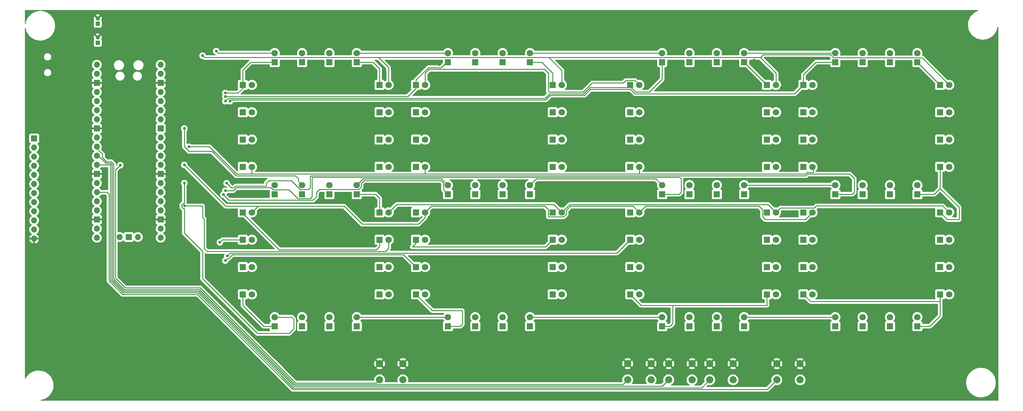
<source format=gbr>
%TF.GenerationSoftware,KiCad,Pcbnew,(6.0.9-0)*%
%TF.CreationDate,2023-10-19T19:17:49-04:00*%
%TF.ProjectId,clock,636c6f63-6b2e-46b6-9963-61645f706362,rev?*%
%TF.SameCoordinates,Original*%
%TF.FileFunction,Copper,L2,Bot*%
%TF.FilePolarity,Positive*%
%FSLAX46Y46*%
G04 Gerber Fmt 4.6, Leading zero omitted, Abs format (unit mm)*
G04 Created by KiCad (PCBNEW (6.0.9-0)) date 2023-10-19 19:17:49*
%MOMM*%
%LPD*%
G01*
G04 APERTURE LIST*
%TA.AperFunction,ComponentPad*%
%ADD10C,2.000000*%
%TD*%
%TA.AperFunction,ComponentPad*%
%ADD11R,1.800000X1.800000*%
%TD*%
%TA.AperFunction,ComponentPad*%
%ADD12C,1.800000*%
%TD*%
%TA.AperFunction,ComponentPad*%
%ADD13R,1.700000X1.700000*%
%TD*%
%TA.AperFunction,ComponentPad*%
%ADD14O,1.700000X1.700000*%
%TD*%
%TA.AperFunction,ComponentPad*%
%ADD15C,1.200000*%
%TD*%
%TA.AperFunction,ComponentPad*%
%ADD16R,1.200000X1.200000*%
%TD*%
%TA.AperFunction,ViaPad*%
%ADD17C,0.800000*%
%TD*%
%TA.AperFunction,Conductor*%
%ADD18C,0.250000*%
%TD*%
G04 APERTURE END LIST*
D10*
%TO.P,SW1,2,2*%
%TO.N,GND*%
X187198000Y-111324000D03*
X180698000Y-111324000D03*
%TO.P,SW1,1,1*%
%TO.N,UP*%
X180698000Y-115824000D03*
X187198000Y-115824000D03*
%TD*%
%TO.P,SW5,1,1*%
%TO.N,DST*%
X222250000Y-115824000D03*
X228750000Y-115824000D03*
%TO.P,SW5,2,2*%
%TO.N,GND*%
X222250000Y-111324000D03*
X228750000Y-111324000D03*
%TD*%
D11*
%TO.P,D104,1,K*%
%TO.N,DIG_1*%
X121718000Y-33564000D03*
D12*
%TO.P,D104,2,A*%
%TO.N,SEG_F*%
X124258000Y-33564000D03*
%TD*%
D11*
%TO.P,D72,1,K*%
%TO.N,DIG_1*%
X159818000Y-56424000D03*
D12*
%TO.P,D72,2,A*%
%TO.N,SEG_B*%
X162358000Y-56424000D03*
%TD*%
D11*
%TO.P,D1,1,K*%
%TO.N,DIG_2*%
X190298000Y-27214000D03*
D12*
%TO.P,D1,2,A*%
%TO.N,SEG_A*%
X190298000Y-24674000D03*
%TD*%
D11*
%TO.P,D91,1,K*%
%TO.N,DIG_3*%
X229668000Y-76744000D03*
D12*
%TO.P,D91,2,A*%
%TO.N,SEG_E*%
X232208000Y-76744000D03*
%TD*%
D11*
%TO.P,D43,1,K*%
%TO.N,DIG_2*%
X181408000Y-41184000D03*
D12*
%TO.P,D43,2,A*%
%TO.N,SEG_F*%
X183948000Y-41184000D03*
%TD*%
D11*
%TO.P,D36,1,K*%
%TO.N,DIG_2*%
X181408000Y-69124000D03*
D12*
%TO.P,D36,2,A*%
%TO.N,SEG_E*%
X183948000Y-69124000D03*
%TD*%
D11*
%TO.P,D5,1,K*%
%TO.N,DIG_2*%
X219508000Y-33564000D03*
D12*
%TO.P,D5,2,A*%
%TO.N,SEG_B*%
X222048000Y-33564000D03*
%TD*%
D11*
%TO.P,D48,1,K*%
%TO.N,DIG_0*%
X73458000Y-33564000D03*
D12*
%TO.P,D48,2,A*%
%TO.N,SEG_F*%
X75998000Y-33564000D03*
%TD*%
D13*
%TO.P,J1,1,Pin_1*%
%TO.N,+5V*%
X15310000Y-48478000D03*
D14*
%TO.P,J1,2,Pin_2*%
%TO.N,+3V3*%
X15310000Y-51018000D03*
%TO.P,J1,3,Pin_3*%
%TO.N,SDA_3V3*%
X15310000Y-53558000D03*
%TO.P,J1,4,Pin_4*%
%TO.N,SCL_3V3*%
X15310000Y-56098000D03*
%TO.P,J1,5,Pin_5*%
%TO.N,SPI_SCK_3V3*%
X15310000Y-58638000D03*
%TO.P,J1,6,Pin_6*%
%TO.N,SPI_MOSI_3V3*%
X15310000Y-61178000D03*
%TO.P,J1,7,Pin_7*%
%TO.N,SPI_MISO_3V3*%
X15310000Y-63718000D03*
%TO.P,J1,8,Pin_8*%
%TO.N,SPI_CS0_3V3*%
X15310000Y-66258000D03*
%TO.P,J1,9,Pin_9*%
%TO.N,SPI_CS1_3V3*%
X15310000Y-68798000D03*
%TO.P,J1,10,Pin_10*%
%TO.N,unconnected-(J1-Pad10)*%
X15310000Y-71338000D03*
%TO.P,J1,11,Pin_11*%
%TO.N,RESET*%
X15310000Y-73878000D03*
%TO.P,J1,12,Pin_12*%
%TO.N,GND*%
X15310000Y-76418000D03*
%TD*%
D11*
%TO.P,D22,1,K*%
%TO.N,DIG_0*%
X111558000Y-76744000D03*
D12*
%TO.P,D22,2,A*%
%TO.N,SEG_C*%
X114098000Y-76744000D03*
%TD*%
D10*
%TO.P,SW4,1,1*%
%TO.N,RESET*%
X111558000Y-115824000D03*
X118058000Y-115824000D03*
%TO.P,SW4,2,2*%
%TO.N,GND*%
X118058000Y-111324000D03*
X111558000Y-111324000D03*
%TD*%
D11*
%TO.P,D27,1,K*%
%TO.N,DIG_2*%
X197918000Y-100874000D03*
D12*
%TO.P,D27,2,A*%
%TO.N,SEG_D*%
X197918000Y-98334000D03*
%TD*%
D11*
%TO.P,D53,1,K*%
%TO.N,DIG_0*%
X82348000Y-64044000D03*
D12*
%TO.P,D53,2,A*%
%TO.N,SEG_G*%
X82348000Y-61504000D03*
%TD*%
D11*
%TO.P,D81,1,K*%
%TO.N,DIG_3*%
X261418000Y-100874000D03*
D12*
%TO.P,D81,2,A*%
%TO.N,SEG_D*%
X261418000Y-98334000D03*
%TD*%
D11*
%TO.P,D52,1,K*%
%TO.N,DIG_2*%
X213158000Y-64044000D03*
D12*
%TO.P,D52,2,A*%
%TO.N,SEG_G*%
X213158000Y-61504000D03*
%TD*%
D11*
%TO.P,D10,1,K*%
%TO.N,DIG_0*%
X89968000Y-27214000D03*
D12*
%TO.P,D10,2,A*%
%TO.N,SEG_A*%
X89968000Y-24674000D03*
%TD*%
D11*
%TO.P,D21,1,K*%
%TO.N,DIG_0*%
X111558000Y-69124000D03*
D12*
%TO.P,D21,2,A*%
%TO.N,SEG_C*%
X114098000Y-69124000D03*
%TD*%
D11*
%TO.P,D63,1,K*%
%TO.N,DIG_1*%
X145848000Y-27214000D03*
D12*
%TO.P,D63,2,A*%
%TO.N,SEG_A*%
X145848000Y-24674000D03*
%TD*%
D11*
%TO.P,D59,1,K*%
%TO.N,DIG_3*%
X253798000Y-27214000D03*
D12*
%TO.P,D59,2,A*%
%TO.N,SEG_A*%
X253798000Y-24674000D03*
%TD*%
D11*
%TO.P,D103,1,K*%
%TO.N,DIG_1*%
X121718000Y-41184000D03*
D12*
%TO.P,D103,2,A*%
%TO.N,SEG_F*%
X124258000Y-41184000D03*
%TD*%
D11*
%TO.P,D51,1,K*%
%TO.N,DIG_2*%
X205538000Y-64044000D03*
D12*
%TO.P,D51,2,A*%
%TO.N,SEG_G*%
X205538000Y-61504000D03*
%TD*%
D11*
%TO.P,D61,1,K*%
%TO.N,DIG_1*%
X130608000Y-27214000D03*
D12*
%TO.P,D61,2,A*%
%TO.N,SEG_A*%
X130608000Y-24674000D03*
%TD*%
D11*
%TO.P,D45,1,K*%
%TO.N,DIG_0*%
X73458000Y-56424000D03*
D12*
%TO.P,D45,2,A*%
%TO.N,SEG_F*%
X75998000Y-56424000D03*
%TD*%
D11*
%TO.P,D29,1,K*%
%TO.N,DIG_0*%
X105208000Y-100874000D03*
D12*
%TO.P,D29,2,A*%
%TO.N,SEG_D*%
X105208000Y-98334000D03*
%TD*%
D11*
%TO.P,D90,1,K*%
%TO.N,DIG_3*%
X229668000Y-84364000D03*
D12*
%TO.P,D90,2,A*%
%TO.N,SEG_E*%
X232208000Y-84364000D03*
%TD*%
D11*
%TO.P,D96,1,K*%
%TO.N,DIG_1*%
X121718000Y-69124000D03*
D12*
%TO.P,D96,2,A*%
%TO.N,SEG_E*%
X124258000Y-69124000D03*
%TD*%
D11*
%TO.P,D40,1,K*%
%TO.N,DIG_0*%
X73458000Y-69124000D03*
D12*
%TO.P,D40,2,A*%
%TO.N,SEG_E*%
X75998000Y-69124000D03*
%TD*%
D11*
%TO.P,D83,1,K*%
%TO.N,DIG_3*%
X246178000Y-100874000D03*
D12*
%TO.P,D83,2,A*%
%TO.N,SEG_D*%
X246178000Y-98334000D03*
%TD*%
D11*
%TO.P,D19,1,K*%
%TO.N,DIG_2*%
X219508000Y-84364000D03*
D12*
%TO.P,D19,2,A*%
%TO.N,SEG_C*%
X222048000Y-84364000D03*
%TD*%
D11*
%TO.P,D74,1,K*%
%TO.N,DIG_3*%
X267768000Y-76744000D03*
D12*
%TO.P,D74,2,A*%
%TO.N,SEG_C*%
X270308000Y-76744000D03*
%TD*%
D11*
%TO.P,D26,1,K*%
%TO.N,DIG_2*%
X205538000Y-100874000D03*
D12*
%TO.P,D26,2,A*%
%TO.N,SEG_D*%
X205538000Y-98334000D03*
%TD*%
D11*
%TO.P,D67,1,K*%
%TO.N,DIG_3*%
X267768000Y-48804000D03*
D12*
%TO.P,D67,2,A*%
%TO.N,SEG_B*%
X270308000Y-48804000D03*
%TD*%
D11*
%TO.P,D70,1,K*%
%TO.N,DIG_1*%
X159818000Y-41184000D03*
D12*
%TO.P,D70,2,A*%
%TO.N,SEG_B*%
X162358000Y-41184000D03*
%TD*%
D11*
%TO.P,D39,1,K*%
%TO.N,DIG_0*%
X73458000Y-76744000D03*
D12*
%TO.P,D39,2,A*%
%TO.N,SEG_E*%
X75998000Y-76744000D03*
%TD*%
D11*
%TO.P,D56,1,K*%
%TO.N,DIG_0*%
X105208000Y-64044000D03*
D12*
%TO.P,D56,2,A*%
%TO.N,SEG_G*%
X105208000Y-61504000D03*
%TD*%
D11*
%TO.P,D68,1,K*%
%TO.N,DIG_3*%
X267768000Y-56424000D03*
D12*
%TO.P,D68,2,A*%
%TO.N,SEG_B*%
X270308000Y-56424000D03*
%TD*%
D11*
%TO.P,D64,1,K*%
%TO.N,DIG_1*%
X153468000Y-27214000D03*
D12*
%TO.P,D64,2,A*%
%TO.N,SEG_A*%
X153468000Y-24674000D03*
%TD*%
D11*
%TO.P,D109,1,K*%
%TO.N,DIG_1*%
X130608000Y-64044000D03*
D12*
%TO.P,D109,2,A*%
%TO.N,SEG_G*%
X130608000Y-61504000D03*
%TD*%
D11*
%TO.P,D69,1,K*%
%TO.N,DIG_1*%
X159818000Y-33564000D03*
D12*
%TO.P,D69,2,A*%
%TO.N,SEG_B*%
X162358000Y-33564000D03*
%TD*%
D11*
%TO.P,D73,1,K*%
%TO.N,DIG_3*%
X267768000Y-69124000D03*
D12*
%TO.P,D73,2,A*%
%TO.N,SEG_C*%
X270308000Y-69124000D03*
%TD*%
D11*
%TO.P,D89,1,K*%
%TO.N,DIG_3*%
X229668000Y-91984000D03*
D12*
%TO.P,D89,2,A*%
%TO.N,SEG_E*%
X232208000Y-91984000D03*
%TD*%
D15*
%TO.P,C2,2*%
%TO.N,GND*%
X33020000Y-20320000D03*
D16*
%TO.P,C2,1*%
%TO.N,+3V3*%
X33020000Y-21820000D03*
%TD*%
D11*
%TO.P,D9,1,K*%
%TO.N,DIG_0*%
X82348000Y-27214000D03*
D12*
%TO.P,D9,2,A*%
%TO.N,SEG_A*%
X82348000Y-24674000D03*
%TD*%
D10*
%TO.P,SW2,1,1*%
%TO.N,DOWN*%
X198628000Y-115824000D03*
X192128000Y-115824000D03*
%TO.P,SW2,2,2*%
%TO.N,GND*%
X192128000Y-111324000D03*
X198628000Y-111324000D03*
%TD*%
D11*
%TO.P,D4,1,K*%
%TO.N,DIG_2*%
X213158000Y-27214000D03*
D12*
%TO.P,D4,2,A*%
%TO.N,SEG_A*%
X213158000Y-24674000D03*
%TD*%
D11*
%TO.P,D88,1,K*%
%TO.N,DIG_1*%
X130608000Y-100874000D03*
D12*
%TO.P,D88,2,A*%
%TO.N,SEG_D*%
X130608000Y-98334000D03*
%TD*%
D11*
%TO.P,D28,1,K*%
%TO.N,DIG_2*%
X190298000Y-100874000D03*
D12*
%TO.P,D28,2,A*%
%TO.N,SEG_D*%
X190298000Y-98334000D03*
%TD*%
D11*
%TO.P,D57,1,K*%
%TO.N,DIG_3*%
X238558000Y-27214000D03*
D12*
%TO.P,D57,2,A*%
%TO.N,SEG_A*%
X238558000Y-24674000D03*
%TD*%
D14*
%TO.P,U1,1,GPIO0*%
%TO.N,SDA_3V3*%
X32766000Y-27940000D03*
%TO.P,U1,2,GPIO1*%
%TO.N,SCL_3V3*%
X32766000Y-30480000D03*
D13*
%TO.P,U1,3,GND*%
%TO.N,GND*%
X32766000Y-33020000D03*
D14*
%TO.P,U1,4,GPIO2*%
%TO.N,SPI_SCK_3V3*%
X32766000Y-35560000D03*
%TO.P,U1,5,GPIO3*%
%TO.N,SPI_MOSI_3V3*%
X32766000Y-38100000D03*
%TO.P,U1,6,GPIO4*%
%TO.N,SPI_MISO_3V3*%
X32766000Y-40640000D03*
%TO.P,U1,7,GPIO5*%
%TO.N,SPI_CS0_3V3*%
X32766000Y-43180000D03*
D13*
%TO.P,U1,8,GND*%
%TO.N,GND*%
X32766000Y-45720000D03*
D14*
%TO.P,U1,9,GPIO6*%
%TO.N,SPI_CS1_3V3*%
X32766000Y-48260000D03*
%TO.P,U1,10,GPIO7*%
%TO.N,UP*%
X32766000Y-50800000D03*
%TO.P,U1,11,GPIO8*%
%TO.N,DOWN*%
X32766000Y-53340000D03*
%TO.P,U1,12,GPIO9*%
%TO.N,SET*%
X32766000Y-55880000D03*
D13*
%TO.P,U1,13,GND*%
%TO.N,GND*%
X32766000Y-58420000D03*
D14*
%TO.P,U1,14,GPIO10*%
%TO.N,Net-(R1-Pad2)*%
X32766000Y-60960000D03*
%TO.P,U1,15,GPIO11*%
%TO.N,DST*%
X32766000Y-63500000D03*
%TO.P,U1,16,GPIO12*%
%TO.N,Net-(Q2-Pad1)*%
X32766000Y-66040000D03*
%TO.P,U1,17,GPIO13*%
%TO.N,Net-(Q3-Pad1)*%
X32766000Y-68580000D03*
D13*
%TO.P,U1,18,GND*%
%TO.N,GND*%
X32766000Y-71120000D03*
D14*
%TO.P,U1,19,GPIO14*%
%TO.N,Net-(Q4-Pad1)*%
X32766000Y-73660000D03*
%TO.P,U1,20,GPIO15*%
%TO.N,Net-(Q5-Pad1)*%
X32766000Y-76200000D03*
%TO.P,U1,21,GPIO16*%
%TO.N,Net-(Q12-Pad1)*%
X50546000Y-76200000D03*
%TO.P,U1,22,GPIO17*%
%TO.N,Net-(Q11-Pad1)*%
X50546000Y-73660000D03*
D13*
%TO.P,U1,23,GND*%
%TO.N,GND*%
X50546000Y-71120000D03*
D14*
%TO.P,U1,24,GPIO18*%
%TO.N,Net-(Q10-Pad1)*%
X50546000Y-68580000D03*
%TO.P,U1,25,GPIO19*%
%TO.N,Net-(Q9-Pad1)*%
X50546000Y-66040000D03*
%TO.P,U1,26,GPIO20*%
%TO.N,Net-(Q8-Pad1)*%
X50546000Y-63500000D03*
%TO.P,U1,27,GPIO21*%
%TO.N,Net-(Q7-Pad1)*%
X50546000Y-60960000D03*
D13*
%TO.P,U1,28,GND*%
%TO.N,GND*%
X50546000Y-58420000D03*
D14*
%TO.P,U1,29,GPIO22*%
%TO.N,Net-(Q6-Pad1)*%
X50546000Y-55880000D03*
%TO.P,U1,30,RUN*%
%TO.N,RESET*%
X50546000Y-53340000D03*
%TO.P,U1,31,GPIO26_ADC0*%
%TO.N,unconnected-(U1-Pad31)*%
X50546000Y-50800000D03*
%TO.P,U1,32,GPIO27_ADC1*%
%TO.N,unconnected-(U1-Pad32)*%
X50546000Y-48260000D03*
D13*
%TO.P,U1,33,AGND*%
%TO.N,unconnected-(U1-Pad33)*%
X50546000Y-45720000D03*
D14*
%TO.P,U1,34,GPIO28_ADC2*%
%TO.N,unconnected-(U1-Pad34)*%
X50546000Y-43180000D03*
%TO.P,U1,35,ADC_VREF*%
%TO.N,unconnected-(U1-Pad35)*%
X50546000Y-40640000D03*
%TO.P,U1,36,3V3*%
%TO.N,+3V3*%
X50546000Y-38100000D03*
%TO.P,U1,37,3V3_EN*%
%TO.N,3V3_EXTERNAL*%
X50546000Y-35560000D03*
D13*
%TO.P,U1,38,GND*%
%TO.N,GND*%
X50546000Y-33020000D03*
D14*
%TO.P,U1,39,VSYS*%
%TO.N,+5V*%
X50546000Y-30480000D03*
%TO.P,U1,40,VBUS*%
%TO.N,unconnected-(U1-Pad40)*%
X50546000Y-27940000D03*
%TO.P,U1,41,SWCLK*%
%TO.N,unconnected-(U1-Pad41)*%
X39116000Y-75970000D03*
D13*
%TO.P,U1,42,GND*%
%TO.N,unconnected-(U1-Pad42)*%
X41656000Y-75970000D03*
D14*
%TO.P,U1,43,SWDIO*%
%TO.N,unconnected-(U1-Pad43)*%
X44196000Y-75970000D03*
%TD*%
D11*
%TO.P,D65,1,K*%
%TO.N,DIG_3*%
X267768000Y-33564000D03*
D12*
%TO.P,D65,2,A*%
%TO.N,SEG_B*%
X270308000Y-33564000D03*
%TD*%
D11*
%TO.P,D24,1,K*%
%TO.N,DIG_0*%
X111558000Y-91984000D03*
D12*
%TO.P,D24,2,A*%
%TO.N,SEG_C*%
X114098000Y-91984000D03*
%TD*%
D11*
%TO.P,D20,1,K*%
%TO.N,DIG_2*%
X219508000Y-91984000D03*
D12*
%TO.P,D20,2,A*%
%TO.N,SEG_C*%
X222048000Y-91984000D03*
%TD*%
D11*
%TO.P,D37,1,K*%
%TO.N,DIG_0*%
X73458000Y-91984000D03*
D12*
%TO.P,D37,2,A*%
%TO.N,SEG_E*%
X75998000Y-91984000D03*
%TD*%
D11*
%TO.P,D54,1,K*%
%TO.N,DIG_0*%
X89968000Y-64044000D03*
D12*
%TO.P,D54,2,A*%
%TO.N,SEG_G*%
X89968000Y-61504000D03*
%TD*%
D11*
%TO.P,D80,1,K*%
%TO.N,DIG_1*%
X159818000Y-91984000D03*
D12*
%TO.P,D80,2,A*%
%TO.N,SEG_C*%
X162358000Y-91984000D03*
%TD*%
D11*
%TO.P,D47,1,K*%
%TO.N,DIG_0*%
X73458000Y-41184000D03*
D12*
%TO.P,D47,2,A*%
%TO.N,SEG_F*%
X75998000Y-41184000D03*
%TD*%
D11*
%TO.P,D34,1,K*%
%TO.N,DIG_2*%
X181408000Y-84364000D03*
D12*
%TO.P,D34,2,A*%
%TO.N,SEG_E*%
X183948000Y-84364000D03*
%TD*%
D11*
%TO.P,D102,1,K*%
%TO.N,DIG_1*%
X121718000Y-48804000D03*
D12*
%TO.P,D102,2,A*%
%TO.N,SEG_F*%
X124258000Y-48804000D03*
%TD*%
D11*
%TO.P,D35,1,K*%
%TO.N,DIG_2*%
X181408000Y-76744000D03*
D12*
%TO.P,D35,2,A*%
%TO.N,SEG_E*%
X183948000Y-76744000D03*
%TD*%
D11*
%TO.P,D112,1,K*%
%TO.N,DIG_1*%
X153468000Y-64044000D03*
D12*
%TO.P,D112,2,A*%
%TO.N,SEG_G*%
X153468000Y-61504000D03*
%TD*%
D11*
%TO.P,D71,1,K*%
%TO.N,DIG_1*%
X159818000Y-48804000D03*
D12*
%TO.P,D71,2,A*%
%TO.N,SEG_B*%
X162358000Y-48804000D03*
%TD*%
D11*
%TO.P,D49,1,K*%
%TO.N,DIG_2*%
X190298000Y-64044000D03*
D12*
%TO.P,D49,2,A*%
%TO.N,SEG_G*%
X190298000Y-61504000D03*
%TD*%
D11*
%TO.P,D17,1,K*%
%TO.N,DIG_2*%
X219508000Y-69124000D03*
D12*
%TO.P,D17,2,A*%
%TO.N,SEG_C*%
X222048000Y-69124000D03*
%TD*%
D11*
%TO.P,D106,1,K*%
%TO.N,DIG_3*%
X246178000Y-64044000D03*
D12*
%TO.P,D106,2,A*%
%TO.N,SEG_G*%
X246178000Y-61504000D03*
%TD*%
D11*
%TO.P,D32,1,K*%
%TO.N,DIG_0*%
X82348000Y-100874000D03*
D12*
%TO.P,D32,2,A*%
%TO.N,SEG_D*%
X82348000Y-98334000D03*
%TD*%
D11*
%TO.P,D100,1,K*%
%TO.N,DIG_3*%
X229668000Y-33564000D03*
D12*
%TO.P,D100,2,A*%
%TO.N,SEG_F*%
X232208000Y-33564000D03*
%TD*%
D11*
%TO.P,D55,1,K*%
%TO.N,DIG_0*%
X97588000Y-64044000D03*
D12*
%TO.P,D55,2,A*%
%TO.N,SEG_G*%
X97588000Y-61504000D03*
%TD*%
D11*
%TO.P,D44,1,K*%
%TO.N,DIG_2*%
X181408000Y-33564000D03*
D12*
%TO.P,D44,2,A*%
%TO.N,SEG_F*%
X183948000Y-33564000D03*
%TD*%
D11*
%TO.P,D15,1,K*%
%TO.N,DIG_0*%
X111558000Y-48804000D03*
D12*
%TO.P,D15,2,A*%
%TO.N,SEG_B*%
X114098000Y-48804000D03*
%TD*%
D11*
%TO.P,D99,1,K*%
%TO.N,DIG_3*%
X229668000Y-41184000D03*
D12*
%TO.P,D99,2,A*%
%TO.N,SEG_F*%
X232208000Y-41184000D03*
%TD*%
D11*
%TO.P,D108,1,K*%
%TO.N,DIG_3*%
X261418000Y-64044000D03*
D12*
%TO.P,D108,2,A*%
%TO.N,SEG_G*%
X261418000Y-61504000D03*
%TD*%
D11*
%TO.P,D66,1,K*%
%TO.N,DIG_3*%
X267768000Y-41184000D03*
D12*
%TO.P,D66,2,A*%
%TO.N,SEG_B*%
X270308000Y-41184000D03*
%TD*%
D11*
%TO.P,D58,1,K*%
%TO.N,DIG_3*%
X246178000Y-27214000D03*
D12*
%TO.P,D58,2,A*%
%TO.N,SEG_A*%
X246178000Y-24674000D03*
%TD*%
D11*
%TO.P,D110,1,K*%
%TO.N,DIG_1*%
X138228000Y-64044000D03*
D12*
%TO.P,D110,2,A*%
%TO.N,SEG_G*%
X138228000Y-61504000D03*
%TD*%
D11*
%TO.P,D23,1,K*%
%TO.N,DIG_0*%
X111558000Y-84364000D03*
D12*
%TO.P,D23,2,A*%
%TO.N,SEG_C*%
X114098000Y-84364000D03*
%TD*%
D11*
%TO.P,D33,1,K*%
%TO.N,DIG_2*%
X181408000Y-91984000D03*
D12*
%TO.P,D33,2,A*%
%TO.N,SEG_E*%
X183948000Y-91984000D03*
%TD*%
D11*
%TO.P,D92,1,K*%
%TO.N,DIG_3*%
X229668000Y-69124000D03*
D12*
%TO.P,D92,2,A*%
%TO.N,SEG_E*%
X232208000Y-69124000D03*
%TD*%
D11*
%TO.P,D7,1,K*%
%TO.N,DIG_2*%
X219508000Y-48804000D03*
D12*
%TO.P,D7,2,A*%
%TO.N,SEG_B*%
X222048000Y-48804000D03*
%TD*%
D11*
%TO.P,D82,1,K*%
%TO.N,DIG_3*%
X253798000Y-100874000D03*
D12*
%TO.P,D82,2,A*%
%TO.N,SEG_D*%
X253798000Y-98334000D03*
%TD*%
D11*
%TO.P,D79,1,K*%
%TO.N,DIG_1*%
X159818000Y-84364000D03*
D12*
%TO.P,D79,2,A*%
%TO.N,SEG_C*%
X162358000Y-84364000D03*
%TD*%
D11*
%TO.P,D30,1,K*%
%TO.N,DIG_0*%
X97588000Y-100874000D03*
D12*
%TO.P,D30,2,A*%
%TO.N,SEG_D*%
X97588000Y-98334000D03*
%TD*%
D11*
%TO.P,D95,1,K*%
%TO.N,DIG_1*%
X121718000Y-76744000D03*
D12*
%TO.P,D95,2,A*%
%TO.N,SEG_E*%
X124258000Y-76744000D03*
%TD*%
D11*
%TO.P,D16,1,K*%
%TO.N,DIG_0*%
X111558000Y-56424000D03*
D12*
%TO.P,D16,2,A*%
%TO.N,SEG_B*%
X114098000Y-56424000D03*
%TD*%
D11*
%TO.P,D13,1,K*%
%TO.N,DIG_0*%
X111558000Y-33564000D03*
D12*
%TO.P,D13,2,A*%
%TO.N,SEG_B*%
X114098000Y-33564000D03*
%TD*%
D11*
%TO.P,D60,1,K*%
%TO.N,DIG_3*%
X261418000Y-27214000D03*
D12*
%TO.P,D60,2,A*%
%TO.N,SEG_A*%
X261418000Y-24674000D03*
%TD*%
D11*
%TO.P,D2,1,K*%
%TO.N,DIG_2*%
X197918000Y-27214000D03*
D12*
%TO.P,D2,2,A*%
%TO.N,SEG_A*%
X197918000Y-24674000D03*
%TD*%
D11*
%TO.P,D11,1,K*%
%TO.N,DIG_0*%
X97588000Y-27214000D03*
D12*
%TO.P,D11,2,A*%
%TO.N,SEG_A*%
X97588000Y-24674000D03*
%TD*%
D15*
%TO.P,C1,2*%
%TO.N,GND*%
X33020000Y-15010000D03*
D16*
%TO.P,C1,1*%
%TO.N,+5V*%
X33020000Y-16510000D03*
%TD*%
D11*
%TO.P,D101,1,K*%
%TO.N,DIG_1*%
X121718000Y-56424000D03*
D12*
%TO.P,D101,2,A*%
%TO.N,SEG_F*%
X124258000Y-56424000D03*
%TD*%
D10*
%TO.P,SW3,1,1*%
%TO.N,SET*%
X203558000Y-115824000D03*
X210058000Y-115824000D03*
%TO.P,SW3,2,2*%
%TO.N,GND*%
X210058000Y-111324000D03*
X203558000Y-111324000D03*
%TD*%
D11*
%TO.P,D50,1,K*%
%TO.N,DIG_2*%
X197918000Y-64044000D03*
D12*
%TO.P,D50,2,A*%
%TO.N,SEG_G*%
X197918000Y-61504000D03*
%TD*%
D11*
%TO.P,D86,1,K*%
%TO.N,DIG_1*%
X145848000Y-100874000D03*
D12*
%TO.P,D86,2,A*%
%TO.N,SEG_D*%
X145848000Y-98334000D03*
%TD*%
D11*
%TO.P,D3,1,K*%
%TO.N,DIG_2*%
X205538000Y-27214000D03*
D12*
%TO.P,D3,2,A*%
%TO.N,SEG_A*%
X205538000Y-24674000D03*
%TD*%
D11*
%TO.P,D76,1,K*%
%TO.N,DIG_3*%
X267768000Y-91984000D03*
D12*
%TO.P,D76,2,A*%
%TO.N,SEG_C*%
X270308000Y-91984000D03*
%TD*%
D11*
%TO.P,D14,1,K*%
%TO.N,DIG_0*%
X111558000Y-41184000D03*
D12*
%TO.P,D14,2,A*%
%TO.N,SEG_B*%
X114098000Y-41184000D03*
%TD*%
D11*
%TO.P,D78,1,K*%
%TO.N,DIG_1*%
X159818000Y-76744000D03*
D12*
%TO.P,D78,2,A*%
%TO.N,SEG_C*%
X162358000Y-76744000D03*
%TD*%
D11*
%TO.P,D42,1,K*%
%TO.N,DIG_2*%
X181408000Y-48804000D03*
D12*
%TO.P,D42,2,A*%
%TO.N,SEG_F*%
X183948000Y-48804000D03*
%TD*%
D11*
%TO.P,D97,1,K*%
%TO.N,DIG_3*%
X229668000Y-56424000D03*
D12*
%TO.P,D97,2,A*%
%TO.N,SEG_F*%
X232208000Y-56424000D03*
%TD*%
D11*
%TO.P,D98,1,K*%
%TO.N,DIG_3*%
X229668000Y-48804000D03*
D12*
%TO.P,D98,2,A*%
%TO.N,SEG_F*%
X232208000Y-48804000D03*
%TD*%
D11*
%TO.P,D94,1,K*%
%TO.N,DIG_1*%
X121718000Y-84364000D03*
D12*
%TO.P,D94,2,A*%
%TO.N,SEG_E*%
X124258000Y-84364000D03*
%TD*%
D11*
%TO.P,D38,1,K*%
%TO.N,DIG_0*%
X73458000Y-84364000D03*
D12*
%TO.P,D38,2,A*%
%TO.N,SEG_E*%
X75998000Y-84364000D03*
%TD*%
D11*
%TO.P,D85,1,K*%
%TO.N,DIG_1*%
X153468000Y-100874000D03*
D12*
%TO.P,D85,2,A*%
%TO.N,SEG_D*%
X153468000Y-98334000D03*
%TD*%
D11*
%TO.P,D77,1,K*%
%TO.N,DIG_1*%
X159818000Y-69124000D03*
D12*
%TO.P,D77,2,A*%
%TO.N,SEG_C*%
X162358000Y-69124000D03*
%TD*%
D11*
%TO.P,D8,1,K*%
%TO.N,DIG_2*%
X219508000Y-56424000D03*
D12*
%TO.P,D8,2,A*%
%TO.N,SEG_B*%
X222048000Y-56424000D03*
%TD*%
D11*
%TO.P,D93,1,K*%
%TO.N,DIG_1*%
X121718000Y-91984000D03*
D12*
%TO.P,D93,2,A*%
%TO.N,SEG_E*%
X124258000Y-91984000D03*
%TD*%
D11*
%TO.P,D41,1,K*%
%TO.N,DIG_2*%
X181408000Y-56424000D03*
D12*
%TO.P,D41,2,A*%
%TO.N,SEG_F*%
X183948000Y-56424000D03*
%TD*%
D11*
%TO.P,D12,1,K*%
%TO.N,DIG_0*%
X105208000Y-27214000D03*
D12*
%TO.P,D12,2,A*%
%TO.N,SEG_A*%
X105208000Y-24674000D03*
%TD*%
D11*
%TO.P,D25,1,K*%
%TO.N,DIG_2*%
X213158000Y-100874000D03*
D12*
%TO.P,D25,2,A*%
%TO.N,SEG_D*%
X213158000Y-98334000D03*
%TD*%
D11*
%TO.P,D105,1,K*%
%TO.N,DIG_3*%
X238558000Y-64044000D03*
D12*
%TO.P,D105,2,A*%
%TO.N,SEG_G*%
X238558000Y-61504000D03*
%TD*%
D11*
%TO.P,D31,1,K*%
%TO.N,DIG_0*%
X89968000Y-100874000D03*
D12*
%TO.P,D31,2,A*%
%TO.N,SEG_D*%
X89968000Y-98334000D03*
%TD*%
D11*
%TO.P,D18,1,K*%
%TO.N,DIG_2*%
X219508000Y-76744000D03*
D12*
%TO.P,D18,2,A*%
%TO.N,SEG_C*%
X222048000Y-76744000D03*
%TD*%
D11*
%TO.P,D107,1,K*%
%TO.N,DIG_3*%
X253798000Y-64044000D03*
D12*
%TO.P,D107,2,A*%
%TO.N,SEG_G*%
X253798000Y-61504000D03*
%TD*%
D11*
%TO.P,D75,1,K*%
%TO.N,DIG_3*%
X267768000Y-84364000D03*
D12*
%TO.P,D75,2,A*%
%TO.N,SEG_C*%
X270308000Y-84364000D03*
%TD*%
D11*
%TO.P,D87,1,K*%
%TO.N,DIG_1*%
X138228000Y-100874000D03*
D12*
%TO.P,D87,2,A*%
%TO.N,SEG_D*%
X138228000Y-98334000D03*
%TD*%
D11*
%TO.P,D84,1,K*%
%TO.N,DIG_3*%
X238558000Y-100874000D03*
D12*
%TO.P,D84,2,A*%
%TO.N,SEG_D*%
X238558000Y-98334000D03*
%TD*%
D11*
%TO.P,D46,1,K*%
%TO.N,DIG_0*%
X73458000Y-48804000D03*
D12*
%TO.P,D46,2,A*%
%TO.N,SEG_F*%
X75998000Y-48804000D03*
%TD*%
D11*
%TO.P,D111,1,K*%
%TO.N,DIG_1*%
X145848000Y-64044000D03*
D12*
%TO.P,D111,2,A*%
%TO.N,SEG_G*%
X145848000Y-61504000D03*
%TD*%
D11*
%TO.P,D6,1,K*%
%TO.N,DIG_2*%
X219508000Y-41184000D03*
D12*
%TO.P,D6,2,A*%
%TO.N,SEG_B*%
X222048000Y-41184000D03*
%TD*%
D11*
%TO.P,D62,1,K*%
%TO.N,DIG_1*%
X138228000Y-27214000D03*
D12*
%TO.P,D62,2,A*%
%TO.N,SEG_A*%
X138228000Y-24674000D03*
%TD*%
D17*
%TO.N,DIG_2*%
X69125500Y-81280000D03*
X68580000Y-63067515D03*
X68580000Y-38100000D03*
%TO.N,SEG_A*%
X66040000Y-24130000D03*
%TO.N,SEG_B*%
X62230000Y-25400000D03*
%TO.N,DIG_0*%
X67035500Y-77470000D03*
X68580689Y-35830498D03*
%TO.N,SEG_C*%
X57150000Y-67310000D03*
%TO.N,SEG_D*%
X57150000Y-60960000D03*
%TO.N,SEG_E*%
X57150000Y-55880000D03*
%TO.N,SEG_F*%
X58420000Y-50800000D03*
%TO.N,SEG_G*%
X57150000Y-45720000D03*
%TO.N,DIG_3*%
X68934500Y-60960000D03*
X69850000Y-38100000D03*
%TO.N,DIG_1*%
X68034500Y-64195402D03*
X68580000Y-82550000D03*
X68580000Y-36830000D03*
%TO.N,GND*%
X46990000Y-36830000D03*
X21590000Y-66040000D03*
X55880000Y-54610000D03*
X60960000Y-33020000D03*
X55880000Y-59690000D03*
X128270000Y-27940000D03*
X36830000Y-13970000D03*
X125730000Y-35560000D03*
X187960000Y-64770000D03*
X25400000Y-13970000D03*
X58420000Y-40640000D03*
X80010000Y-63500000D03*
X24130000Y-48260000D03*
X60960000Y-17780000D03*
X22860000Y-17780000D03*
X17780000Y-62230000D03*
X271780000Y-69850000D03*
X49530000Y-17780000D03*
X21590000Y-85090000D03*
X53340000Y-24130000D03*
X43180000Y-25400000D03*
X55880000Y-44450000D03*
X223520000Y-34290000D03*
X25400000Y-21590000D03*
X55880000Y-74930000D03*
X187960000Y-27940000D03*
X55880000Y-49530000D03*
X38100000Y-102870000D03*
X19050000Y-59690000D03*
X25400000Y-74930000D03*
X236220000Y-64770000D03*
X15240000Y-41910000D03*
X36830000Y-21590000D03*
X223520000Y-69850000D03*
X21590000Y-54610000D03*
X62230000Y-66040000D03*
X215900000Y-26670000D03*
X113030000Y-31750000D03*
X35560000Y-24130000D03*
X128270000Y-64770000D03*
X59690000Y-85090000D03*
X19050000Y-57150000D03*
%TO.N,RESET*%
X39296000Y-55954000D03*
%TD*%
D18*
%TO.N,UP*%
X32766000Y-51308000D02*
X34348000Y-52890000D01*
X32766000Y-50800000D02*
X32766000Y-51308000D01*
X34348000Y-53841802D02*
X35486198Y-54980000D01*
X61412792Y-90620000D02*
X87941792Y-117149000D01*
X87941792Y-117149000D02*
X179373000Y-117149000D01*
X35486198Y-54980000D02*
X36806792Y-54980000D01*
X36806792Y-54980000D02*
X37491000Y-55664208D01*
X37491000Y-55664208D02*
X37491000Y-87657396D01*
X37491000Y-87657396D02*
X40453604Y-90620000D01*
X34348000Y-52890000D02*
X34348000Y-53841802D01*
X40453604Y-90620000D02*
X61412792Y-90620000D01*
X179373000Y-117149000D02*
X180698000Y-115824000D01*
%TO.N,DOWN*%
X32766000Y-53340000D02*
X33209802Y-53340000D01*
X33209802Y-53340000D02*
X35299802Y-55430000D01*
X35299802Y-55430000D02*
X36620396Y-55430000D01*
X36620396Y-55430000D02*
X37041000Y-55850604D01*
X37041000Y-55850604D02*
X37041000Y-87843792D01*
X37041000Y-87843792D02*
X40267208Y-91070000D01*
X40267208Y-91070000D02*
X61226396Y-91070000D01*
X61226396Y-91070000D02*
X87755396Y-117599000D01*
X87755396Y-117599000D02*
X190353000Y-117599000D01*
X190353000Y-117599000D02*
X192128000Y-115824000D01*
%TO.N,DST*%
X32766000Y-63500000D02*
X35560000Y-63500000D01*
X36141000Y-88216584D02*
X39894416Y-91970000D01*
X35560000Y-63500000D02*
X36141000Y-64081000D01*
X87382604Y-118499000D02*
X219575000Y-118499000D01*
X36141000Y-64081000D02*
X36141000Y-88216584D01*
X39894416Y-91970000D02*
X60853604Y-91970000D01*
X60853604Y-91970000D02*
X87382604Y-118499000D01*
X219575000Y-118499000D02*
X222250000Y-115824000D01*
%TO.N,DIG_2*%
X213158000Y-27214000D02*
X219508000Y-33564000D01*
X177692000Y-80460000D02*
X181408000Y-76744000D01*
X195580000Y-59690000D02*
X195210000Y-59320000D01*
X69400000Y-37280000D02*
X157682812Y-37280000D01*
X190298000Y-31952000D02*
X190298000Y-27214000D01*
X182880000Y-35560000D02*
X186690000Y-35560000D01*
X190298000Y-64044000D02*
X195036000Y-64044000D01*
X71632653Y-62230000D02*
X70795138Y-63067515D01*
X70795138Y-63067515D02*
X68580000Y-63067515D01*
X68580000Y-38100000D02*
X69400000Y-37280000D01*
X193242000Y-100128000D02*
X192496000Y-100874000D01*
X81341588Y-62230000D02*
X71632653Y-62230000D01*
X92211000Y-65269000D02*
X88743000Y-65269000D01*
X186690000Y-35560000D02*
X190298000Y-31952000D01*
X157682812Y-37280000D02*
X158952812Y-36010000D01*
X92710000Y-64770000D02*
X92211000Y-65269000D01*
X181408000Y-34088000D02*
X182880000Y-35560000D01*
X193242000Y-95048000D02*
X184472000Y-95048000D01*
X86293000Y-62819000D02*
X81930588Y-62819000D01*
X195210000Y-59320000D02*
X92710000Y-59320000D01*
X195580000Y-63500000D02*
X195580000Y-59690000D01*
X192496000Y-100874000D02*
X190298000Y-100874000D01*
X88743000Y-65269000D02*
X86293000Y-62819000D01*
X219508000Y-95048000D02*
X193242000Y-95048000D01*
X170182792Y-34290000D02*
X180682000Y-34290000D01*
X81930588Y-62819000D02*
X81341588Y-62230000D01*
X181408000Y-33564000D02*
X181408000Y-34088000D01*
X184472000Y-95048000D02*
X181408000Y-91984000D01*
X180682000Y-34290000D02*
X181408000Y-33564000D01*
X69125500Y-81280000D02*
X69945500Y-80460000D01*
X193242000Y-95048000D02*
X193242000Y-100128000D01*
X168462792Y-36010000D02*
X170182792Y-34290000D01*
X195036000Y-64044000D02*
X195580000Y-63500000D01*
X92710000Y-59320000D02*
X92710000Y-64770000D01*
X219508000Y-95048000D02*
X219508000Y-91984000D01*
X69945500Y-80460000D02*
X177692000Y-80460000D01*
X158952812Y-36010000D02*
X168462792Y-36010000D01*
%TO.N,SEG_A*%
X190298000Y-24674000D02*
X153468000Y-24674000D01*
X66040000Y-24130000D02*
X66584000Y-24674000D01*
X66584000Y-24674000D02*
X82348000Y-24674000D01*
X213158000Y-24674000D02*
X238558000Y-24674000D01*
X130608000Y-24674000D02*
X105208000Y-24674000D01*
%TO.N,SEG_B*%
X111252000Y-25908000D02*
X114046000Y-28702000D01*
X114098000Y-29516000D02*
X114098000Y-33564000D01*
X114046000Y-29464000D02*
X114098000Y-29516000D01*
X62230000Y-25400000D02*
X62729000Y-25899000D01*
X112259000Y-25899000D02*
X112268000Y-25908000D01*
X262733000Y-25989000D02*
X270308000Y-33564000D01*
X238079000Y-25989000D02*
X262733000Y-25989000D01*
X158750000Y-25908000D02*
X217678000Y-25908000D01*
X112268000Y-25908000D02*
X158750000Y-25908000D01*
X217678000Y-25908000D02*
X222048000Y-30278000D01*
X62729000Y-25899000D02*
X112259000Y-25899000D01*
X111252000Y-25908000D02*
X112268000Y-25908000D01*
X114046000Y-28702000D02*
X114046000Y-29464000D01*
X162358000Y-29516000D02*
X162358000Y-33564000D01*
X158750000Y-25908000D02*
X162358000Y-29516000D01*
X218462000Y-25124000D02*
X237214000Y-25124000D01*
X222048000Y-30278000D02*
X222048000Y-33564000D01*
X217678000Y-25908000D02*
X218462000Y-25124000D01*
X237214000Y-25124000D02*
X238079000Y-25989000D01*
%TO.N,DIG_0*%
X67761500Y-76744000D02*
X73458000Y-76744000D01*
X73458000Y-29412000D02*
X73458000Y-33564000D01*
X73458000Y-69386000D02*
X83632000Y-79560000D01*
X110399000Y-64044000D02*
X111558000Y-65203000D01*
X111558000Y-29008000D02*
X109764000Y-27214000D01*
X73458000Y-95048000D02*
X73458000Y-91984000D01*
X105208000Y-64044000D02*
X110399000Y-64044000D01*
X83632000Y-79560000D02*
X110645604Y-79560000D01*
X73458000Y-69124000D02*
X73458000Y-69386000D01*
X75656000Y-27214000D02*
X73458000Y-29412000D01*
X79284000Y-100874000D02*
X73458000Y-95048000D01*
X111558000Y-65203000D02*
X111558000Y-69124000D01*
X82348000Y-100874000D02*
X79284000Y-100874000D01*
X109764000Y-27214000D02*
X105208000Y-27214000D01*
X73458000Y-34492000D02*
X73458000Y-33564000D01*
X72119502Y-35830498D02*
X73458000Y-34492000D01*
X67035500Y-77470000D02*
X67761500Y-76744000D01*
X75656000Y-27214000D02*
X82348000Y-27214000D01*
X111558000Y-78647604D02*
X111558000Y-76744000D01*
X110645604Y-79560000D02*
X111558000Y-78647604D01*
X68580689Y-35830498D02*
X72119502Y-35830498D01*
X111558000Y-33564000D02*
X111558000Y-29008000D01*
%TO.N,SEG_C*%
X233304412Y-67310000D02*
X232715412Y-67899000D01*
X114098000Y-79113000D02*
X114098000Y-76744000D01*
X62680000Y-70933604D02*
X62680000Y-79190000D01*
X63500000Y-80010000D02*
X113201000Y-80010000D01*
X62680000Y-79190000D02*
X63500000Y-80010000D01*
X62230000Y-70483604D02*
X62680000Y-70933604D01*
X270308000Y-69124000D02*
X268494000Y-67310000D01*
X62230000Y-67310000D02*
X62230000Y-70483604D01*
X116282000Y-66940000D02*
X114098000Y-69124000D01*
X219864000Y-66940000D02*
X222048000Y-69124000D01*
X164542000Y-66940000D02*
X219864000Y-66940000D01*
X162358000Y-69124000D02*
X160174000Y-66940000D01*
X57150000Y-67310000D02*
X62230000Y-67310000D01*
X160174000Y-66940000D02*
X116282000Y-66940000D01*
X223273000Y-67899000D02*
X222048000Y-69124000D01*
X268494000Y-67310000D02*
X233304412Y-67310000D01*
X162358000Y-69124000D02*
X164542000Y-66940000D01*
X232715412Y-67899000D02*
X223273000Y-67899000D01*
X113201000Y-80010000D02*
X114098000Y-79113000D01*
%TO.N,SEG_D*%
X62230000Y-87630000D02*
X62230000Y-80010000D01*
X86360000Y-102870000D02*
X77470000Y-102870000D01*
X56849695Y-66585000D02*
X57150000Y-66585000D01*
X130608000Y-98334000D02*
X105208000Y-98334000D01*
X87630000Y-98878000D02*
X87630000Y-101600000D01*
X56425000Y-67610305D02*
X56425000Y-67009695D01*
X82348000Y-98334000D02*
X87086000Y-98334000D01*
X213158000Y-98334000D02*
X238558000Y-98334000D01*
X57150000Y-68035000D02*
X56849695Y-68035000D01*
X190298000Y-98334000D02*
X153468000Y-98334000D01*
X77470000Y-102870000D02*
X62230000Y-87630000D01*
X57150000Y-66585000D02*
X57150000Y-60960000D01*
X57150000Y-74930000D02*
X57150000Y-68035000D01*
X56849695Y-68035000D02*
X56425000Y-67610305D01*
X62230000Y-80010000D02*
X57150000Y-74930000D01*
X56425000Y-67009695D02*
X56849695Y-66585000D01*
X87630000Y-101600000D02*
X86360000Y-102870000D01*
X87086000Y-98334000D02*
X87630000Y-98878000D01*
%TO.N,SEG_E*%
X122428000Y-72390000D02*
X106680000Y-72390000D01*
X162865412Y-70349000D02*
X163583000Y-69631412D01*
X217250000Y-67390000D02*
X218283000Y-68423000D01*
X163583000Y-69631412D02*
X163583000Y-68544000D01*
X68660000Y-67390000D02*
X77732000Y-67390000D01*
X101680000Y-67390000D02*
X77732000Y-67390000D01*
X163583000Y-68544000D02*
X164737000Y-67390000D01*
X218283000Y-68423000D02*
X218283000Y-70349000D01*
X125992000Y-67390000D02*
X157560000Y-67390000D01*
X164737000Y-67390000D02*
X182214000Y-67390000D01*
X185682000Y-67390000D02*
X217250000Y-67390000D01*
X124258000Y-70560000D02*
X122428000Y-72390000D01*
X124258000Y-69124000D02*
X125992000Y-67390000D01*
X124258000Y-69124000D02*
X124258000Y-70560000D01*
X182214000Y-67390000D02*
X183948000Y-69124000D01*
X158593000Y-68423000D02*
X158593000Y-70349000D01*
X183948000Y-69124000D02*
X185682000Y-67390000D01*
X106680000Y-72390000D02*
X101680000Y-67390000D01*
X57150000Y-55880000D02*
X68660000Y-67390000D01*
X219054000Y-71120000D02*
X230212000Y-71120000D01*
X218283000Y-70349000D02*
X219054000Y-71120000D01*
X157560000Y-67390000D02*
X158593000Y-68423000D01*
X77732000Y-67390000D02*
X75998000Y-69124000D01*
X230212000Y-71120000D02*
X232208000Y-69124000D01*
X158593000Y-70349000D02*
X162865412Y-70349000D01*
%TO.N,SEG_F*%
X124258000Y-58296000D02*
X124258000Y-57970000D01*
X179502000Y-33020000D02*
X180183000Y-32339000D01*
X124134000Y-58420000D02*
X124258000Y-58296000D01*
X124258000Y-30278000D02*
X125326000Y-29210000D01*
X157480000Y-29210000D02*
X158593000Y-30323000D01*
X158766416Y-35560000D02*
X168276396Y-35560000D01*
X158593000Y-30323000D02*
X158593000Y-35386584D01*
X74002000Y-58420000D02*
X75736000Y-58420000D01*
X184150000Y-58420000D02*
X183948000Y-58420000D01*
X230212000Y-58420000D02*
X124460000Y-58420000D01*
X232208000Y-56424000D02*
X232410000Y-56626000D01*
X124258000Y-33564000D02*
X124258000Y-30278000D01*
X124258000Y-57970000D02*
X124258000Y-56424000D01*
X230662000Y-57970000D02*
X230212000Y-58420000D01*
X170816396Y-33020000D02*
X179502000Y-33020000D01*
X125326000Y-29210000D02*
X157480000Y-29210000D01*
X58420000Y-50800000D02*
X64136396Y-50800000D01*
X75998000Y-58158000D02*
X75998000Y-56424000D01*
X232410000Y-57970000D02*
X230662000Y-57970000D01*
X124460000Y-58420000D02*
X124258000Y-58218000D01*
X180183000Y-32339000D02*
X182723000Y-32339000D01*
X74002000Y-58420000D02*
X124134000Y-58420000D01*
X158593000Y-35386584D02*
X158766416Y-35560000D01*
X75736000Y-58420000D02*
X75998000Y-58158000D01*
X183948000Y-58420000D02*
X183948000Y-56424000D01*
X168276396Y-35560000D02*
X170816396Y-33020000D01*
X232410000Y-56626000D02*
X232410000Y-57970000D01*
X182723000Y-32339000D02*
X183948000Y-33564000D01*
X124258000Y-58218000D02*
X124258000Y-57970000D01*
X71756396Y-58420000D02*
X74002000Y-58420000D01*
X64136396Y-50800000D02*
X71756396Y-58420000D01*
%TO.N,SEG_G*%
X238558000Y-61504000D02*
X213158000Y-61504000D01*
X155202000Y-59770000D02*
X153468000Y-61504000D01*
X57150000Y-45720000D02*
X57150000Y-50800000D01*
X190298000Y-61504000D02*
X188564000Y-59770000D01*
X88900000Y-59690000D02*
X88900000Y-60436000D01*
X64770000Y-52070000D02*
X71570000Y-58870000D01*
X128874000Y-59770000D02*
X106942000Y-59770000D01*
X130608000Y-61504000D02*
X128874000Y-59770000D01*
X57150000Y-50800000D02*
X58420000Y-52070000D01*
X188564000Y-59770000D02*
X155202000Y-59770000D01*
X88080000Y-58870000D02*
X88900000Y-59690000D01*
X71570000Y-58870000D02*
X88080000Y-58870000D01*
X88900000Y-60436000D02*
X89968000Y-61504000D01*
X58420000Y-52070000D02*
X64770000Y-52070000D01*
X106942000Y-59770000D02*
X105208000Y-61504000D01*
%TO.N,DIG_3*%
X70996257Y-62230000D02*
X71446257Y-61780000D01*
X242570000Y-58420000D02*
X243840000Y-59690000D01*
X80010000Y-61673500D02*
X80010000Y-60899794D01*
X91761000Y-62729000D02*
X92260000Y-62230000D01*
X231664000Y-93980000D02*
X267566000Y-93980000D01*
X70220000Y-37730000D02*
X157869208Y-37730000D01*
X266156000Y-64044000D02*
X267768000Y-62432000D01*
X267768000Y-91984000D02*
X267768000Y-93778000D01*
X70204500Y-62230000D02*
X70996257Y-62230000D01*
X181472604Y-34789000D02*
X182693604Y-36010000D01*
X269764000Y-71120000D02*
X273050000Y-71120000D01*
X79903500Y-61780000D02*
X80010000Y-61673500D01*
X264886000Y-100874000D02*
X261418000Y-100874000D01*
X229668000Y-33564000D02*
X229668000Y-30682000D01*
X92260000Y-62230000D02*
X92260000Y-59133604D01*
X80630794Y-60279000D02*
X87010588Y-60279000D01*
X87010588Y-60279000D02*
X89460588Y-62729000D01*
X68934500Y-60960000D02*
X70204500Y-62230000D01*
X230398396Y-58870000D02*
X230848396Y-58420000D01*
X89460588Y-62729000D02*
X91761000Y-62729000D01*
X229668000Y-30682000D02*
X233136000Y-27214000D01*
X267768000Y-69124000D02*
X269764000Y-71120000D01*
X168649188Y-36460000D02*
X170320188Y-34789000D01*
X159139208Y-36460000D02*
X168649188Y-36460000D01*
X227222000Y-36010000D02*
X229668000Y-33564000D01*
X261418000Y-27214000D02*
X267768000Y-33564000D01*
X170320188Y-34789000D02*
X181472604Y-34789000D01*
X243296000Y-64044000D02*
X238558000Y-64044000D01*
X267768000Y-62432000D02*
X267768000Y-56424000D01*
X80010000Y-60899794D02*
X80630794Y-60279000D01*
X157869208Y-37730000D02*
X159139208Y-36460000D01*
X71446257Y-61780000D02*
X79903500Y-61780000D01*
X273050000Y-67714000D02*
X267768000Y-62432000D01*
X69850000Y-38100000D02*
X70220000Y-37730000D01*
X243840000Y-63500000D02*
X243296000Y-64044000D01*
X233136000Y-27214000D02*
X238558000Y-27214000D01*
X267768000Y-97992000D02*
X264886000Y-100874000D01*
X92260000Y-59133604D02*
X92523604Y-58870000D01*
X267566000Y-93980000D02*
X267768000Y-93778000D01*
X243840000Y-59690000D02*
X243840000Y-63500000D01*
X261418000Y-64044000D02*
X266156000Y-64044000D01*
X273050000Y-71120000D02*
X273050000Y-67714000D01*
X230848396Y-58420000D02*
X242570000Y-58420000D01*
X182693604Y-36010000D02*
X227222000Y-36010000D01*
X229668000Y-91984000D02*
X231664000Y-93980000D01*
X92523604Y-58870000D02*
X230398396Y-58870000D01*
X267768000Y-93778000D02*
X267768000Y-97992000D01*
%TO.N,DIG_1*%
X129383000Y-60915396D02*
X129383000Y-62819000D01*
X134620000Y-96520000D02*
X134620000Y-100330000D01*
X106433000Y-62011412D02*
X106433000Y-60996588D01*
X134076000Y-100874000D02*
X130608000Y-100874000D01*
X121718000Y-33564000D02*
X121718000Y-34492000D01*
X68034500Y-64195402D02*
X69558098Y-65719000D01*
X125139604Y-28760000D02*
X121718000Y-32181604D01*
X120650000Y-78740000D02*
X157822000Y-78740000D01*
X68580000Y-82550000D02*
X69125000Y-82005000D01*
X157822000Y-78740000D02*
X159818000Y-76744000D01*
X128720000Y-28760000D02*
X125139604Y-28760000D01*
X159818000Y-30278000D02*
X156754000Y-27214000D01*
X121718000Y-32181604D02*
X121718000Y-33564000D01*
X69125000Y-82005000D02*
X69425805Y-82005000D01*
X69425805Y-82005000D02*
X70520805Y-80910000D01*
X159818000Y-33564000D02*
X159818000Y-30278000D01*
X129383000Y-62819000D02*
X130608000Y-64044000D01*
X94751000Y-62729000D02*
X105715412Y-62729000D01*
X107209588Y-60220000D02*
X128687604Y-60220000D01*
X105715412Y-62729000D02*
X106433000Y-62011412D01*
X118264000Y-80910000D02*
X121718000Y-84364000D01*
X70520805Y-80910000D02*
X118264000Y-80910000D01*
X121718000Y-77672000D02*
X121718000Y-76744000D01*
X130266000Y-27214000D02*
X128720000Y-28760000D01*
X134620000Y-100330000D02*
X134076000Y-100874000D01*
X93980000Y-63500000D02*
X94751000Y-62729000D01*
X120650000Y-78740000D02*
X121718000Y-77672000D01*
X126254000Y-96520000D02*
X134620000Y-96520000D01*
X69558098Y-65719000D02*
X93031000Y-65719000D01*
X130608000Y-27214000D02*
X130266000Y-27214000D01*
X156754000Y-27214000D02*
X153468000Y-27214000D01*
X121718000Y-91984000D02*
X126254000Y-96520000D01*
X121718000Y-34492000D02*
X119380000Y-36830000D01*
X106433000Y-60996588D02*
X107209588Y-60220000D01*
X93980000Y-64770000D02*
X93980000Y-63500000D01*
X128687604Y-60220000D02*
X129383000Y-60915396D01*
X93031000Y-65719000D02*
X93980000Y-64770000D01*
X119380000Y-36830000D02*
X68580000Y-36830000D01*
%TO.N,SET*%
X32766000Y-55880000D02*
X36434000Y-55880000D01*
X36434000Y-55880000D02*
X36591000Y-56037000D01*
X61040000Y-91520000D02*
X87569000Y-118049000D01*
X40080812Y-91520000D02*
X61040000Y-91520000D01*
X201333000Y-118049000D02*
X203558000Y-115824000D01*
X87569000Y-118049000D02*
X201333000Y-118049000D01*
X36591000Y-56037000D02*
X36591000Y-88030188D01*
X36591000Y-88030188D02*
X40080812Y-91520000D01*
%TO.N,RESET*%
X40640000Y-90170000D02*
X61599188Y-90170000D01*
X110683000Y-116699000D02*
X111558000Y-115824000D01*
X37941000Y-87471000D02*
X40640000Y-90170000D01*
X61599188Y-90170000D02*
X88128188Y-116699000D01*
X88128188Y-116699000D02*
X110683000Y-116699000D01*
X37941000Y-57309000D02*
X37941000Y-87471000D01*
X39296000Y-55954000D02*
X37941000Y-57309000D01*
%TD*%
%TA.AperFunction,Conductor*%
%TO.N,GND*%
G36*
X17020020Y-12720502D02*
G01*
X17033616Y-12736192D01*
X17090786Y-12703811D01*
X17119480Y-12700500D01*
X278209443Y-12700500D01*
X278277564Y-12720502D01*
X278324057Y-12774158D01*
X278334161Y-12844432D01*
X278304667Y-12909012D01*
X278250880Y-12945491D01*
X278109315Y-12994789D01*
X278039492Y-13027052D01*
X277746403Y-13162478D01*
X277746393Y-13162483D01*
X277743606Y-13163771D01*
X277396131Y-13367633D01*
X277291745Y-13443474D01*
X277072690Y-13602627D01*
X277072684Y-13602632D01*
X277070209Y-13604430D01*
X277067923Y-13606459D01*
X277067920Y-13606462D01*
X276986361Y-13678874D01*
X276768949Y-13871901D01*
X276766870Y-13874147D01*
X276766863Y-13874153D01*
X276511231Y-14150210D01*
X276495227Y-14167493D01*
X276251657Y-14488385D01*
X276250046Y-14491003D01*
X276250043Y-14491008D01*
X276069562Y-14784376D01*
X276040563Y-14831514D01*
X275863959Y-15193604D01*
X275723533Y-15571200D01*
X275620623Y-15960697D01*
X275610993Y-16020157D01*
X275570350Y-16271096D01*
X275556213Y-16358378D01*
X275556019Y-16361458D01*
X275556019Y-16361460D01*
X275533066Y-16726295D01*
X275530917Y-16760445D01*
X275531025Y-16763535D01*
X275531415Y-16774714D01*
X275544822Y-17158617D01*
X275544977Y-17163062D01*
X275545383Y-17166108D01*
X275545384Y-17166115D01*
X275556532Y-17249666D01*
X275598258Y-17562386D01*
X275598958Y-17565370D01*
X275598959Y-17565376D01*
X275605168Y-17591848D01*
X275690252Y-17954605D01*
X275691241Y-17957511D01*
X275691243Y-17957517D01*
X275746202Y-18118956D01*
X275820081Y-18335974D01*
X275986505Y-18702854D01*
X276187936Y-19051744D01*
X276189719Y-19054235D01*
X276189720Y-19054236D01*
X276420665Y-19376816D01*
X276422452Y-19379312D01*
X276623452Y-19608912D01*
X276652874Y-19642520D01*
X276687813Y-19682431D01*
X276981487Y-19958210D01*
X277300671Y-20204014D01*
X277303274Y-20205641D01*
X277303279Y-20205644D01*
X277310401Y-20210094D01*
X277642318Y-20417499D01*
X278003167Y-20596626D01*
X278379773Y-20739685D01*
X278768542Y-20845311D01*
X278771585Y-20845826D01*
X278771591Y-20845827D01*
X278962432Y-20878105D01*
X279165763Y-20912496D01*
X279168834Y-20912711D01*
X279168836Y-20912711D01*
X279564579Y-20940385D01*
X279564586Y-20940385D01*
X279567644Y-20940599D01*
X279827856Y-20933330D01*
X279967276Y-20929436D01*
X279967279Y-20929436D01*
X279970350Y-20929350D01*
X279973403Y-20928964D01*
X279973407Y-20928964D01*
X280117702Y-20910735D01*
X280370036Y-20878858D01*
X280373040Y-20878176D01*
X280373043Y-20878175D01*
X280759891Y-20790285D01*
X280759897Y-20790283D01*
X280762887Y-20789604D01*
X280823668Y-20769385D01*
X281142229Y-20663414D01*
X281142235Y-20663412D01*
X281145153Y-20662441D01*
X281290517Y-20597721D01*
X281510387Y-20499829D01*
X281510393Y-20499826D01*
X281513187Y-20498582D01*
X281584600Y-20458014D01*
X281860801Y-20301111D01*
X281860809Y-20301106D01*
X281863474Y-20299592D01*
X281990346Y-20210094D01*
X282154386Y-20094376D01*
X282192671Y-20067369D01*
X282203375Y-20058130D01*
X282495298Y-19806148D01*
X282497636Y-19804130D01*
X282499757Y-19801903D01*
X282499763Y-19801897D01*
X282773341Y-19514611D01*
X282775458Y-19512388D01*
X282799124Y-19482098D01*
X283021575Y-19197373D01*
X283021577Y-19197370D01*
X283023485Y-19194928D01*
X283025141Y-19192318D01*
X283025147Y-19192310D01*
X283237695Y-18857387D01*
X283237699Y-18857380D01*
X283239349Y-18854780D01*
X283292687Y-18749190D01*
X283373112Y-18589974D01*
X283420991Y-18495190D01*
X283422098Y-18492336D01*
X283422102Y-18492327D01*
X283565561Y-18122468D01*
X283565564Y-18122458D01*
X283566676Y-18119592D01*
X283675014Y-17731570D01*
X283721414Y-17468421D01*
X283752941Y-17404809D01*
X283813855Y-17368339D01*
X283884816Y-17370592D01*
X283943294Y-17410851D01*
X283970724Y-17476335D01*
X283971500Y-17490301D01*
X283971500Y-121539500D01*
X283951498Y-121607621D01*
X283897842Y-121654114D01*
X283845500Y-121665500D01*
X17251090Y-121665500D01*
X17182969Y-121645498D01*
X17136476Y-121591842D01*
X17126372Y-121521568D01*
X17155866Y-121456988D01*
X17215592Y-121418604D01*
X17235298Y-121414494D01*
X17236750Y-121414311D01*
X17280054Y-121408840D01*
X17283058Y-121408158D01*
X17283061Y-121408157D01*
X17669909Y-121320267D01*
X17669915Y-121320265D01*
X17672905Y-121319586D01*
X17826268Y-121268569D01*
X18052247Y-121193396D01*
X18052253Y-121193394D01*
X18055171Y-121192423D01*
X18200535Y-121127703D01*
X18420405Y-121029811D01*
X18420411Y-121029808D01*
X18423205Y-121028564D01*
X18563535Y-120948846D01*
X18770819Y-120831093D01*
X18770827Y-120831088D01*
X18773492Y-120829574D01*
X19102689Y-120597351D01*
X19205651Y-120508477D01*
X19347344Y-120386170D01*
X19407654Y-120334112D01*
X19409775Y-120331885D01*
X19409781Y-120331879D01*
X19683359Y-120044593D01*
X19685476Y-120042370D01*
X19709142Y-120012080D01*
X19931593Y-119727355D01*
X19931595Y-119727352D01*
X19933503Y-119724910D01*
X19935159Y-119722300D01*
X19935165Y-119722292D01*
X20147713Y-119387369D01*
X20147717Y-119387362D01*
X20149367Y-119384762D01*
X20160081Y-119363553D01*
X20269321Y-119147294D01*
X20331009Y-119025172D01*
X20332116Y-119022318D01*
X20332120Y-119022309D01*
X20475579Y-118652450D01*
X20475582Y-118652440D01*
X20476694Y-118649574D01*
X20573640Y-118302354D01*
X20584204Y-118264518D01*
X20584205Y-118264516D01*
X20585032Y-118261552D01*
X20654988Y-117864810D01*
X20685895Y-117463134D01*
X20687503Y-117348000D01*
X20686006Y-117317380D01*
X20668795Y-116965500D01*
X20667823Y-116945618D01*
X20608972Y-116547078D01*
X20607880Y-116542696D01*
X20572915Y-116402459D01*
X20511511Y-116156182D01*
X20501990Y-116129442D01*
X20377402Y-115779561D01*
X20376370Y-115776662D01*
X20204839Y-115412141D01*
X20194134Y-115394182D01*
X20040844Y-115137037D01*
X19998556Y-115066098D01*
X19759490Y-114741837D01*
X19631326Y-114599496D01*
X19491991Y-114444748D01*
X19491983Y-114444740D01*
X19489922Y-114442451D01*
X19192426Y-114170800D01*
X18869842Y-113929476D01*
X18653367Y-113798374D01*
X18527875Y-113722373D01*
X18527866Y-113722368D01*
X18525247Y-113720782D01*
X18161933Y-113546711D01*
X18101654Y-113524771D01*
X17786262Y-113409978D01*
X17786261Y-113409978D01*
X17783366Y-113408924D01*
X17573466Y-113355031D01*
X17396144Y-113309502D01*
X17396141Y-113309501D01*
X17393160Y-113308736D01*
X16995040Y-113247104D01*
X16592805Y-113224615D01*
X16589727Y-113224744D01*
X16589723Y-113224744D01*
X16365562Y-113234140D01*
X16190296Y-113241486D01*
X16187253Y-113241914D01*
X16187249Y-113241914D01*
X15884385Y-113284479D01*
X15791354Y-113297553D01*
X15399787Y-113392283D01*
X15019333Y-113524771D01*
X15016535Y-113526064D01*
X14656421Y-113692460D01*
X14656411Y-113692465D01*
X14653624Y-113693753D01*
X14306149Y-113897615D01*
X14196135Y-113977545D01*
X13982708Y-114132609D01*
X13982702Y-114132614D01*
X13980227Y-114134412D01*
X13678967Y-114401883D01*
X13676888Y-114404129D01*
X13676881Y-114404135D01*
X13471663Y-114625750D01*
X13405245Y-114697475D01*
X13161675Y-115018367D01*
X13160064Y-115020985D01*
X13160061Y-115020990D01*
X12953712Y-115356406D01*
X12950581Y-115361496D01*
X12949230Y-115364266D01*
X12939748Y-115383707D01*
X12891908Y-115436165D01*
X12823302Y-115454431D01*
X12755711Y-115432707D01*
X12710595Y-115377888D01*
X12700500Y-115328472D01*
X12700500Y-76685966D01*
X13978257Y-76685966D01*
X14008565Y-76820446D01*
X14011645Y-76830275D01*
X14091770Y-77027603D01*
X14096413Y-77036794D01*
X14207694Y-77218388D01*
X14213777Y-77226699D01*
X14353213Y-77387667D01*
X14360580Y-77394883D01*
X14524434Y-77530916D01*
X14532881Y-77536831D01*
X14716756Y-77644279D01*
X14726042Y-77648729D01*
X14925001Y-77724703D01*
X14934899Y-77727579D01*
X15038250Y-77748606D01*
X15052299Y-77747410D01*
X15056000Y-77737065D01*
X15056000Y-77736517D01*
X15564000Y-77736517D01*
X15568064Y-77750359D01*
X15581478Y-77752393D01*
X15588184Y-77751534D01*
X15598262Y-77749392D01*
X15802255Y-77688191D01*
X15811842Y-77684433D01*
X16003095Y-77590739D01*
X16011945Y-77585464D01*
X16185328Y-77461792D01*
X16193200Y-77455139D01*
X16344052Y-77304812D01*
X16350730Y-77296965D01*
X16475003Y-77124020D01*
X16480313Y-77115183D01*
X16574670Y-76924267D01*
X16578469Y-76914672D01*
X16640377Y-76710910D01*
X16642555Y-76700837D01*
X16643986Y-76689962D01*
X16641775Y-76675778D01*
X16628617Y-76672000D01*
X15582115Y-76672000D01*
X15566876Y-76676475D01*
X15565671Y-76677865D01*
X15564000Y-76685548D01*
X15564000Y-77736517D01*
X15056000Y-77736517D01*
X15056000Y-76690115D01*
X15051525Y-76674876D01*
X15050135Y-76673671D01*
X15042452Y-76672000D01*
X13993225Y-76672000D01*
X13979694Y-76675973D01*
X13978257Y-76685966D01*
X12700500Y-76685966D01*
X12700500Y-76166695D01*
X31403251Y-76166695D01*
X31403548Y-76171848D01*
X31403548Y-76171851D01*
X31411927Y-76317172D01*
X31416110Y-76389715D01*
X31417247Y-76394761D01*
X31417248Y-76394767D01*
X31437119Y-76482939D01*
X31465222Y-76607639D01*
X31549266Y-76814616D01*
X31573087Y-76853489D01*
X31631213Y-76948341D01*
X31665987Y-77005088D01*
X31812250Y-77173938D01*
X31984126Y-77316632D01*
X32177000Y-77429338D01*
X32385692Y-77509030D01*
X32390760Y-77510061D01*
X32390763Y-77510062D01*
X32493264Y-77530916D01*
X32604597Y-77553567D01*
X32609772Y-77553757D01*
X32609774Y-77553757D01*
X32822673Y-77561564D01*
X32822677Y-77561564D01*
X32827837Y-77561753D01*
X32832957Y-77561097D01*
X32832959Y-77561097D01*
X33044288Y-77534025D01*
X33044289Y-77534025D01*
X33049416Y-77533368D01*
X33057589Y-77530916D01*
X33258429Y-77470661D01*
X33258434Y-77470659D01*
X33263384Y-77469174D01*
X33463994Y-77370896D01*
X33645860Y-77241173D01*
X33687842Y-77199338D01*
X33746488Y-77140896D01*
X33804096Y-77083489D01*
X33816157Y-77066705D01*
X33931435Y-76906277D01*
X33934453Y-76902077D01*
X33951336Y-76867918D01*
X34031136Y-76706453D01*
X34031137Y-76706451D01*
X34033430Y-76701811D01*
X34098370Y-76488069D01*
X34127529Y-76266590D01*
X34129156Y-76200000D01*
X34110852Y-75977361D01*
X34056431Y-75760702D01*
X33967354Y-75555840D01*
X33903653Y-75457373D01*
X33848822Y-75372617D01*
X33848820Y-75372614D01*
X33846014Y-75368277D01*
X33695670Y-75203051D01*
X33691619Y-75199852D01*
X33691615Y-75199848D01*
X33524414Y-75067800D01*
X33524410Y-75067798D01*
X33520359Y-75064598D01*
X33479053Y-75041796D01*
X33429084Y-74991364D01*
X33414312Y-74921921D01*
X33439428Y-74855516D01*
X33466780Y-74828909D01*
X33510603Y-74797650D01*
X33645860Y-74701173D01*
X33664009Y-74683088D01*
X33800435Y-74547137D01*
X33804096Y-74543489D01*
X33863594Y-74460689D01*
X33931435Y-74366277D01*
X33934453Y-74362077D01*
X33969866Y-74290425D01*
X34031136Y-74166453D01*
X34031137Y-74166451D01*
X34033430Y-74161811D01*
X34098370Y-73948069D01*
X34127529Y-73726590D01*
X34129156Y-73660000D01*
X34110852Y-73437361D01*
X34056431Y-73220702D01*
X33967354Y-73015840D01*
X33899146Y-72910407D01*
X33848822Y-72832617D01*
X33848820Y-72832614D01*
X33846014Y-72828277D01*
X33842540Y-72824459D01*
X33842533Y-72824450D01*
X33698435Y-72666088D01*
X33667383Y-72602242D01*
X33675779Y-72531744D01*
X33720956Y-72476976D01*
X33747400Y-72463307D01*
X33854052Y-72423325D01*
X33869649Y-72414786D01*
X33971724Y-72338285D01*
X33984285Y-72325724D01*
X34060786Y-72223649D01*
X34069324Y-72208054D01*
X34114478Y-72087606D01*
X34118105Y-72072351D01*
X34123631Y-72021486D01*
X34124000Y-72014672D01*
X34124000Y-71392115D01*
X34119525Y-71376876D01*
X34118135Y-71375671D01*
X34110452Y-71374000D01*
X31426116Y-71374000D01*
X31410877Y-71378475D01*
X31409672Y-71379865D01*
X31408001Y-71387548D01*
X31408001Y-72014669D01*
X31408371Y-72021490D01*
X31413895Y-72072352D01*
X31417521Y-72087604D01*
X31462676Y-72208054D01*
X31471214Y-72223649D01*
X31547715Y-72325724D01*
X31560276Y-72338285D01*
X31662351Y-72414786D01*
X31677946Y-72423324D01*
X31786827Y-72464142D01*
X31843591Y-72506784D01*
X31868291Y-72573345D01*
X31853083Y-72642694D01*
X31833691Y-72669175D01*
X31719664Y-72788498D01*
X31706629Y-72802138D01*
X31580743Y-72986680D01*
X31486688Y-73189305D01*
X31426989Y-73404570D01*
X31403251Y-73626695D01*
X31403548Y-73631848D01*
X31403548Y-73631851D01*
X31409011Y-73726590D01*
X31416110Y-73849715D01*
X31417247Y-73854761D01*
X31417248Y-73854767D01*
X31436736Y-73941240D01*
X31465222Y-74067639D01*
X31549266Y-74274616D01*
X31665987Y-74465088D01*
X31812250Y-74633938D01*
X31984126Y-74776632D01*
X32048276Y-74814118D01*
X32057445Y-74819476D01*
X32106169Y-74871114D01*
X32119240Y-74940897D01*
X32092509Y-75006669D01*
X32052055Y-75040027D01*
X32039607Y-75046507D01*
X32035474Y-75049610D01*
X32035471Y-75049612D01*
X31865100Y-75177530D01*
X31860965Y-75180635D01*
X31857393Y-75184373D01*
X31711592Y-75336945D01*
X31706629Y-75342138D01*
X31580743Y-75526680D01*
X31560630Y-75570011D01*
X31496970Y-75707155D01*
X31486688Y-75729305D01*
X31426989Y-75944570D01*
X31403251Y-76166695D01*
X12700500Y-76166695D01*
X12700500Y-73844695D01*
X13947251Y-73844695D01*
X13947548Y-73849848D01*
X13947548Y-73849851D01*
X13953011Y-73944590D01*
X13960110Y-74067715D01*
X13961247Y-74072761D01*
X13961248Y-74072767D01*
X13980199Y-74156857D01*
X14009222Y-74285639D01*
X14047461Y-74379811D01*
X14083673Y-74468990D01*
X14093266Y-74492616D01*
X14095965Y-74497020D01*
X14199432Y-74665863D01*
X14209987Y-74683088D01*
X14356250Y-74851938D01*
X14528126Y-74994632D01*
X14588461Y-75029889D01*
X14601955Y-75037774D01*
X14650679Y-75089412D01*
X14663750Y-75159195D01*
X14637019Y-75224967D01*
X14596562Y-75258327D01*
X14588457Y-75262546D01*
X14579738Y-75268036D01*
X14409433Y-75395905D01*
X14401726Y-75402748D01*
X14254590Y-75556717D01*
X14248104Y-75564727D01*
X14128098Y-75740649D01*
X14123000Y-75749623D01*
X14033338Y-75942783D01*
X14029775Y-75952470D01*
X13974389Y-76152183D01*
X13975912Y-76160607D01*
X13988292Y-76164000D01*
X16628344Y-76164000D01*
X16641875Y-76160027D01*
X16643180Y-76150947D01*
X16601214Y-75983875D01*
X16597894Y-75974124D01*
X16512972Y-75778814D01*
X16508105Y-75769739D01*
X16392426Y-75590926D01*
X16386136Y-75582757D01*
X16242806Y-75425240D01*
X16235273Y-75418215D01*
X16068139Y-75286222D01*
X16059556Y-75280520D01*
X16022602Y-75260120D01*
X15972631Y-75209687D01*
X15957859Y-75140245D01*
X15982975Y-75073839D01*
X16010327Y-75047232D01*
X16045743Y-75021970D01*
X16189860Y-74919173D01*
X16219800Y-74889338D01*
X16280440Y-74828909D01*
X16348096Y-74761489D01*
X16407594Y-74678689D01*
X16475435Y-74584277D01*
X16478453Y-74580077D01*
X16496310Y-74543947D01*
X16575136Y-74384453D01*
X16575137Y-74384451D01*
X16577430Y-74379811D01*
X16642370Y-74166069D01*
X16671529Y-73944590D01*
X16673156Y-73878000D01*
X16654852Y-73655361D01*
X16600431Y-73438702D01*
X16511354Y-73233840D01*
X16390014Y-73046277D01*
X16239670Y-72881051D01*
X16235619Y-72877852D01*
X16235615Y-72877848D01*
X16068414Y-72745800D01*
X16068410Y-72745798D01*
X16064359Y-72742598D01*
X16023053Y-72719796D01*
X15973084Y-72669364D01*
X15958312Y-72599921D01*
X15983428Y-72533516D01*
X16010780Y-72506909D01*
X16071908Y-72463307D01*
X16189860Y-72379173D01*
X16348096Y-72221489D01*
X16407594Y-72138689D01*
X16475435Y-72044277D01*
X16478453Y-72040077D01*
X16491011Y-72014669D01*
X16575136Y-71844453D01*
X16575137Y-71844451D01*
X16577430Y-71839811D01*
X16614217Y-71718732D01*
X16640865Y-71631023D01*
X16640865Y-71631021D01*
X16642370Y-71626069D01*
X16671529Y-71404590D01*
X16671834Y-71392115D01*
X16673074Y-71341365D01*
X16673074Y-71341361D01*
X16673156Y-71338000D01*
X16654852Y-71115361D01*
X16600431Y-70898702D01*
X16511354Y-70693840D01*
X16437900Y-70580297D01*
X16392822Y-70510617D01*
X16392820Y-70510614D01*
X16390014Y-70506277D01*
X16239670Y-70341051D01*
X16235619Y-70337852D01*
X16235615Y-70337848D01*
X16068414Y-70205800D01*
X16068410Y-70205798D01*
X16064359Y-70202598D01*
X16023053Y-70179796D01*
X15973084Y-70129364D01*
X15958312Y-70059921D01*
X15983428Y-69993516D01*
X16010780Y-69966909D01*
X16057524Y-69933567D01*
X16189860Y-69839173D01*
X16219800Y-69809338D01*
X16344435Y-69685137D01*
X16348096Y-69681489D01*
X16369668Y-69651469D01*
X16475435Y-69504277D01*
X16478453Y-69500077D01*
X16494730Y-69467144D01*
X16575136Y-69304453D01*
X16575137Y-69304451D01*
X16577430Y-69299811D01*
X16642370Y-69086069D01*
X16671529Y-68864590D01*
X16673156Y-68798000D01*
X16654852Y-68575361D01*
X16647652Y-68546695D01*
X31403251Y-68546695D01*
X31403548Y-68551848D01*
X31403548Y-68551851D01*
X31410003Y-68663797D01*
X31416110Y-68769715D01*
X31417247Y-68774761D01*
X31417248Y-68774767D01*
X31424378Y-68806404D01*
X31465222Y-68987639D01*
X31549266Y-69194616D01*
X31665987Y-69385088D01*
X31812250Y-69553938D01*
X31816225Y-69557238D01*
X31816231Y-69557244D01*
X31821425Y-69561556D01*
X31861059Y-69620460D01*
X31862555Y-69691441D01*
X31825439Y-69751962D01*
X31785168Y-69776480D01*
X31677946Y-69816676D01*
X31662351Y-69825214D01*
X31560276Y-69901715D01*
X31547715Y-69914276D01*
X31471214Y-70016351D01*
X31462676Y-70031946D01*
X31417522Y-70152394D01*
X31413895Y-70167649D01*
X31408369Y-70218514D01*
X31408000Y-70225328D01*
X31408000Y-70847885D01*
X31412475Y-70863124D01*
X31413865Y-70864329D01*
X31421548Y-70866000D01*
X34105884Y-70866000D01*
X34121123Y-70861525D01*
X34122328Y-70860135D01*
X34123999Y-70852452D01*
X34123999Y-70225331D01*
X34123629Y-70218510D01*
X34118105Y-70167648D01*
X34114479Y-70152396D01*
X34069324Y-70031946D01*
X34060786Y-70016351D01*
X33984285Y-69914276D01*
X33971724Y-69901715D01*
X33869649Y-69825214D01*
X33854054Y-69816676D01*
X33743813Y-69775348D01*
X33687049Y-69732706D01*
X33662349Y-69666145D01*
X33677557Y-69596796D01*
X33699104Y-69568115D01*
X33800430Y-69467144D01*
X33800440Y-69467132D01*
X33804096Y-69463489D01*
X33829873Y-69427617D01*
X33931435Y-69286277D01*
X33934453Y-69282077D01*
X33969866Y-69210425D01*
X34031136Y-69086453D01*
X34031137Y-69086451D01*
X34033430Y-69081811D01*
X34098370Y-68868069D01*
X34127529Y-68646590D01*
X34127611Y-68643240D01*
X34129074Y-68583365D01*
X34129074Y-68583361D01*
X34129156Y-68580000D01*
X34110852Y-68357361D01*
X34056431Y-68140702D01*
X33967354Y-67935840D01*
X33918769Y-67860739D01*
X33848822Y-67752617D01*
X33848820Y-67752614D01*
X33846014Y-67748277D01*
X33695670Y-67583051D01*
X33691619Y-67579852D01*
X33691615Y-67579848D01*
X33524414Y-67447800D01*
X33524410Y-67447798D01*
X33520359Y-67444598D01*
X33479053Y-67421796D01*
X33429084Y-67371364D01*
X33414312Y-67301921D01*
X33439428Y-67235516D01*
X33466780Y-67208909D01*
X33519664Y-67171187D01*
X33645860Y-67081173D01*
X33664009Y-67063088D01*
X33777573Y-66949919D01*
X33804096Y-66923489D01*
X33812710Y-66911502D01*
X33931435Y-66746277D01*
X33934453Y-66742077D01*
X33937211Y-66736498D01*
X34031136Y-66546453D01*
X34031137Y-66546451D01*
X34033430Y-66541811D01*
X34072582Y-66412947D01*
X34096865Y-66333023D01*
X34096865Y-66333021D01*
X34098370Y-66328069D01*
X34127529Y-66106590D01*
X34127818Y-66094782D01*
X34129074Y-66043365D01*
X34129074Y-66043361D01*
X34129156Y-66040000D01*
X34110852Y-65817361D01*
X34056431Y-65600702D01*
X33967354Y-65395840D01*
X33905405Y-65300081D01*
X33848822Y-65212617D01*
X33848820Y-65212614D01*
X33846014Y-65208277D01*
X33695670Y-65043051D01*
X33691619Y-65039852D01*
X33691615Y-65039848D01*
X33524414Y-64907800D01*
X33524410Y-64907798D01*
X33520359Y-64904598D01*
X33479053Y-64881796D01*
X33429084Y-64831364D01*
X33414312Y-64761921D01*
X33439428Y-64695516D01*
X33466780Y-64668909D01*
X33535759Y-64619707D01*
X33645860Y-64541173D01*
X33652837Y-64534221D01*
X33772035Y-64415438D01*
X33804096Y-64383489D01*
X33863594Y-64300689D01*
X33931435Y-64206277D01*
X33934453Y-64202077D01*
X33936746Y-64197437D01*
X33938446Y-64194608D01*
X33990674Y-64146518D01*
X34046451Y-64133500D01*
X35245405Y-64133500D01*
X35313526Y-64153502D01*
X35334501Y-64170405D01*
X35470596Y-64306501D01*
X35504621Y-64368813D01*
X35507500Y-64395596D01*
X35507500Y-88137817D01*
X35506973Y-88149000D01*
X35505298Y-88156493D01*
X35505547Y-88164419D01*
X35505547Y-88164420D01*
X35507438Y-88224570D01*
X35507500Y-88228529D01*
X35507500Y-88256440D01*
X35507997Y-88260374D01*
X35507997Y-88260375D01*
X35508005Y-88260440D01*
X35508938Y-88272277D01*
X35510327Y-88316473D01*
X35515978Y-88335923D01*
X35519987Y-88355284D01*
X35522526Y-88375381D01*
X35525445Y-88382752D01*
X35525445Y-88382754D01*
X35538804Y-88416496D01*
X35542649Y-88427726D01*
X35554982Y-88470177D01*
X35559015Y-88476996D01*
X35559017Y-88477001D01*
X35565293Y-88487612D01*
X35573988Y-88505360D01*
X35581448Y-88524201D01*
X35586110Y-88530617D01*
X35586110Y-88530618D01*
X35607436Y-88559971D01*
X35613952Y-88569891D01*
X35636458Y-88607946D01*
X35650779Y-88622267D01*
X35663619Y-88637300D01*
X35675528Y-88653691D01*
X35681634Y-88658742D01*
X35709605Y-88681882D01*
X35718384Y-88689872D01*
X39390764Y-92362253D01*
X39398304Y-92370539D01*
X39402416Y-92377018D01*
X39408193Y-92382443D01*
X39452067Y-92423643D01*
X39454909Y-92426398D01*
X39474646Y-92446135D01*
X39477843Y-92448615D01*
X39486863Y-92456318D01*
X39519095Y-92486586D01*
X39526041Y-92490405D01*
X39526044Y-92490407D01*
X39536850Y-92496348D01*
X39553369Y-92507199D01*
X39569375Y-92519614D01*
X39576644Y-92522759D01*
X39576648Y-92522762D01*
X39609953Y-92537174D01*
X39620603Y-92542391D01*
X39659356Y-92563695D01*
X39667031Y-92565666D01*
X39667032Y-92565666D01*
X39678978Y-92568733D01*
X39697683Y-92575137D01*
X39716271Y-92583181D01*
X39724094Y-92584420D01*
X39724104Y-92584423D01*
X39759940Y-92590099D01*
X39771560Y-92592505D01*
X39806705Y-92601528D01*
X39814386Y-92603500D01*
X39834640Y-92603500D01*
X39854350Y-92605051D01*
X39874359Y-92608220D01*
X39882251Y-92607474D01*
X39918377Y-92604059D01*
X39930235Y-92603500D01*
X60539010Y-92603500D01*
X60607131Y-92623502D01*
X60628105Y-92640405D01*
X86878947Y-118891247D01*
X86886491Y-118899537D01*
X86890604Y-118906018D01*
X86896381Y-118911443D01*
X86940271Y-118952658D01*
X86943113Y-118955413D01*
X86962835Y-118975135D01*
X86965959Y-118977558D01*
X86965963Y-118977562D01*
X86966028Y-118977612D01*
X86975049Y-118985317D01*
X87007283Y-119015586D01*
X87014231Y-119019405D01*
X87014233Y-119019407D01*
X87025036Y-119025346D01*
X87041563Y-119036202D01*
X87051302Y-119043757D01*
X87051304Y-119043758D01*
X87057564Y-119048614D01*
X87098144Y-119066174D01*
X87108792Y-119071391D01*
X87133580Y-119085018D01*
X87147544Y-119092695D01*
X87155220Y-119094666D01*
X87155223Y-119094667D01*
X87167166Y-119097733D01*
X87185871Y-119104137D01*
X87204459Y-119112181D01*
X87212282Y-119113420D01*
X87212292Y-119113423D01*
X87248128Y-119119099D01*
X87259748Y-119121505D01*
X87291563Y-119129673D01*
X87302574Y-119132500D01*
X87322828Y-119132500D01*
X87342538Y-119134051D01*
X87362547Y-119137220D01*
X87370439Y-119136474D01*
X87389184Y-119134702D01*
X87406566Y-119133059D01*
X87418423Y-119132500D01*
X219496233Y-119132500D01*
X219507416Y-119133027D01*
X219514909Y-119134702D01*
X219522835Y-119134453D01*
X219522836Y-119134453D01*
X219582986Y-119132562D01*
X219586945Y-119132500D01*
X219614856Y-119132500D01*
X219618791Y-119132003D01*
X219618856Y-119131995D01*
X219630693Y-119131062D01*
X219662951Y-119130048D01*
X219666970Y-119129922D01*
X219674889Y-119129673D01*
X219694343Y-119124021D01*
X219713700Y-119120013D01*
X219725930Y-119118468D01*
X219725931Y-119118468D01*
X219733797Y-119117474D01*
X219741168Y-119114555D01*
X219741170Y-119114555D01*
X219774912Y-119101196D01*
X219786142Y-119097351D01*
X219820983Y-119087229D01*
X219820984Y-119087229D01*
X219828593Y-119085018D01*
X219835412Y-119080985D01*
X219835417Y-119080983D01*
X219846028Y-119074707D01*
X219863776Y-119066012D01*
X219882617Y-119058552D01*
X219918387Y-119032564D01*
X219928307Y-119026048D01*
X219959535Y-119007580D01*
X219959538Y-119007578D01*
X219966362Y-119003542D01*
X219980683Y-118989221D01*
X219995717Y-118976380D01*
X219997431Y-118975135D01*
X220012107Y-118964472D01*
X220040298Y-118930395D01*
X220048288Y-118921616D01*
X221671540Y-117298364D01*
X221733852Y-117264338D01*
X221790049Y-117264940D01*
X222008476Y-117317380D01*
X222008482Y-117317381D01*
X222013289Y-117318535D01*
X222250000Y-117337165D01*
X222486711Y-117318535D01*
X222491518Y-117317381D01*
X222491524Y-117317380D01*
X222637391Y-117282360D01*
X222717594Y-117263105D01*
X222722167Y-117261211D01*
X222932389Y-117174135D01*
X222932393Y-117174133D01*
X222936963Y-117172240D01*
X223055249Y-117099754D01*
X223135202Y-117050759D01*
X223135208Y-117050755D01*
X223139416Y-117048176D01*
X223319969Y-116893969D01*
X223474176Y-116713416D01*
X223476755Y-116709208D01*
X223476759Y-116709202D01*
X223595654Y-116515183D01*
X223598240Y-116510963D01*
X223611648Y-116478595D01*
X223687211Y-116296167D01*
X223687212Y-116296165D01*
X223689105Y-116291594D01*
X223708360Y-116211391D01*
X223743380Y-116065524D01*
X223743381Y-116065518D01*
X223744535Y-116060711D01*
X223763165Y-115824000D01*
X227236835Y-115824000D01*
X227255465Y-116060711D01*
X227256619Y-116065518D01*
X227256620Y-116065524D01*
X227291640Y-116211391D01*
X227310895Y-116291594D01*
X227312788Y-116296165D01*
X227312789Y-116296167D01*
X227388353Y-116478595D01*
X227401760Y-116510963D01*
X227404346Y-116515183D01*
X227523241Y-116709202D01*
X227523245Y-116709208D01*
X227525824Y-116713416D01*
X227680031Y-116893969D01*
X227860584Y-117048176D01*
X227864792Y-117050755D01*
X227864798Y-117050759D01*
X227944751Y-117099754D01*
X228063037Y-117172240D01*
X228067607Y-117174133D01*
X228067611Y-117174135D01*
X228277833Y-117261211D01*
X228282406Y-117263105D01*
X228362609Y-117282360D01*
X228508476Y-117317380D01*
X228508482Y-117317381D01*
X228513289Y-117318535D01*
X228750000Y-117337165D01*
X228986711Y-117318535D01*
X228991518Y-117317381D01*
X228991524Y-117317380D01*
X229137391Y-117282360D01*
X229217594Y-117263105D01*
X229222167Y-117261211D01*
X229432389Y-117174135D01*
X229432393Y-117174133D01*
X229436963Y-117172240D01*
X229555249Y-117099754D01*
X229635202Y-117050759D01*
X229635208Y-117050755D01*
X229639416Y-117048176D01*
X229819969Y-116893969D01*
X229974176Y-116713416D01*
X229976755Y-116709208D01*
X229976759Y-116709202D01*
X230087538Y-116528427D01*
X275022917Y-116528427D01*
X275023025Y-116531517D01*
X275023415Y-116542696D01*
X275035637Y-116892659D01*
X275036977Y-116931044D01*
X275037383Y-116934090D01*
X275037384Y-116934097D01*
X275040744Y-116959277D01*
X275090258Y-117330368D01*
X275090958Y-117333352D01*
X275090959Y-117333358D01*
X275114705Y-117434599D01*
X275182252Y-117722587D01*
X275183241Y-117725493D01*
X275183243Y-117725499D01*
X275238202Y-117886938D01*
X275312081Y-118103956D01*
X275478505Y-118470836D01*
X275679936Y-118819726D01*
X275681719Y-118822217D01*
X275681720Y-118822218D01*
X275903905Y-119132562D01*
X275914452Y-119147294D01*
X276103773Y-119363553D01*
X276144874Y-119410502D01*
X276179813Y-119450413D01*
X276473487Y-119726192D01*
X276692843Y-119895119D01*
X276711251Y-119909294D01*
X276792671Y-119971996D01*
X276795274Y-119973623D01*
X276795279Y-119973626D01*
X276901412Y-120039945D01*
X277134318Y-120185481D01*
X277495167Y-120364608D01*
X277871773Y-120507667D01*
X278260542Y-120613293D01*
X278263585Y-120613808D01*
X278263591Y-120613809D01*
X278454432Y-120646087D01*
X278657763Y-120680478D01*
X278660834Y-120680693D01*
X278660836Y-120680693D01*
X279056579Y-120708367D01*
X279056586Y-120708367D01*
X279059644Y-120708581D01*
X279319856Y-120701312D01*
X279459276Y-120697418D01*
X279459279Y-120697418D01*
X279462350Y-120697332D01*
X279465403Y-120696946D01*
X279465407Y-120696946D01*
X279609702Y-120678717D01*
X279862036Y-120646840D01*
X279865040Y-120646158D01*
X279865043Y-120646157D01*
X280251891Y-120558267D01*
X280251897Y-120558265D01*
X280254887Y-120557586D01*
X280457830Y-120490076D01*
X280634229Y-120431396D01*
X280634235Y-120431394D01*
X280637153Y-120430423D01*
X280782517Y-120365703D01*
X281002387Y-120267811D01*
X281002393Y-120267808D01*
X281005187Y-120266564D01*
X281025549Y-120254997D01*
X281352801Y-120069093D01*
X281352809Y-120069088D01*
X281355474Y-120067574D01*
X281684671Y-119835351D01*
X281809786Y-119727355D01*
X281987298Y-119574130D01*
X281989636Y-119572112D01*
X281991757Y-119569885D01*
X281991763Y-119569879D01*
X282265341Y-119282593D01*
X282267458Y-119280370D01*
X282276866Y-119268329D01*
X282513575Y-118965355D01*
X282513577Y-118965352D01*
X282515485Y-118962910D01*
X282517141Y-118960300D01*
X282517147Y-118960292D01*
X282729695Y-118625369D01*
X282729699Y-118625362D01*
X282731349Y-118622762D01*
X282912991Y-118263172D01*
X282914098Y-118260318D01*
X282914102Y-118260309D01*
X283057561Y-117890450D01*
X283057564Y-117890440D01*
X283058676Y-117887574D01*
X283167014Y-117499552D01*
X283236970Y-117102810D01*
X283267877Y-116701134D01*
X283269485Y-116586000D01*
X283267582Y-116547078D01*
X283254872Y-116287218D01*
X283249805Y-116183618D01*
X283190954Y-115785078D01*
X283189579Y-115779561D01*
X283126164Y-115525218D01*
X283093493Y-115394182D01*
X283082841Y-115364266D01*
X283026825Y-115206956D01*
X282958352Y-115014662D01*
X282786821Y-114650141D01*
X282755287Y-114597241D01*
X282640172Y-114404135D01*
X282580538Y-114304098D01*
X282341472Y-113979837D01*
X282266036Y-113896057D01*
X282073973Y-113682748D01*
X282073965Y-113682740D01*
X282071904Y-113680451D01*
X281774408Y-113408800D01*
X281451824Y-113167476D01*
X281396643Y-113134057D01*
X281109857Y-112960373D01*
X281109848Y-112960368D01*
X281107229Y-112958782D01*
X280743915Y-112784711D01*
X280683636Y-112762771D01*
X280368244Y-112647978D01*
X280368243Y-112647978D01*
X280365348Y-112646924D01*
X280155448Y-112593031D01*
X279978126Y-112547502D01*
X279978123Y-112547501D01*
X279975142Y-112546736D01*
X279577022Y-112485104D01*
X279174787Y-112462615D01*
X279171709Y-112462744D01*
X279171705Y-112462744D01*
X278947544Y-112472140D01*
X278772278Y-112479486D01*
X278769235Y-112479914D01*
X278769231Y-112479914D01*
X278466367Y-112522479D01*
X278373336Y-112535553D01*
X277981769Y-112630283D01*
X277601315Y-112762771D01*
X277598517Y-112764064D01*
X277238403Y-112930460D01*
X277238393Y-112930465D01*
X277235606Y-112931753D01*
X276888131Y-113135615D01*
X276734915Y-113246933D01*
X276564690Y-113370609D01*
X276564684Y-113370614D01*
X276562209Y-113372412D01*
X276559923Y-113374441D01*
X276559920Y-113374444D01*
X276519897Y-113409978D01*
X276260949Y-113639883D01*
X276258870Y-113642129D01*
X276258863Y-113642135D01*
X275989313Y-113933222D01*
X275987227Y-113935475D01*
X275743657Y-114256367D01*
X275742046Y-114258985D01*
X275742043Y-114258990D01*
X275607095Y-114478346D01*
X275532563Y-114599496D01*
X275355959Y-114961586D01*
X275354888Y-114964467D01*
X275354885Y-114964473D01*
X275292564Y-115132050D01*
X275215533Y-115339182D01*
X275112623Y-115728679D01*
X275096386Y-115828930D01*
X275060637Y-116049654D01*
X275048213Y-116126360D01*
X275048019Y-116129440D01*
X275048019Y-116129442D01*
X275023977Y-116511586D01*
X275022917Y-116528427D01*
X230087538Y-116528427D01*
X230095654Y-116515183D01*
X230098240Y-116510963D01*
X230111648Y-116478595D01*
X230187211Y-116296167D01*
X230187212Y-116296165D01*
X230189105Y-116291594D01*
X230208360Y-116211391D01*
X230243380Y-116065524D01*
X230243381Y-116065518D01*
X230244535Y-116060711D01*
X230263165Y-115824000D01*
X230244535Y-115587289D01*
X230239428Y-115566014D01*
X230202486Y-115412141D01*
X230189105Y-115356406D01*
X230180777Y-115336300D01*
X230100135Y-115141611D01*
X230100133Y-115141607D01*
X230098240Y-115137037D01*
X230056393Y-115068749D01*
X229976759Y-114938798D01*
X229976755Y-114938792D01*
X229974176Y-114934584D01*
X229819969Y-114754031D01*
X229639416Y-114599824D01*
X229635208Y-114597245D01*
X229635202Y-114597241D01*
X229441183Y-114478346D01*
X229436963Y-114475760D01*
X229432393Y-114473867D01*
X229432389Y-114473865D01*
X229222167Y-114386789D01*
X229222165Y-114386788D01*
X229217594Y-114384895D01*
X229137391Y-114365640D01*
X228991524Y-114330620D01*
X228991518Y-114330619D01*
X228986711Y-114329465D01*
X228750000Y-114310835D01*
X228513289Y-114329465D01*
X228508482Y-114330619D01*
X228508476Y-114330620D01*
X228362609Y-114365640D01*
X228282406Y-114384895D01*
X228277835Y-114386788D01*
X228277833Y-114386789D01*
X228067611Y-114473865D01*
X228067607Y-114473867D01*
X228063037Y-114475760D01*
X228058817Y-114478346D01*
X227864798Y-114597241D01*
X227864792Y-114597245D01*
X227860584Y-114599824D01*
X227680031Y-114754031D01*
X227525824Y-114934584D01*
X227523245Y-114938792D01*
X227523241Y-114938798D01*
X227443607Y-115068749D01*
X227401760Y-115137037D01*
X227399867Y-115141607D01*
X227399865Y-115141611D01*
X227319223Y-115336300D01*
X227310895Y-115356406D01*
X227297514Y-115412141D01*
X227260573Y-115566014D01*
X227255465Y-115587289D01*
X227236835Y-115824000D01*
X223763165Y-115824000D01*
X223744535Y-115587289D01*
X223739428Y-115566014D01*
X223702486Y-115412141D01*
X223689105Y-115356406D01*
X223680777Y-115336300D01*
X223600135Y-115141611D01*
X223600133Y-115141607D01*
X223598240Y-115137037D01*
X223556393Y-115068749D01*
X223476759Y-114938798D01*
X223476755Y-114938792D01*
X223474176Y-114934584D01*
X223319969Y-114754031D01*
X223139416Y-114599824D01*
X223135208Y-114597245D01*
X223135202Y-114597241D01*
X222941183Y-114478346D01*
X222936963Y-114475760D01*
X222932393Y-114473867D01*
X222932389Y-114473865D01*
X222722167Y-114386789D01*
X222722165Y-114386788D01*
X222717594Y-114384895D01*
X222637391Y-114365640D01*
X222491524Y-114330620D01*
X222491518Y-114330619D01*
X222486711Y-114329465D01*
X222250000Y-114310835D01*
X222013289Y-114329465D01*
X222008482Y-114330619D01*
X222008476Y-114330620D01*
X221862609Y-114365640D01*
X221782406Y-114384895D01*
X221777835Y-114386788D01*
X221777833Y-114386789D01*
X221567611Y-114473865D01*
X221567607Y-114473867D01*
X221563037Y-114475760D01*
X221558817Y-114478346D01*
X221364798Y-114597241D01*
X221364792Y-114597245D01*
X221360584Y-114599824D01*
X221180031Y-114754031D01*
X221025824Y-114934584D01*
X221023245Y-114938792D01*
X221023241Y-114938798D01*
X220943607Y-115068749D01*
X220901760Y-115137037D01*
X220899867Y-115141607D01*
X220899865Y-115141611D01*
X220819223Y-115336300D01*
X220810895Y-115356406D01*
X220797514Y-115412141D01*
X220760573Y-115566014D01*
X220755465Y-115587289D01*
X220736835Y-115824000D01*
X220755465Y-116060711D01*
X220756619Y-116065518D01*
X220756620Y-116065524D01*
X220809060Y-116283950D01*
X220805513Y-116354858D01*
X220775636Y-116402459D01*
X219349500Y-117828595D01*
X219287188Y-117862621D01*
X219260405Y-117865500D01*
X202716594Y-117865500D01*
X202648473Y-117845498D01*
X202601980Y-117791842D01*
X202591876Y-117721568D01*
X202621370Y-117656988D01*
X202627499Y-117650405D01*
X202979540Y-117298364D01*
X203041852Y-117264338D01*
X203098049Y-117264940D01*
X203316476Y-117317380D01*
X203316482Y-117317381D01*
X203321289Y-117318535D01*
X203558000Y-117337165D01*
X203794711Y-117318535D01*
X203799518Y-117317381D01*
X203799524Y-117317380D01*
X203945391Y-117282360D01*
X204025594Y-117263105D01*
X204030167Y-117261211D01*
X204240389Y-117174135D01*
X204240393Y-117174133D01*
X204244963Y-117172240D01*
X204363249Y-117099754D01*
X204443202Y-117050759D01*
X204443208Y-117050755D01*
X204447416Y-117048176D01*
X204627969Y-116893969D01*
X204782176Y-116713416D01*
X204784755Y-116709208D01*
X204784759Y-116709202D01*
X204903654Y-116515183D01*
X204906240Y-116510963D01*
X204919648Y-116478595D01*
X204995211Y-116296167D01*
X204995212Y-116296165D01*
X204997105Y-116291594D01*
X205016360Y-116211391D01*
X205051380Y-116065524D01*
X205051381Y-116065518D01*
X205052535Y-116060711D01*
X205071165Y-115824000D01*
X208544835Y-115824000D01*
X208563465Y-116060711D01*
X208564619Y-116065518D01*
X208564620Y-116065524D01*
X208599640Y-116211391D01*
X208618895Y-116291594D01*
X208620788Y-116296165D01*
X208620789Y-116296167D01*
X208696353Y-116478595D01*
X208709760Y-116510963D01*
X208712346Y-116515183D01*
X208831241Y-116709202D01*
X208831245Y-116709208D01*
X208833824Y-116713416D01*
X208988031Y-116893969D01*
X209168584Y-117048176D01*
X209172792Y-117050755D01*
X209172798Y-117050759D01*
X209252751Y-117099754D01*
X209371037Y-117172240D01*
X209375607Y-117174133D01*
X209375611Y-117174135D01*
X209585833Y-117261211D01*
X209590406Y-117263105D01*
X209670609Y-117282360D01*
X209816476Y-117317380D01*
X209816482Y-117317381D01*
X209821289Y-117318535D01*
X210058000Y-117337165D01*
X210294711Y-117318535D01*
X210299518Y-117317381D01*
X210299524Y-117317380D01*
X210445391Y-117282360D01*
X210525594Y-117263105D01*
X210530167Y-117261211D01*
X210740389Y-117174135D01*
X210740393Y-117174133D01*
X210744963Y-117172240D01*
X210863249Y-117099754D01*
X210943202Y-117050759D01*
X210943208Y-117050755D01*
X210947416Y-117048176D01*
X211127969Y-116893969D01*
X211282176Y-116713416D01*
X211284755Y-116709208D01*
X211284759Y-116709202D01*
X211403654Y-116515183D01*
X211406240Y-116510963D01*
X211419648Y-116478595D01*
X211495211Y-116296167D01*
X211495212Y-116296165D01*
X211497105Y-116291594D01*
X211516360Y-116211391D01*
X211551380Y-116065524D01*
X211551381Y-116065518D01*
X211552535Y-116060711D01*
X211571165Y-115824000D01*
X211552535Y-115587289D01*
X211547428Y-115566014D01*
X211510486Y-115412141D01*
X211497105Y-115356406D01*
X211488777Y-115336300D01*
X211408135Y-115141611D01*
X211408133Y-115141607D01*
X211406240Y-115137037D01*
X211364393Y-115068749D01*
X211284759Y-114938798D01*
X211284755Y-114938792D01*
X211282176Y-114934584D01*
X211127969Y-114754031D01*
X210947416Y-114599824D01*
X210943208Y-114597245D01*
X210943202Y-114597241D01*
X210749183Y-114478346D01*
X210744963Y-114475760D01*
X210740393Y-114473867D01*
X210740389Y-114473865D01*
X210530167Y-114386789D01*
X210530165Y-114386788D01*
X210525594Y-114384895D01*
X210445391Y-114365640D01*
X210299524Y-114330620D01*
X210299518Y-114330619D01*
X210294711Y-114329465D01*
X210058000Y-114310835D01*
X209821289Y-114329465D01*
X209816482Y-114330619D01*
X209816476Y-114330620D01*
X209670609Y-114365640D01*
X209590406Y-114384895D01*
X209585835Y-114386788D01*
X209585833Y-114386789D01*
X209375611Y-114473865D01*
X209375607Y-114473867D01*
X209371037Y-114475760D01*
X209366817Y-114478346D01*
X209172798Y-114597241D01*
X209172792Y-114597245D01*
X209168584Y-114599824D01*
X208988031Y-114754031D01*
X208833824Y-114934584D01*
X208831245Y-114938792D01*
X208831241Y-114938798D01*
X208751607Y-115068749D01*
X208709760Y-115137037D01*
X208707867Y-115141607D01*
X208707865Y-115141611D01*
X208627223Y-115336300D01*
X208618895Y-115356406D01*
X208605514Y-115412141D01*
X208568573Y-115566014D01*
X208563465Y-115587289D01*
X208544835Y-115824000D01*
X205071165Y-115824000D01*
X205052535Y-115587289D01*
X205047428Y-115566014D01*
X205010486Y-115412141D01*
X204997105Y-115356406D01*
X204988777Y-115336300D01*
X204908135Y-115141611D01*
X204908133Y-115141607D01*
X204906240Y-115137037D01*
X204864393Y-115068749D01*
X204784759Y-114938798D01*
X204784755Y-114938792D01*
X204782176Y-114934584D01*
X204627969Y-114754031D01*
X204447416Y-114599824D01*
X204443208Y-114597245D01*
X204443202Y-114597241D01*
X204249183Y-114478346D01*
X204244963Y-114475760D01*
X204240393Y-114473867D01*
X204240389Y-114473865D01*
X204030167Y-114386789D01*
X204030165Y-114386788D01*
X204025594Y-114384895D01*
X203945391Y-114365640D01*
X203799524Y-114330620D01*
X203799518Y-114330619D01*
X203794711Y-114329465D01*
X203558000Y-114310835D01*
X203321289Y-114329465D01*
X203316482Y-114330619D01*
X203316476Y-114330620D01*
X203170609Y-114365640D01*
X203090406Y-114384895D01*
X203085835Y-114386788D01*
X203085833Y-114386789D01*
X202875611Y-114473865D01*
X202875607Y-114473867D01*
X202871037Y-114475760D01*
X202866817Y-114478346D01*
X202672798Y-114597241D01*
X202672792Y-114597245D01*
X202668584Y-114599824D01*
X202488031Y-114754031D01*
X202333824Y-114934584D01*
X202331245Y-114938792D01*
X202331241Y-114938798D01*
X202251607Y-115068749D01*
X202209760Y-115137037D01*
X202207867Y-115141607D01*
X202207865Y-115141611D01*
X202127223Y-115336300D01*
X202118895Y-115356406D01*
X202105514Y-115412141D01*
X202068573Y-115566014D01*
X202063465Y-115587289D01*
X202044835Y-115824000D01*
X202063465Y-116060711D01*
X202064619Y-116065518D01*
X202064620Y-116065524D01*
X202117060Y-116283950D01*
X202113513Y-116354858D01*
X202083636Y-116402459D01*
X201107500Y-117378595D01*
X201045188Y-117412621D01*
X201018405Y-117415500D01*
X199361126Y-117415500D01*
X199293005Y-117395498D01*
X199246512Y-117341842D01*
X199236408Y-117271568D01*
X199265902Y-117206988D01*
X199306617Y-117177631D01*
X199305980Y-117176381D01*
X199310389Y-117174135D01*
X199314963Y-117172240D01*
X199433249Y-117099754D01*
X199513202Y-117050759D01*
X199513208Y-117050755D01*
X199517416Y-117048176D01*
X199697969Y-116893969D01*
X199852176Y-116713416D01*
X199854755Y-116709208D01*
X199854759Y-116709202D01*
X199973654Y-116515183D01*
X199976240Y-116510963D01*
X199989648Y-116478595D01*
X200065211Y-116296167D01*
X200065212Y-116296165D01*
X200067105Y-116291594D01*
X200086360Y-116211391D01*
X200121380Y-116065524D01*
X200121381Y-116065518D01*
X200122535Y-116060711D01*
X200141165Y-115824000D01*
X200122535Y-115587289D01*
X200117428Y-115566014D01*
X200080486Y-115412141D01*
X200067105Y-115356406D01*
X200058777Y-115336300D01*
X199978135Y-115141611D01*
X199978133Y-115141607D01*
X199976240Y-115137037D01*
X199934393Y-115068749D01*
X199854759Y-114938798D01*
X199854755Y-114938792D01*
X199852176Y-114934584D01*
X199697969Y-114754031D01*
X199517416Y-114599824D01*
X199513208Y-114597245D01*
X199513202Y-114597241D01*
X199319183Y-114478346D01*
X199314963Y-114475760D01*
X199310393Y-114473867D01*
X199310389Y-114473865D01*
X199100167Y-114386789D01*
X199100165Y-114386788D01*
X199095594Y-114384895D01*
X199015391Y-114365640D01*
X198869524Y-114330620D01*
X198869518Y-114330619D01*
X198864711Y-114329465D01*
X198628000Y-114310835D01*
X198391289Y-114329465D01*
X198386482Y-114330619D01*
X198386476Y-114330620D01*
X198240609Y-114365640D01*
X198160406Y-114384895D01*
X198155835Y-114386788D01*
X198155833Y-114386789D01*
X197945611Y-114473865D01*
X197945607Y-114473867D01*
X197941037Y-114475760D01*
X197936817Y-114478346D01*
X197742798Y-114597241D01*
X197742792Y-114597245D01*
X197738584Y-114599824D01*
X197558031Y-114754031D01*
X197403824Y-114934584D01*
X197401245Y-114938792D01*
X197401241Y-114938798D01*
X197321607Y-115068749D01*
X197279760Y-115137037D01*
X197277867Y-115141607D01*
X197277865Y-115141611D01*
X197197223Y-115336300D01*
X197188895Y-115356406D01*
X197175514Y-115412141D01*
X197138573Y-115566014D01*
X197133465Y-115587289D01*
X197114835Y-115824000D01*
X197133465Y-116060711D01*
X197134619Y-116065518D01*
X197134620Y-116065524D01*
X197169640Y-116211391D01*
X197188895Y-116291594D01*
X197190788Y-116296165D01*
X197190789Y-116296167D01*
X197266353Y-116478595D01*
X197279760Y-116510963D01*
X197282346Y-116515183D01*
X197401241Y-116709202D01*
X197401245Y-116709208D01*
X197403824Y-116713416D01*
X197558031Y-116893969D01*
X197738584Y-117048176D01*
X197742792Y-117050755D01*
X197742798Y-117050759D01*
X197822751Y-117099754D01*
X197941037Y-117172240D01*
X197945611Y-117174135D01*
X197950020Y-117176381D01*
X197949191Y-117178009D01*
X197998367Y-117217630D01*
X198020793Y-117284992D01*
X198003241Y-117353785D01*
X197951284Y-117402167D01*
X197894874Y-117415500D01*
X192861126Y-117415500D01*
X192793005Y-117395498D01*
X192746512Y-117341842D01*
X192736408Y-117271568D01*
X192765902Y-117206988D01*
X192806617Y-117177631D01*
X192805980Y-117176381D01*
X192810389Y-117174135D01*
X192814963Y-117172240D01*
X192933249Y-117099754D01*
X193013202Y-117050759D01*
X193013208Y-117050755D01*
X193017416Y-117048176D01*
X193197969Y-116893969D01*
X193352176Y-116713416D01*
X193354755Y-116709208D01*
X193354759Y-116709202D01*
X193473654Y-116515183D01*
X193476240Y-116510963D01*
X193489648Y-116478595D01*
X193565211Y-116296167D01*
X193565212Y-116296165D01*
X193567105Y-116291594D01*
X193586360Y-116211391D01*
X193621380Y-116065524D01*
X193621381Y-116065518D01*
X193622535Y-116060711D01*
X193641165Y-115824000D01*
X193622535Y-115587289D01*
X193617428Y-115566014D01*
X193580486Y-115412141D01*
X193567105Y-115356406D01*
X193558777Y-115336300D01*
X193478135Y-115141611D01*
X193478133Y-115141607D01*
X193476240Y-115137037D01*
X193434393Y-115068749D01*
X193354759Y-114938798D01*
X193354755Y-114938792D01*
X193352176Y-114934584D01*
X193197969Y-114754031D01*
X193017416Y-114599824D01*
X193013208Y-114597245D01*
X193013202Y-114597241D01*
X192819183Y-114478346D01*
X192814963Y-114475760D01*
X192810393Y-114473867D01*
X192810389Y-114473865D01*
X192600167Y-114386789D01*
X192600165Y-114386788D01*
X192595594Y-114384895D01*
X192515391Y-114365640D01*
X192369524Y-114330620D01*
X192369518Y-114330619D01*
X192364711Y-114329465D01*
X192128000Y-114310835D01*
X191891289Y-114329465D01*
X191886482Y-114330619D01*
X191886476Y-114330620D01*
X191740609Y-114365640D01*
X191660406Y-114384895D01*
X191655835Y-114386788D01*
X191655833Y-114386789D01*
X191445611Y-114473865D01*
X191445607Y-114473867D01*
X191441037Y-114475760D01*
X191436817Y-114478346D01*
X191242798Y-114597241D01*
X191242792Y-114597245D01*
X191238584Y-114599824D01*
X191058031Y-114754031D01*
X190903824Y-114934584D01*
X190901245Y-114938792D01*
X190901241Y-114938798D01*
X190821607Y-115068749D01*
X190779760Y-115137037D01*
X190777867Y-115141607D01*
X190777865Y-115141611D01*
X190697223Y-115336300D01*
X190688895Y-115356406D01*
X190675514Y-115412141D01*
X190638573Y-115566014D01*
X190633465Y-115587289D01*
X190614835Y-115824000D01*
X190633465Y-116060711D01*
X190634619Y-116065518D01*
X190634620Y-116065524D01*
X190687060Y-116283950D01*
X190683513Y-116354858D01*
X190653637Y-116402459D01*
X190383496Y-116672599D01*
X190127499Y-116928596D01*
X190065187Y-116962621D01*
X190038404Y-116965500D01*
X188480191Y-116965500D01*
X188412070Y-116945498D01*
X188365577Y-116891842D01*
X188355473Y-116821568D01*
X188384380Y-116757669D01*
X188418966Y-116717175D01*
X188418969Y-116717171D01*
X188422176Y-116713416D01*
X188424755Y-116709208D01*
X188424759Y-116709202D01*
X188543654Y-116515183D01*
X188546240Y-116510963D01*
X188559648Y-116478595D01*
X188635211Y-116296167D01*
X188635212Y-116296165D01*
X188637105Y-116291594D01*
X188656360Y-116211391D01*
X188691380Y-116065524D01*
X188691381Y-116065518D01*
X188692535Y-116060711D01*
X188711165Y-115824000D01*
X188692535Y-115587289D01*
X188687428Y-115566014D01*
X188650486Y-115412141D01*
X188637105Y-115356406D01*
X188628777Y-115336300D01*
X188548135Y-115141611D01*
X188548133Y-115141607D01*
X188546240Y-115137037D01*
X188504393Y-115068749D01*
X188424759Y-114938798D01*
X188424755Y-114938792D01*
X188422176Y-114934584D01*
X188267969Y-114754031D01*
X188087416Y-114599824D01*
X188083208Y-114597245D01*
X188083202Y-114597241D01*
X187889183Y-114478346D01*
X187884963Y-114475760D01*
X187880393Y-114473867D01*
X187880389Y-114473865D01*
X187670167Y-114386789D01*
X187670165Y-114386788D01*
X187665594Y-114384895D01*
X187585391Y-114365640D01*
X187439524Y-114330620D01*
X187439518Y-114330619D01*
X187434711Y-114329465D01*
X187198000Y-114310835D01*
X186961289Y-114329465D01*
X186956482Y-114330619D01*
X186956476Y-114330620D01*
X186810609Y-114365640D01*
X186730406Y-114384895D01*
X186725835Y-114386788D01*
X186725833Y-114386789D01*
X186515611Y-114473865D01*
X186515607Y-114473867D01*
X186511037Y-114475760D01*
X186506817Y-114478346D01*
X186312798Y-114597241D01*
X186312792Y-114597245D01*
X186308584Y-114599824D01*
X186128031Y-114754031D01*
X185973824Y-114934584D01*
X185971245Y-114938792D01*
X185971241Y-114938798D01*
X185891607Y-115068749D01*
X185849760Y-115137037D01*
X185847867Y-115141607D01*
X185847865Y-115141611D01*
X185767223Y-115336300D01*
X185758895Y-115356406D01*
X185745514Y-115412141D01*
X185708573Y-115566014D01*
X185703465Y-115587289D01*
X185684835Y-115824000D01*
X185703465Y-116060711D01*
X185704619Y-116065518D01*
X185704620Y-116065524D01*
X185739640Y-116211391D01*
X185758895Y-116291594D01*
X185760788Y-116296165D01*
X185760789Y-116296167D01*
X185836353Y-116478595D01*
X185849760Y-116510963D01*
X185852346Y-116515183D01*
X185971241Y-116709202D01*
X185971245Y-116709208D01*
X185973824Y-116713416D01*
X185977031Y-116717171D01*
X185977034Y-116717175D01*
X186011620Y-116757669D01*
X186040651Y-116822459D01*
X186030046Y-116892659D01*
X185983172Y-116945981D01*
X185915809Y-116965500D01*
X181980191Y-116965500D01*
X181912070Y-116945498D01*
X181865577Y-116891842D01*
X181855473Y-116821568D01*
X181884380Y-116757669D01*
X181918966Y-116717175D01*
X181918969Y-116717171D01*
X181922176Y-116713416D01*
X181924755Y-116709208D01*
X181924759Y-116709202D01*
X182043654Y-116515183D01*
X182046240Y-116510963D01*
X182059648Y-116478595D01*
X182135211Y-116296167D01*
X182135212Y-116296165D01*
X182137105Y-116291594D01*
X182156360Y-116211391D01*
X182191380Y-116065524D01*
X182191381Y-116065518D01*
X182192535Y-116060711D01*
X182211165Y-115824000D01*
X182192535Y-115587289D01*
X182187428Y-115566014D01*
X182150486Y-115412141D01*
X182137105Y-115356406D01*
X182128777Y-115336300D01*
X182048135Y-115141611D01*
X182048133Y-115141607D01*
X182046240Y-115137037D01*
X182004393Y-115068749D01*
X181924759Y-114938798D01*
X181924755Y-114938792D01*
X181922176Y-114934584D01*
X181767969Y-114754031D01*
X181587416Y-114599824D01*
X181583208Y-114597245D01*
X181583202Y-114597241D01*
X181389183Y-114478346D01*
X181384963Y-114475760D01*
X181380393Y-114473867D01*
X181380389Y-114473865D01*
X181170167Y-114386789D01*
X181170165Y-114386788D01*
X181165594Y-114384895D01*
X181085391Y-114365640D01*
X180939524Y-114330620D01*
X180939518Y-114330619D01*
X180934711Y-114329465D01*
X180698000Y-114310835D01*
X180461289Y-114329465D01*
X180456482Y-114330619D01*
X180456476Y-114330620D01*
X180310609Y-114365640D01*
X180230406Y-114384895D01*
X180225835Y-114386788D01*
X180225833Y-114386789D01*
X180015611Y-114473865D01*
X180015607Y-114473867D01*
X180011037Y-114475760D01*
X180006817Y-114478346D01*
X179812798Y-114597241D01*
X179812792Y-114597245D01*
X179808584Y-114599824D01*
X179628031Y-114754031D01*
X179473824Y-114934584D01*
X179471245Y-114938792D01*
X179471241Y-114938798D01*
X179391607Y-115068749D01*
X179349760Y-115137037D01*
X179347867Y-115141607D01*
X179347865Y-115141611D01*
X179267223Y-115336300D01*
X179258895Y-115356406D01*
X179245514Y-115412141D01*
X179208573Y-115566014D01*
X179203465Y-115587289D01*
X179184835Y-115824000D01*
X179203465Y-116060711D01*
X179204619Y-116065518D01*
X179204620Y-116065524D01*
X179257060Y-116283950D01*
X179253513Y-116354858D01*
X179223636Y-116402459D01*
X179147500Y-116478595D01*
X179085188Y-116512621D01*
X179058405Y-116515500D01*
X119592933Y-116515500D01*
X119524812Y-116495498D01*
X119478319Y-116441842D01*
X119468215Y-116371568D01*
X119476524Y-116341283D01*
X119495209Y-116296172D01*
X119495211Y-116296167D01*
X119497105Y-116291594D01*
X119516360Y-116211391D01*
X119551380Y-116065524D01*
X119551381Y-116065518D01*
X119552535Y-116060711D01*
X119571165Y-115824000D01*
X119552535Y-115587289D01*
X119547428Y-115566014D01*
X119510486Y-115412141D01*
X119497105Y-115356406D01*
X119488777Y-115336300D01*
X119408135Y-115141611D01*
X119408133Y-115141607D01*
X119406240Y-115137037D01*
X119364393Y-115068749D01*
X119284759Y-114938798D01*
X119284755Y-114938792D01*
X119282176Y-114934584D01*
X119127969Y-114754031D01*
X118947416Y-114599824D01*
X118943208Y-114597245D01*
X118943202Y-114597241D01*
X118749183Y-114478346D01*
X118744963Y-114475760D01*
X118740393Y-114473867D01*
X118740389Y-114473865D01*
X118530167Y-114386789D01*
X118530165Y-114386788D01*
X118525594Y-114384895D01*
X118445391Y-114365640D01*
X118299524Y-114330620D01*
X118299518Y-114330619D01*
X118294711Y-114329465D01*
X118058000Y-114310835D01*
X117821289Y-114329465D01*
X117816482Y-114330619D01*
X117816476Y-114330620D01*
X117670609Y-114365640D01*
X117590406Y-114384895D01*
X117585835Y-114386788D01*
X117585833Y-114386789D01*
X117375611Y-114473865D01*
X117375607Y-114473867D01*
X117371037Y-114475760D01*
X117366817Y-114478346D01*
X117172798Y-114597241D01*
X117172792Y-114597245D01*
X117168584Y-114599824D01*
X116988031Y-114754031D01*
X116833824Y-114934584D01*
X116831245Y-114938792D01*
X116831241Y-114938798D01*
X116751607Y-115068749D01*
X116709760Y-115137037D01*
X116707867Y-115141607D01*
X116707865Y-115141611D01*
X116627223Y-115336300D01*
X116618895Y-115356406D01*
X116605514Y-115412141D01*
X116568573Y-115566014D01*
X116563465Y-115587289D01*
X116544835Y-115824000D01*
X116563465Y-116060711D01*
X116564619Y-116065518D01*
X116564620Y-116065524D01*
X116599640Y-116211391D01*
X116618895Y-116291594D01*
X116620789Y-116296167D01*
X116620791Y-116296172D01*
X116639476Y-116341283D01*
X116647065Y-116411873D01*
X116615285Y-116475359D01*
X116554227Y-116511586D01*
X116523067Y-116515500D01*
X113092933Y-116515500D01*
X113024812Y-116495498D01*
X112978319Y-116441842D01*
X112968215Y-116371568D01*
X112976524Y-116341283D01*
X112995209Y-116296172D01*
X112995211Y-116296167D01*
X112997105Y-116291594D01*
X113016360Y-116211391D01*
X113051380Y-116065524D01*
X113051381Y-116065518D01*
X113052535Y-116060711D01*
X113071165Y-115824000D01*
X113052535Y-115587289D01*
X113047428Y-115566014D01*
X113010486Y-115412141D01*
X112997105Y-115356406D01*
X112988777Y-115336300D01*
X112908135Y-115141611D01*
X112908133Y-115141607D01*
X112906240Y-115137037D01*
X112864393Y-115068749D01*
X112784759Y-114938798D01*
X112784755Y-114938792D01*
X112782176Y-114934584D01*
X112627969Y-114754031D01*
X112447416Y-114599824D01*
X112443208Y-114597245D01*
X112443202Y-114597241D01*
X112249183Y-114478346D01*
X112244963Y-114475760D01*
X112240393Y-114473867D01*
X112240389Y-114473865D01*
X112030167Y-114386789D01*
X112030165Y-114386788D01*
X112025594Y-114384895D01*
X111945391Y-114365640D01*
X111799524Y-114330620D01*
X111799518Y-114330619D01*
X111794711Y-114329465D01*
X111558000Y-114310835D01*
X111321289Y-114329465D01*
X111316482Y-114330619D01*
X111316476Y-114330620D01*
X111170609Y-114365640D01*
X111090406Y-114384895D01*
X111085835Y-114386788D01*
X111085833Y-114386789D01*
X110875611Y-114473865D01*
X110875607Y-114473867D01*
X110871037Y-114475760D01*
X110866817Y-114478346D01*
X110672798Y-114597241D01*
X110672792Y-114597245D01*
X110668584Y-114599824D01*
X110488031Y-114754031D01*
X110333824Y-114934584D01*
X110331245Y-114938792D01*
X110331241Y-114938798D01*
X110251607Y-115068749D01*
X110209760Y-115137037D01*
X110207867Y-115141607D01*
X110207865Y-115141611D01*
X110127223Y-115336300D01*
X110118895Y-115356406D01*
X110105514Y-115412141D01*
X110068573Y-115566014D01*
X110063465Y-115587289D01*
X110044835Y-115824000D01*
X110045223Y-115828930D01*
X110053147Y-115929614D01*
X110038551Y-115999094D01*
X109988708Y-116049654D01*
X109927535Y-116065500D01*
X88442782Y-116065500D01*
X88374661Y-116045498D01*
X88353687Y-116028595D01*
X84881762Y-112556670D01*
X110690160Y-112556670D01*
X110695887Y-112564320D01*
X110867042Y-112669205D01*
X110875837Y-112673687D01*
X111085988Y-112760734D01*
X111095373Y-112763783D01*
X111316554Y-112816885D01*
X111326301Y-112818428D01*
X111553070Y-112836275D01*
X111562930Y-112836275D01*
X111789699Y-112818428D01*
X111799446Y-112816885D01*
X112020627Y-112763783D01*
X112030012Y-112760734D01*
X112240163Y-112673687D01*
X112248958Y-112669205D01*
X112416445Y-112566568D01*
X112425400Y-112556670D01*
X117190160Y-112556670D01*
X117195887Y-112564320D01*
X117367042Y-112669205D01*
X117375837Y-112673687D01*
X117585988Y-112760734D01*
X117595373Y-112763783D01*
X117816554Y-112816885D01*
X117826301Y-112818428D01*
X118053070Y-112836275D01*
X118062930Y-112836275D01*
X118289699Y-112818428D01*
X118299446Y-112816885D01*
X118520627Y-112763783D01*
X118530012Y-112760734D01*
X118740163Y-112673687D01*
X118748958Y-112669205D01*
X118916445Y-112566568D01*
X118925400Y-112556670D01*
X179830160Y-112556670D01*
X179835887Y-112564320D01*
X180007042Y-112669205D01*
X180015837Y-112673687D01*
X180225988Y-112760734D01*
X180235373Y-112763783D01*
X180456554Y-112816885D01*
X180466301Y-112818428D01*
X180693070Y-112836275D01*
X180702930Y-112836275D01*
X180929699Y-112818428D01*
X180939446Y-112816885D01*
X181160627Y-112763783D01*
X181170012Y-112760734D01*
X181380163Y-112673687D01*
X181388958Y-112669205D01*
X181556445Y-112566568D01*
X181565400Y-112556670D01*
X186330160Y-112556670D01*
X186335887Y-112564320D01*
X186507042Y-112669205D01*
X186515837Y-112673687D01*
X186725988Y-112760734D01*
X186735373Y-112763783D01*
X186956554Y-112816885D01*
X186966301Y-112818428D01*
X187193070Y-112836275D01*
X187202930Y-112836275D01*
X187429699Y-112818428D01*
X187439446Y-112816885D01*
X187660627Y-112763783D01*
X187670012Y-112760734D01*
X187880163Y-112673687D01*
X187888958Y-112669205D01*
X188056445Y-112566568D01*
X188065400Y-112556670D01*
X191260160Y-112556670D01*
X191265887Y-112564320D01*
X191437042Y-112669205D01*
X191445837Y-112673687D01*
X191655988Y-112760734D01*
X191665373Y-112763783D01*
X191886554Y-112816885D01*
X191896301Y-112818428D01*
X192123070Y-112836275D01*
X192132930Y-112836275D01*
X192359699Y-112818428D01*
X192369446Y-112816885D01*
X192590627Y-112763783D01*
X192600012Y-112760734D01*
X192810163Y-112673687D01*
X192818958Y-112669205D01*
X192986445Y-112566568D01*
X192995400Y-112556670D01*
X197760160Y-112556670D01*
X197765887Y-112564320D01*
X197937042Y-112669205D01*
X197945837Y-112673687D01*
X198155988Y-112760734D01*
X198165373Y-112763783D01*
X198386554Y-112816885D01*
X198396301Y-112818428D01*
X198623070Y-112836275D01*
X198632930Y-112836275D01*
X198859699Y-112818428D01*
X198869446Y-112816885D01*
X199090627Y-112763783D01*
X199100012Y-112760734D01*
X199310163Y-112673687D01*
X199318958Y-112669205D01*
X199486445Y-112566568D01*
X199495400Y-112556670D01*
X202690160Y-112556670D01*
X202695887Y-112564320D01*
X202867042Y-112669205D01*
X202875837Y-112673687D01*
X203085988Y-112760734D01*
X203095373Y-112763783D01*
X203316554Y-112816885D01*
X203326301Y-112818428D01*
X203553070Y-112836275D01*
X203562930Y-112836275D01*
X203789699Y-112818428D01*
X203799446Y-112816885D01*
X204020627Y-112763783D01*
X204030012Y-112760734D01*
X204240163Y-112673687D01*
X204248958Y-112669205D01*
X204416445Y-112566568D01*
X204425400Y-112556670D01*
X209190160Y-112556670D01*
X209195887Y-112564320D01*
X209367042Y-112669205D01*
X209375837Y-112673687D01*
X209585988Y-112760734D01*
X209595373Y-112763783D01*
X209816554Y-112816885D01*
X209826301Y-112818428D01*
X210053070Y-112836275D01*
X210062930Y-112836275D01*
X210289699Y-112818428D01*
X210299446Y-112816885D01*
X210520627Y-112763783D01*
X210530012Y-112760734D01*
X210740163Y-112673687D01*
X210748958Y-112669205D01*
X210916445Y-112566568D01*
X210925400Y-112556670D01*
X221382160Y-112556670D01*
X221387887Y-112564320D01*
X221559042Y-112669205D01*
X221567837Y-112673687D01*
X221777988Y-112760734D01*
X221787373Y-112763783D01*
X222008554Y-112816885D01*
X222018301Y-112818428D01*
X222245070Y-112836275D01*
X222254930Y-112836275D01*
X222481699Y-112818428D01*
X222491446Y-112816885D01*
X222712627Y-112763783D01*
X222722012Y-112760734D01*
X222932163Y-112673687D01*
X222940958Y-112669205D01*
X223108445Y-112566568D01*
X223117400Y-112556670D01*
X227882160Y-112556670D01*
X227887887Y-112564320D01*
X228059042Y-112669205D01*
X228067837Y-112673687D01*
X228277988Y-112760734D01*
X228287373Y-112763783D01*
X228508554Y-112816885D01*
X228518301Y-112818428D01*
X228745070Y-112836275D01*
X228754930Y-112836275D01*
X228981699Y-112818428D01*
X228991446Y-112816885D01*
X229212627Y-112763783D01*
X229222012Y-112760734D01*
X229432163Y-112673687D01*
X229440958Y-112669205D01*
X229608445Y-112566568D01*
X229617907Y-112556110D01*
X229614124Y-112547334D01*
X228762812Y-111696022D01*
X228748868Y-111688408D01*
X228747035Y-111688539D01*
X228740420Y-111692790D01*
X227888920Y-112544290D01*
X227882160Y-112556670D01*
X223117400Y-112556670D01*
X223117907Y-112556110D01*
X223114124Y-112547334D01*
X222262812Y-111696022D01*
X222248868Y-111688408D01*
X222247035Y-111688539D01*
X222240420Y-111692790D01*
X221388920Y-112544290D01*
X221382160Y-112556670D01*
X210925400Y-112556670D01*
X210925907Y-112556110D01*
X210922124Y-112547334D01*
X210070812Y-111696022D01*
X210056868Y-111688408D01*
X210055035Y-111688539D01*
X210048420Y-111692790D01*
X209196920Y-112544290D01*
X209190160Y-112556670D01*
X204425400Y-112556670D01*
X204425907Y-112556110D01*
X204422124Y-112547334D01*
X203570812Y-111696022D01*
X203556868Y-111688408D01*
X203555035Y-111688539D01*
X203548420Y-111692790D01*
X202696920Y-112544290D01*
X202690160Y-112556670D01*
X199495400Y-112556670D01*
X199495907Y-112556110D01*
X199492124Y-112547334D01*
X198640812Y-111696022D01*
X198626868Y-111688408D01*
X198625035Y-111688539D01*
X198618420Y-111692790D01*
X197766920Y-112544290D01*
X197760160Y-112556670D01*
X192995400Y-112556670D01*
X192995907Y-112556110D01*
X192992124Y-112547334D01*
X192140812Y-111696022D01*
X192126868Y-111688408D01*
X192125035Y-111688539D01*
X192118420Y-111692790D01*
X191266920Y-112544290D01*
X191260160Y-112556670D01*
X188065400Y-112556670D01*
X188065907Y-112556110D01*
X188062124Y-112547334D01*
X187210812Y-111696022D01*
X187196868Y-111688408D01*
X187195035Y-111688539D01*
X187188420Y-111692790D01*
X186336920Y-112544290D01*
X186330160Y-112556670D01*
X181565400Y-112556670D01*
X181565907Y-112556110D01*
X181562124Y-112547334D01*
X180710812Y-111696022D01*
X180696868Y-111688408D01*
X180695035Y-111688539D01*
X180688420Y-111692790D01*
X179836920Y-112544290D01*
X179830160Y-112556670D01*
X118925400Y-112556670D01*
X118925907Y-112556110D01*
X118922124Y-112547334D01*
X118070812Y-111696022D01*
X118056868Y-111688408D01*
X118055035Y-111688539D01*
X118048420Y-111692790D01*
X117196920Y-112544290D01*
X117190160Y-112556670D01*
X112425400Y-112556670D01*
X112425907Y-112556110D01*
X112422124Y-112547334D01*
X111570812Y-111696022D01*
X111556868Y-111688408D01*
X111555035Y-111688539D01*
X111548420Y-111692790D01*
X110696920Y-112544290D01*
X110690160Y-112556670D01*
X84881762Y-112556670D01*
X83654022Y-111328930D01*
X110045725Y-111328930D01*
X110063572Y-111555699D01*
X110065115Y-111565446D01*
X110118217Y-111786627D01*
X110121266Y-111796012D01*
X110208313Y-112006163D01*
X110212795Y-112014958D01*
X110315432Y-112182445D01*
X110325890Y-112191907D01*
X110334666Y-112188124D01*
X111185978Y-111336812D01*
X111192356Y-111325132D01*
X111922408Y-111325132D01*
X111922539Y-111326965D01*
X111926790Y-111333580D01*
X112778290Y-112185080D01*
X112790670Y-112191840D01*
X112798320Y-112186113D01*
X112903205Y-112014958D01*
X112907687Y-112006163D01*
X112994734Y-111796012D01*
X112997783Y-111786627D01*
X113050885Y-111565446D01*
X113052428Y-111555699D01*
X113070275Y-111328930D01*
X116545725Y-111328930D01*
X116563572Y-111555699D01*
X116565115Y-111565446D01*
X116618217Y-111786627D01*
X116621266Y-111796012D01*
X116708313Y-112006163D01*
X116712795Y-112014958D01*
X116815432Y-112182445D01*
X116825890Y-112191907D01*
X116834666Y-112188124D01*
X117685978Y-111336812D01*
X117692356Y-111325132D01*
X118422408Y-111325132D01*
X118422539Y-111326965D01*
X118426790Y-111333580D01*
X119278290Y-112185080D01*
X119290670Y-112191840D01*
X119298320Y-112186113D01*
X119403205Y-112014958D01*
X119407687Y-112006163D01*
X119494734Y-111796012D01*
X119497783Y-111786627D01*
X119550885Y-111565446D01*
X119552428Y-111555699D01*
X119570275Y-111328930D01*
X179185725Y-111328930D01*
X179203572Y-111555699D01*
X179205115Y-111565446D01*
X179258217Y-111786627D01*
X179261266Y-111796012D01*
X179348313Y-112006163D01*
X179352795Y-112014958D01*
X179455432Y-112182445D01*
X179465890Y-112191907D01*
X179474666Y-112188124D01*
X180325978Y-111336812D01*
X180332356Y-111325132D01*
X181062408Y-111325132D01*
X181062539Y-111326965D01*
X181066790Y-111333580D01*
X181918290Y-112185080D01*
X181930670Y-112191840D01*
X181938320Y-112186113D01*
X182043205Y-112014958D01*
X182047687Y-112006163D01*
X182134734Y-111796012D01*
X182137783Y-111786627D01*
X182190885Y-111565446D01*
X182192428Y-111555699D01*
X182210275Y-111328930D01*
X185685725Y-111328930D01*
X185703572Y-111555699D01*
X185705115Y-111565446D01*
X185758217Y-111786627D01*
X185761266Y-111796012D01*
X185848313Y-112006163D01*
X185852795Y-112014958D01*
X185955432Y-112182445D01*
X185965890Y-112191907D01*
X185974666Y-112188124D01*
X186825978Y-111336812D01*
X186832356Y-111325132D01*
X187562408Y-111325132D01*
X187562539Y-111326965D01*
X187566790Y-111333580D01*
X188418290Y-112185080D01*
X188430670Y-112191840D01*
X188438320Y-112186113D01*
X188543205Y-112014958D01*
X188547687Y-112006163D01*
X188634734Y-111796012D01*
X188637783Y-111786627D01*
X188690885Y-111565446D01*
X188692428Y-111555699D01*
X188710275Y-111328930D01*
X190615725Y-111328930D01*
X190633572Y-111555699D01*
X190635115Y-111565446D01*
X190688217Y-111786627D01*
X190691266Y-111796012D01*
X190778313Y-112006163D01*
X190782795Y-112014958D01*
X190885432Y-112182445D01*
X190895890Y-112191907D01*
X190904666Y-112188124D01*
X191755978Y-111336812D01*
X191762356Y-111325132D01*
X192492408Y-111325132D01*
X192492539Y-111326965D01*
X192496790Y-111333580D01*
X193348290Y-112185080D01*
X193360670Y-112191840D01*
X193368320Y-112186113D01*
X193473205Y-112014958D01*
X193477687Y-112006163D01*
X193564734Y-111796012D01*
X193567783Y-111786627D01*
X193620885Y-111565446D01*
X193622428Y-111555699D01*
X193640275Y-111328930D01*
X197115725Y-111328930D01*
X197133572Y-111555699D01*
X197135115Y-111565446D01*
X197188217Y-111786627D01*
X197191266Y-111796012D01*
X197278313Y-112006163D01*
X197282795Y-112014958D01*
X197385432Y-112182445D01*
X197395890Y-112191907D01*
X197404666Y-112188124D01*
X198255978Y-111336812D01*
X198262356Y-111325132D01*
X198992408Y-111325132D01*
X198992539Y-111326965D01*
X198996790Y-111333580D01*
X199848290Y-112185080D01*
X199860670Y-112191840D01*
X199868320Y-112186113D01*
X199973205Y-112014958D01*
X199977687Y-112006163D01*
X200064734Y-111796012D01*
X200067783Y-111786627D01*
X200120885Y-111565446D01*
X200122428Y-111555699D01*
X200140275Y-111328930D01*
X202045725Y-111328930D01*
X202063572Y-111555699D01*
X202065115Y-111565446D01*
X202118217Y-111786627D01*
X202121266Y-111796012D01*
X202208313Y-112006163D01*
X202212795Y-112014958D01*
X202315432Y-112182445D01*
X202325890Y-112191907D01*
X202334666Y-112188124D01*
X203185978Y-111336812D01*
X203192356Y-111325132D01*
X203922408Y-111325132D01*
X203922539Y-111326965D01*
X203926790Y-111333580D01*
X204778290Y-112185080D01*
X204790670Y-112191840D01*
X204798320Y-112186113D01*
X204903205Y-112014958D01*
X204907687Y-112006163D01*
X204994734Y-111796012D01*
X204997783Y-111786627D01*
X205050885Y-111565446D01*
X205052428Y-111555699D01*
X205070275Y-111328930D01*
X208545725Y-111328930D01*
X208563572Y-111555699D01*
X208565115Y-111565446D01*
X208618217Y-111786627D01*
X208621266Y-111796012D01*
X208708313Y-112006163D01*
X208712795Y-112014958D01*
X208815432Y-112182445D01*
X208825890Y-112191907D01*
X208834666Y-112188124D01*
X209685978Y-111336812D01*
X209692356Y-111325132D01*
X210422408Y-111325132D01*
X210422539Y-111326965D01*
X210426790Y-111333580D01*
X211278290Y-112185080D01*
X211290670Y-112191840D01*
X211298320Y-112186113D01*
X211403205Y-112014958D01*
X211407687Y-112006163D01*
X211494734Y-111796012D01*
X211497783Y-111786627D01*
X211550885Y-111565446D01*
X211552428Y-111555699D01*
X211570275Y-111328930D01*
X220737725Y-111328930D01*
X220755572Y-111555699D01*
X220757115Y-111565446D01*
X220810217Y-111786627D01*
X220813266Y-111796012D01*
X220900313Y-112006163D01*
X220904795Y-112014958D01*
X221007432Y-112182445D01*
X221017890Y-112191907D01*
X221026666Y-112188124D01*
X221877978Y-111336812D01*
X221884356Y-111325132D01*
X222614408Y-111325132D01*
X222614539Y-111326965D01*
X222618790Y-111333580D01*
X223470290Y-112185080D01*
X223482670Y-112191840D01*
X223490320Y-112186113D01*
X223595205Y-112014958D01*
X223599687Y-112006163D01*
X223686734Y-111796012D01*
X223689783Y-111786627D01*
X223742885Y-111565446D01*
X223744428Y-111555699D01*
X223762275Y-111328930D01*
X227237725Y-111328930D01*
X227255572Y-111555699D01*
X227257115Y-111565446D01*
X227310217Y-111786627D01*
X227313266Y-111796012D01*
X227400313Y-112006163D01*
X227404795Y-112014958D01*
X227507432Y-112182445D01*
X227517890Y-112191907D01*
X227526666Y-112188124D01*
X228377978Y-111336812D01*
X228384356Y-111325132D01*
X229114408Y-111325132D01*
X229114539Y-111326965D01*
X229118790Y-111333580D01*
X229970290Y-112185080D01*
X229982670Y-112191840D01*
X229990320Y-112186113D01*
X230095205Y-112014958D01*
X230099687Y-112006163D01*
X230186734Y-111796012D01*
X230189783Y-111786627D01*
X230242885Y-111565446D01*
X230244428Y-111555699D01*
X230262275Y-111328930D01*
X230262275Y-111319070D01*
X230244428Y-111092301D01*
X230242885Y-111082554D01*
X230189783Y-110861373D01*
X230186734Y-110851988D01*
X230099687Y-110641837D01*
X230095205Y-110633042D01*
X229992568Y-110465555D01*
X229982110Y-110456093D01*
X229973334Y-110459876D01*
X229122022Y-111311188D01*
X229114408Y-111325132D01*
X228384356Y-111325132D01*
X228385592Y-111322868D01*
X228385461Y-111321035D01*
X228381210Y-111314420D01*
X227529710Y-110462920D01*
X227517330Y-110456160D01*
X227509680Y-110461887D01*
X227404795Y-110633042D01*
X227400313Y-110641837D01*
X227313266Y-110851988D01*
X227310217Y-110861373D01*
X227257115Y-111082554D01*
X227255572Y-111092301D01*
X227237725Y-111319070D01*
X227237725Y-111328930D01*
X223762275Y-111328930D01*
X223762275Y-111319070D01*
X223744428Y-111092301D01*
X223742885Y-111082554D01*
X223689783Y-110861373D01*
X223686734Y-110851988D01*
X223599687Y-110641837D01*
X223595205Y-110633042D01*
X223492568Y-110465555D01*
X223482110Y-110456093D01*
X223473334Y-110459876D01*
X222622022Y-111311188D01*
X222614408Y-111325132D01*
X221884356Y-111325132D01*
X221885592Y-111322868D01*
X221885461Y-111321035D01*
X221881210Y-111314420D01*
X221029710Y-110462920D01*
X221017330Y-110456160D01*
X221009680Y-110461887D01*
X220904795Y-110633042D01*
X220900313Y-110641837D01*
X220813266Y-110851988D01*
X220810217Y-110861373D01*
X220757115Y-111082554D01*
X220755572Y-111092301D01*
X220737725Y-111319070D01*
X220737725Y-111328930D01*
X211570275Y-111328930D01*
X211570275Y-111319070D01*
X211552428Y-111092301D01*
X211550885Y-111082554D01*
X211497783Y-110861373D01*
X211494734Y-110851988D01*
X211407687Y-110641837D01*
X211403205Y-110633042D01*
X211300568Y-110465555D01*
X211290110Y-110456093D01*
X211281334Y-110459876D01*
X210430022Y-111311188D01*
X210422408Y-111325132D01*
X209692356Y-111325132D01*
X209693592Y-111322868D01*
X209693461Y-111321035D01*
X209689210Y-111314420D01*
X208837710Y-110462920D01*
X208825330Y-110456160D01*
X208817680Y-110461887D01*
X208712795Y-110633042D01*
X208708313Y-110641837D01*
X208621266Y-110851988D01*
X208618217Y-110861373D01*
X208565115Y-111082554D01*
X208563572Y-111092301D01*
X208545725Y-111319070D01*
X208545725Y-111328930D01*
X205070275Y-111328930D01*
X205070275Y-111319070D01*
X205052428Y-111092301D01*
X205050885Y-111082554D01*
X204997783Y-110861373D01*
X204994734Y-110851988D01*
X204907687Y-110641837D01*
X204903205Y-110633042D01*
X204800568Y-110465555D01*
X204790110Y-110456093D01*
X204781334Y-110459876D01*
X203930022Y-111311188D01*
X203922408Y-111325132D01*
X203192356Y-111325132D01*
X203193592Y-111322868D01*
X203193461Y-111321035D01*
X203189210Y-111314420D01*
X202337710Y-110462920D01*
X202325330Y-110456160D01*
X202317680Y-110461887D01*
X202212795Y-110633042D01*
X202208313Y-110641837D01*
X202121266Y-110851988D01*
X202118217Y-110861373D01*
X202065115Y-111082554D01*
X202063572Y-111092301D01*
X202045725Y-111319070D01*
X202045725Y-111328930D01*
X200140275Y-111328930D01*
X200140275Y-111319070D01*
X200122428Y-111092301D01*
X200120885Y-111082554D01*
X200067783Y-110861373D01*
X200064734Y-110851988D01*
X199977687Y-110641837D01*
X199973205Y-110633042D01*
X199870568Y-110465555D01*
X199860110Y-110456093D01*
X199851334Y-110459876D01*
X199000022Y-111311188D01*
X198992408Y-111325132D01*
X198262356Y-111325132D01*
X198263592Y-111322868D01*
X198263461Y-111321035D01*
X198259210Y-111314420D01*
X197407710Y-110462920D01*
X197395330Y-110456160D01*
X197387680Y-110461887D01*
X197282795Y-110633042D01*
X197278313Y-110641837D01*
X197191266Y-110851988D01*
X197188217Y-110861373D01*
X197135115Y-111082554D01*
X197133572Y-111092301D01*
X197115725Y-111319070D01*
X197115725Y-111328930D01*
X193640275Y-111328930D01*
X193640275Y-111319070D01*
X193622428Y-111092301D01*
X193620885Y-111082554D01*
X193567783Y-110861373D01*
X193564734Y-110851988D01*
X193477687Y-110641837D01*
X193473205Y-110633042D01*
X193370568Y-110465555D01*
X193360110Y-110456093D01*
X193351334Y-110459876D01*
X192500022Y-111311188D01*
X192492408Y-111325132D01*
X191762356Y-111325132D01*
X191763592Y-111322868D01*
X191763461Y-111321035D01*
X191759210Y-111314420D01*
X190907710Y-110462920D01*
X190895330Y-110456160D01*
X190887680Y-110461887D01*
X190782795Y-110633042D01*
X190778313Y-110641837D01*
X190691266Y-110851988D01*
X190688217Y-110861373D01*
X190635115Y-111082554D01*
X190633572Y-111092301D01*
X190615725Y-111319070D01*
X190615725Y-111328930D01*
X188710275Y-111328930D01*
X188710275Y-111319070D01*
X188692428Y-111092301D01*
X188690885Y-111082554D01*
X188637783Y-110861373D01*
X188634734Y-110851988D01*
X188547687Y-110641837D01*
X188543205Y-110633042D01*
X188440568Y-110465555D01*
X188430110Y-110456093D01*
X188421334Y-110459876D01*
X187570022Y-111311188D01*
X187562408Y-111325132D01*
X186832356Y-111325132D01*
X186833592Y-111322868D01*
X186833461Y-111321035D01*
X186829210Y-111314420D01*
X185977710Y-110462920D01*
X185965330Y-110456160D01*
X185957680Y-110461887D01*
X185852795Y-110633042D01*
X185848313Y-110641837D01*
X185761266Y-110851988D01*
X185758217Y-110861373D01*
X185705115Y-111082554D01*
X185703572Y-111092301D01*
X185685725Y-111319070D01*
X185685725Y-111328930D01*
X182210275Y-111328930D01*
X182210275Y-111319070D01*
X182192428Y-111092301D01*
X182190885Y-111082554D01*
X182137783Y-110861373D01*
X182134734Y-110851988D01*
X182047687Y-110641837D01*
X182043205Y-110633042D01*
X181940568Y-110465555D01*
X181930110Y-110456093D01*
X181921334Y-110459876D01*
X181070022Y-111311188D01*
X181062408Y-111325132D01*
X180332356Y-111325132D01*
X180333592Y-111322868D01*
X180333461Y-111321035D01*
X180329210Y-111314420D01*
X179477710Y-110462920D01*
X179465330Y-110456160D01*
X179457680Y-110461887D01*
X179352795Y-110633042D01*
X179348313Y-110641837D01*
X179261266Y-110851988D01*
X179258217Y-110861373D01*
X179205115Y-111082554D01*
X179203572Y-111092301D01*
X179185725Y-111319070D01*
X179185725Y-111328930D01*
X119570275Y-111328930D01*
X119570275Y-111319070D01*
X119552428Y-111092301D01*
X119550885Y-111082554D01*
X119497783Y-110861373D01*
X119494734Y-110851988D01*
X119407687Y-110641837D01*
X119403205Y-110633042D01*
X119300568Y-110465555D01*
X119290110Y-110456093D01*
X119281334Y-110459876D01*
X118430022Y-111311188D01*
X118422408Y-111325132D01*
X117692356Y-111325132D01*
X117693592Y-111322868D01*
X117693461Y-111321035D01*
X117689210Y-111314420D01*
X116837710Y-110462920D01*
X116825330Y-110456160D01*
X116817680Y-110461887D01*
X116712795Y-110633042D01*
X116708313Y-110641837D01*
X116621266Y-110851988D01*
X116618217Y-110861373D01*
X116565115Y-111082554D01*
X116563572Y-111092301D01*
X116545725Y-111319070D01*
X116545725Y-111328930D01*
X113070275Y-111328930D01*
X113070275Y-111319070D01*
X113052428Y-111092301D01*
X113050885Y-111082554D01*
X112997783Y-110861373D01*
X112994734Y-110851988D01*
X112907687Y-110641837D01*
X112903205Y-110633042D01*
X112800568Y-110465555D01*
X112790110Y-110456093D01*
X112781334Y-110459876D01*
X111930022Y-111311188D01*
X111922408Y-111325132D01*
X111192356Y-111325132D01*
X111193592Y-111322868D01*
X111193461Y-111321035D01*
X111189210Y-111314420D01*
X110337710Y-110462920D01*
X110325330Y-110456160D01*
X110317680Y-110461887D01*
X110212795Y-110633042D01*
X110208313Y-110641837D01*
X110121266Y-110851988D01*
X110118217Y-110861373D01*
X110065115Y-111082554D01*
X110063572Y-111092301D01*
X110045725Y-111319070D01*
X110045725Y-111328930D01*
X83654022Y-111328930D01*
X82416982Y-110091890D01*
X110690093Y-110091890D01*
X110693876Y-110100666D01*
X111545188Y-110951978D01*
X111559132Y-110959592D01*
X111560965Y-110959461D01*
X111567580Y-110955210D01*
X112419080Y-110103710D01*
X112425534Y-110091890D01*
X117190093Y-110091890D01*
X117193876Y-110100666D01*
X118045188Y-110951978D01*
X118059132Y-110959592D01*
X118060965Y-110959461D01*
X118067580Y-110955210D01*
X118919080Y-110103710D01*
X118925534Y-110091890D01*
X179830093Y-110091890D01*
X179833876Y-110100666D01*
X180685188Y-110951978D01*
X180699132Y-110959592D01*
X180700965Y-110959461D01*
X180707580Y-110955210D01*
X181559080Y-110103710D01*
X181565534Y-110091890D01*
X186330093Y-110091890D01*
X186333876Y-110100666D01*
X187185188Y-110951978D01*
X187199132Y-110959592D01*
X187200965Y-110959461D01*
X187207580Y-110955210D01*
X188059080Y-110103710D01*
X188065534Y-110091890D01*
X191260093Y-110091890D01*
X191263876Y-110100666D01*
X192115188Y-110951978D01*
X192129132Y-110959592D01*
X192130965Y-110959461D01*
X192137580Y-110955210D01*
X192989080Y-110103710D01*
X192995534Y-110091890D01*
X197760093Y-110091890D01*
X197763876Y-110100666D01*
X198615188Y-110951978D01*
X198629132Y-110959592D01*
X198630965Y-110959461D01*
X198637580Y-110955210D01*
X199489080Y-110103710D01*
X199495534Y-110091890D01*
X202690093Y-110091890D01*
X202693876Y-110100666D01*
X203545188Y-110951978D01*
X203559132Y-110959592D01*
X203560965Y-110959461D01*
X203567580Y-110955210D01*
X204419080Y-110103710D01*
X204425534Y-110091890D01*
X209190093Y-110091890D01*
X209193876Y-110100666D01*
X210045188Y-110951978D01*
X210059132Y-110959592D01*
X210060965Y-110959461D01*
X210067580Y-110955210D01*
X210919080Y-110103710D01*
X210925534Y-110091890D01*
X221382093Y-110091890D01*
X221385876Y-110100666D01*
X222237188Y-110951978D01*
X222251132Y-110959592D01*
X222252965Y-110959461D01*
X222259580Y-110955210D01*
X223111080Y-110103710D01*
X223117534Y-110091890D01*
X227882093Y-110091890D01*
X227885876Y-110100666D01*
X228737188Y-110951978D01*
X228751132Y-110959592D01*
X228752965Y-110959461D01*
X228759580Y-110955210D01*
X229611080Y-110103710D01*
X229617840Y-110091330D01*
X229612113Y-110083680D01*
X229440958Y-109978795D01*
X229432163Y-109974313D01*
X229222012Y-109887266D01*
X229212627Y-109884217D01*
X228991446Y-109831115D01*
X228981699Y-109829572D01*
X228754930Y-109811725D01*
X228745070Y-109811725D01*
X228518301Y-109829572D01*
X228508554Y-109831115D01*
X228287373Y-109884217D01*
X228277988Y-109887266D01*
X228067837Y-109974313D01*
X228059042Y-109978795D01*
X227891555Y-110081432D01*
X227882093Y-110091890D01*
X223117534Y-110091890D01*
X223117840Y-110091330D01*
X223112113Y-110083680D01*
X222940958Y-109978795D01*
X222932163Y-109974313D01*
X222722012Y-109887266D01*
X222712627Y-109884217D01*
X222491446Y-109831115D01*
X222481699Y-109829572D01*
X222254930Y-109811725D01*
X222245070Y-109811725D01*
X222018301Y-109829572D01*
X222008554Y-109831115D01*
X221787373Y-109884217D01*
X221777988Y-109887266D01*
X221567837Y-109974313D01*
X221559042Y-109978795D01*
X221391555Y-110081432D01*
X221382093Y-110091890D01*
X210925534Y-110091890D01*
X210925840Y-110091330D01*
X210920113Y-110083680D01*
X210748958Y-109978795D01*
X210740163Y-109974313D01*
X210530012Y-109887266D01*
X210520627Y-109884217D01*
X210299446Y-109831115D01*
X210289699Y-109829572D01*
X210062930Y-109811725D01*
X210053070Y-109811725D01*
X209826301Y-109829572D01*
X209816554Y-109831115D01*
X209595373Y-109884217D01*
X209585988Y-109887266D01*
X209375837Y-109974313D01*
X209367042Y-109978795D01*
X209199555Y-110081432D01*
X209190093Y-110091890D01*
X204425534Y-110091890D01*
X204425840Y-110091330D01*
X204420113Y-110083680D01*
X204248958Y-109978795D01*
X204240163Y-109974313D01*
X204030012Y-109887266D01*
X204020627Y-109884217D01*
X203799446Y-109831115D01*
X203789699Y-109829572D01*
X203562930Y-109811725D01*
X203553070Y-109811725D01*
X203326301Y-109829572D01*
X203316554Y-109831115D01*
X203095373Y-109884217D01*
X203085988Y-109887266D01*
X202875837Y-109974313D01*
X202867042Y-109978795D01*
X202699555Y-110081432D01*
X202690093Y-110091890D01*
X199495534Y-110091890D01*
X199495840Y-110091330D01*
X199490113Y-110083680D01*
X199318958Y-109978795D01*
X199310163Y-109974313D01*
X199100012Y-109887266D01*
X199090627Y-109884217D01*
X198869446Y-109831115D01*
X198859699Y-109829572D01*
X198632930Y-109811725D01*
X198623070Y-109811725D01*
X198396301Y-109829572D01*
X198386554Y-109831115D01*
X198165373Y-109884217D01*
X198155988Y-109887266D01*
X197945837Y-109974313D01*
X197937042Y-109978795D01*
X197769555Y-110081432D01*
X197760093Y-110091890D01*
X192995534Y-110091890D01*
X192995840Y-110091330D01*
X192990113Y-110083680D01*
X192818958Y-109978795D01*
X192810163Y-109974313D01*
X192600012Y-109887266D01*
X192590627Y-109884217D01*
X192369446Y-109831115D01*
X192359699Y-109829572D01*
X192132930Y-109811725D01*
X192123070Y-109811725D01*
X191896301Y-109829572D01*
X191886554Y-109831115D01*
X191665373Y-109884217D01*
X191655988Y-109887266D01*
X191445837Y-109974313D01*
X191437042Y-109978795D01*
X191269555Y-110081432D01*
X191260093Y-110091890D01*
X188065534Y-110091890D01*
X188065840Y-110091330D01*
X188060113Y-110083680D01*
X187888958Y-109978795D01*
X187880163Y-109974313D01*
X187670012Y-109887266D01*
X187660627Y-109884217D01*
X187439446Y-109831115D01*
X187429699Y-109829572D01*
X187202930Y-109811725D01*
X187193070Y-109811725D01*
X186966301Y-109829572D01*
X186956554Y-109831115D01*
X186735373Y-109884217D01*
X186725988Y-109887266D01*
X186515837Y-109974313D01*
X186507042Y-109978795D01*
X186339555Y-110081432D01*
X186330093Y-110091890D01*
X181565534Y-110091890D01*
X181565840Y-110091330D01*
X181560113Y-110083680D01*
X181388958Y-109978795D01*
X181380163Y-109974313D01*
X181170012Y-109887266D01*
X181160627Y-109884217D01*
X180939446Y-109831115D01*
X180929699Y-109829572D01*
X180702930Y-109811725D01*
X180693070Y-109811725D01*
X180466301Y-109829572D01*
X180456554Y-109831115D01*
X180235373Y-109884217D01*
X180225988Y-109887266D01*
X180015837Y-109974313D01*
X180007042Y-109978795D01*
X179839555Y-110081432D01*
X179830093Y-110091890D01*
X118925534Y-110091890D01*
X118925840Y-110091330D01*
X118920113Y-110083680D01*
X118748958Y-109978795D01*
X118740163Y-109974313D01*
X118530012Y-109887266D01*
X118520627Y-109884217D01*
X118299446Y-109831115D01*
X118289699Y-109829572D01*
X118062930Y-109811725D01*
X118053070Y-109811725D01*
X117826301Y-109829572D01*
X117816554Y-109831115D01*
X117595373Y-109884217D01*
X117585988Y-109887266D01*
X117375837Y-109974313D01*
X117367042Y-109978795D01*
X117199555Y-110081432D01*
X117190093Y-110091890D01*
X112425534Y-110091890D01*
X112425840Y-110091330D01*
X112420113Y-110083680D01*
X112248958Y-109978795D01*
X112240163Y-109974313D01*
X112030012Y-109887266D01*
X112020627Y-109884217D01*
X111799446Y-109831115D01*
X111789699Y-109829572D01*
X111562930Y-109811725D01*
X111553070Y-109811725D01*
X111326301Y-109829572D01*
X111316554Y-109831115D01*
X111095373Y-109884217D01*
X111085988Y-109887266D01*
X110875837Y-109974313D01*
X110867042Y-109978795D01*
X110699555Y-110081432D01*
X110690093Y-110091890D01*
X82416982Y-110091890D01*
X62102840Y-89777747D01*
X62095300Y-89769461D01*
X62091188Y-89762982D01*
X62041536Y-89716356D01*
X62038695Y-89713602D01*
X62018958Y-89693865D01*
X62015761Y-89691385D01*
X62006739Y-89683680D01*
X61980288Y-89658841D01*
X61974509Y-89653414D01*
X61967563Y-89649595D01*
X61967560Y-89649593D01*
X61956754Y-89643652D01*
X61940235Y-89632801D01*
X61939771Y-89632441D01*
X61924229Y-89620386D01*
X61916960Y-89617241D01*
X61916956Y-89617238D01*
X61883651Y-89602826D01*
X61873001Y-89597609D01*
X61834248Y-89576305D01*
X61814625Y-89571267D01*
X61795922Y-89564863D01*
X61784608Y-89559967D01*
X61784607Y-89559967D01*
X61777333Y-89556819D01*
X61769510Y-89555580D01*
X61769500Y-89555577D01*
X61733664Y-89549901D01*
X61722044Y-89547495D01*
X61686899Y-89538472D01*
X61686898Y-89538472D01*
X61679218Y-89536500D01*
X61658964Y-89536500D01*
X61639253Y-89534949D01*
X61627074Y-89533020D01*
X61619245Y-89531780D01*
X61611353Y-89532526D01*
X61575227Y-89535941D01*
X61563369Y-89536500D01*
X40954595Y-89536500D01*
X40886474Y-89516498D01*
X40865500Y-89499595D01*
X38611405Y-87245500D01*
X38577379Y-87183188D01*
X38574500Y-87156405D01*
X38574500Y-77399574D01*
X38594502Y-77331453D01*
X38648158Y-77284960D01*
X38718432Y-77274856D01*
X38733009Y-77278006D01*
X38735692Y-77279030D01*
X38740762Y-77280061D01*
X38740767Y-77280063D01*
X38862414Y-77304812D01*
X38954597Y-77323567D01*
X38959772Y-77323757D01*
X38959774Y-77323757D01*
X39172673Y-77331564D01*
X39172677Y-77331564D01*
X39177837Y-77331753D01*
X39182957Y-77331097D01*
X39182959Y-77331097D01*
X39394288Y-77304025D01*
X39394289Y-77304025D01*
X39399416Y-77303368D01*
X39404366Y-77301883D01*
X39608429Y-77240661D01*
X39608434Y-77240659D01*
X39613384Y-77239174D01*
X39813994Y-77140896D01*
X39995860Y-77011173D01*
X40104091Y-76903319D01*
X40166462Y-76869404D01*
X40237268Y-76874592D01*
X40294030Y-76917238D01*
X40311012Y-76948341D01*
X40334567Y-77011173D01*
X40355385Y-77066705D01*
X40442739Y-77183261D01*
X40559295Y-77270615D01*
X40695684Y-77321745D01*
X40757866Y-77328500D01*
X42554134Y-77328500D01*
X42616316Y-77321745D01*
X42752705Y-77270615D01*
X42869261Y-77183261D01*
X42956615Y-77066705D01*
X42977433Y-77011173D01*
X43000598Y-76949382D01*
X43043240Y-76892618D01*
X43109802Y-76867918D01*
X43179150Y-76883126D01*
X43213817Y-76911114D01*
X43242250Y-76943938D01*
X43414126Y-77086632D01*
X43607000Y-77199338D01*
X43611825Y-77201180D01*
X43611826Y-77201181D01*
X43654501Y-77217477D01*
X43815692Y-77279030D01*
X43820760Y-77280061D01*
X43820763Y-77280062D01*
X43928017Y-77301883D01*
X44034597Y-77323567D01*
X44039772Y-77323757D01*
X44039774Y-77323757D01*
X44252673Y-77331564D01*
X44252677Y-77331564D01*
X44257837Y-77331753D01*
X44262957Y-77331097D01*
X44262959Y-77331097D01*
X44474288Y-77304025D01*
X44474289Y-77304025D01*
X44479416Y-77303368D01*
X44484366Y-77301883D01*
X44688429Y-77240661D01*
X44688434Y-77240659D01*
X44693384Y-77239174D01*
X44893994Y-77140896D01*
X45075860Y-77011173D01*
X45081967Y-77005088D01*
X45181123Y-76906277D01*
X45234096Y-76853489D01*
X45260777Y-76816359D01*
X45361435Y-76676277D01*
X45364453Y-76672077D01*
X45398153Y-76603891D01*
X45461136Y-76476453D01*
X45461137Y-76476451D01*
X45463430Y-76471811D01*
X45528370Y-76258069D01*
X45540400Y-76166695D01*
X49183251Y-76166695D01*
X49183548Y-76171848D01*
X49183548Y-76171851D01*
X49191927Y-76317172D01*
X49196110Y-76389715D01*
X49197247Y-76394761D01*
X49197248Y-76394767D01*
X49217119Y-76482939D01*
X49245222Y-76607639D01*
X49329266Y-76814616D01*
X49353087Y-76853489D01*
X49411213Y-76948341D01*
X49445987Y-77005088D01*
X49592250Y-77173938D01*
X49764126Y-77316632D01*
X49957000Y-77429338D01*
X50165692Y-77509030D01*
X50170760Y-77510061D01*
X50170763Y-77510062D01*
X50273264Y-77530916D01*
X50384597Y-77553567D01*
X50389772Y-77553757D01*
X50389774Y-77553757D01*
X50602673Y-77561564D01*
X50602677Y-77561564D01*
X50607837Y-77561753D01*
X50612957Y-77561097D01*
X50612959Y-77561097D01*
X50824288Y-77534025D01*
X50824289Y-77534025D01*
X50829416Y-77533368D01*
X50837589Y-77530916D01*
X51038429Y-77470661D01*
X51038434Y-77470659D01*
X51043384Y-77469174D01*
X51243994Y-77370896D01*
X51425860Y-77241173D01*
X51467842Y-77199338D01*
X51526488Y-77140896D01*
X51584096Y-77083489D01*
X51596157Y-77066705D01*
X51711435Y-76906277D01*
X51714453Y-76902077D01*
X51731336Y-76867918D01*
X51811136Y-76706453D01*
X51811137Y-76706451D01*
X51813430Y-76701811D01*
X51878370Y-76488069D01*
X51907529Y-76266590D01*
X51909156Y-76200000D01*
X51890852Y-75977361D01*
X51836431Y-75760702D01*
X51747354Y-75555840D01*
X51683653Y-75457373D01*
X51628822Y-75372617D01*
X51628820Y-75372614D01*
X51626014Y-75368277D01*
X51475670Y-75203051D01*
X51471619Y-75199852D01*
X51471615Y-75199848D01*
X51304414Y-75067800D01*
X51304410Y-75067798D01*
X51300359Y-75064598D01*
X51259053Y-75041796D01*
X51209084Y-74991364D01*
X51194312Y-74921921D01*
X51219428Y-74855516D01*
X51246780Y-74828909D01*
X51290603Y-74797650D01*
X51425860Y-74701173D01*
X51444009Y-74683088D01*
X51580435Y-74547137D01*
X51584096Y-74543489D01*
X51643594Y-74460689D01*
X51711435Y-74366277D01*
X51714453Y-74362077D01*
X51749866Y-74290425D01*
X51811136Y-74166453D01*
X51811137Y-74166451D01*
X51813430Y-74161811D01*
X51878370Y-73948069D01*
X51907529Y-73726590D01*
X51909156Y-73660000D01*
X51890852Y-73437361D01*
X51836431Y-73220702D01*
X51747354Y-73015840D01*
X51679146Y-72910407D01*
X51628822Y-72832617D01*
X51628820Y-72832614D01*
X51626014Y-72828277D01*
X51622540Y-72824459D01*
X51622533Y-72824450D01*
X51478435Y-72666088D01*
X51447383Y-72602242D01*
X51455779Y-72531744D01*
X51500956Y-72476976D01*
X51527400Y-72463307D01*
X51634052Y-72423325D01*
X51649649Y-72414786D01*
X51751724Y-72338285D01*
X51764285Y-72325724D01*
X51840786Y-72223649D01*
X51849324Y-72208054D01*
X51894478Y-72087606D01*
X51898105Y-72072351D01*
X51903631Y-72021486D01*
X51904000Y-72014672D01*
X51904000Y-71392115D01*
X51899525Y-71376876D01*
X51898135Y-71375671D01*
X51890452Y-71374000D01*
X49206116Y-71374000D01*
X49190877Y-71378475D01*
X49189672Y-71379865D01*
X49188001Y-71387548D01*
X49188001Y-72014669D01*
X49188371Y-72021490D01*
X49193895Y-72072352D01*
X49197521Y-72087604D01*
X49242676Y-72208054D01*
X49251214Y-72223649D01*
X49327715Y-72325724D01*
X49340276Y-72338285D01*
X49442351Y-72414786D01*
X49457946Y-72423324D01*
X49566827Y-72464142D01*
X49623591Y-72506784D01*
X49648291Y-72573345D01*
X49633083Y-72642694D01*
X49613691Y-72669175D01*
X49499664Y-72788498D01*
X49486629Y-72802138D01*
X49360743Y-72986680D01*
X49266688Y-73189305D01*
X49206989Y-73404570D01*
X49183251Y-73626695D01*
X49183548Y-73631848D01*
X49183548Y-73631851D01*
X49189011Y-73726590D01*
X49196110Y-73849715D01*
X49197247Y-73854761D01*
X49197248Y-73854767D01*
X49216736Y-73941240D01*
X49245222Y-74067639D01*
X49329266Y-74274616D01*
X49445987Y-74465088D01*
X49592250Y-74633938D01*
X49764126Y-74776632D01*
X49828276Y-74814118D01*
X49837445Y-74819476D01*
X49886169Y-74871114D01*
X49899240Y-74940897D01*
X49872509Y-75006669D01*
X49832055Y-75040027D01*
X49819607Y-75046507D01*
X49815474Y-75049610D01*
X49815471Y-75049612D01*
X49645100Y-75177530D01*
X49640965Y-75180635D01*
X49637393Y-75184373D01*
X49491592Y-75336945D01*
X49486629Y-75342138D01*
X49360743Y-75526680D01*
X49340630Y-75570011D01*
X49276970Y-75707155D01*
X49266688Y-75729305D01*
X49206989Y-75944570D01*
X49183251Y-76166695D01*
X45540400Y-76166695D01*
X45557529Y-76036590D01*
X45559156Y-75970000D01*
X45540852Y-75747361D01*
X45486431Y-75530702D01*
X45397354Y-75325840D01*
X45336366Y-75231567D01*
X45278822Y-75142617D01*
X45278820Y-75142614D01*
X45276014Y-75138277D01*
X45125670Y-74973051D01*
X45121611Y-74969845D01*
X44954414Y-74837800D01*
X44954410Y-74837798D01*
X44950359Y-74834598D01*
X44940054Y-74828909D01*
X44824530Y-74765137D01*
X44754789Y-74726638D01*
X44749920Y-74724914D01*
X44749916Y-74724912D01*
X44549087Y-74653795D01*
X44549083Y-74653794D01*
X44544212Y-74652069D01*
X44539119Y-74651162D01*
X44539116Y-74651161D01*
X44329373Y-74613800D01*
X44329367Y-74613799D01*
X44324284Y-74612894D01*
X44250452Y-74611992D01*
X44106081Y-74610228D01*
X44106079Y-74610228D01*
X44100911Y-74610165D01*
X43880091Y-74643955D01*
X43667756Y-74713357D01*
X43469607Y-74816507D01*
X43465474Y-74819610D01*
X43465471Y-74819612D01*
X43302539Y-74941945D01*
X43290965Y-74950635D01*
X43234537Y-75009684D01*
X43210283Y-75035064D01*
X43148759Y-75070494D01*
X43077846Y-75067037D01*
X43020060Y-75025791D01*
X43001207Y-74992243D01*
X42959767Y-74881703D01*
X42956615Y-74873295D01*
X42869261Y-74756739D01*
X42752705Y-74669385D01*
X42616316Y-74618255D01*
X42554134Y-74611500D01*
X40757866Y-74611500D01*
X40695684Y-74618255D01*
X40559295Y-74669385D01*
X40442739Y-74756739D01*
X40355385Y-74873295D01*
X40352233Y-74881703D01*
X40310919Y-74991907D01*
X40268277Y-75048671D01*
X40201716Y-75073371D01*
X40132367Y-75058163D01*
X40099743Y-75032476D01*
X40049151Y-74976875D01*
X40049142Y-74976866D01*
X40045670Y-74973051D01*
X40041611Y-74969845D01*
X39874414Y-74837800D01*
X39874410Y-74837798D01*
X39870359Y-74834598D01*
X39860054Y-74828909D01*
X39744530Y-74765137D01*
X39674789Y-74726638D01*
X39669920Y-74724914D01*
X39669916Y-74724912D01*
X39469087Y-74653795D01*
X39469083Y-74653794D01*
X39464212Y-74652069D01*
X39459119Y-74651162D01*
X39459116Y-74651161D01*
X39249373Y-74613800D01*
X39249367Y-74613799D01*
X39244284Y-74612894D01*
X39170452Y-74611992D01*
X39026081Y-74610228D01*
X39026079Y-74610228D01*
X39020911Y-74610165D01*
X38800091Y-74643955D01*
X38739644Y-74663712D01*
X38668682Y-74665863D01*
X38607820Y-74629307D01*
X38576383Y-74565650D01*
X38574500Y-74543947D01*
X38574500Y-68546695D01*
X49183251Y-68546695D01*
X49183548Y-68551848D01*
X49183548Y-68551851D01*
X49190003Y-68663797D01*
X49196110Y-68769715D01*
X49197247Y-68774761D01*
X49197248Y-68774767D01*
X49204378Y-68806404D01*
X49245222Y-68987639D01*
X49329266Y-69194616D01*
X49445987Y-69385088D01*
X49592250Y-69553938D01*
X49596225Y-69557238D01*
X49596231Y-69557244D01*
X49601425Y-69561556D01*
X49641059Y-69620460D01*
X49642555Y-69691441D01*
X49605439Y-69751962D01*
X49565168Y-69776480D01*
X49457946Y-69816676D01*
X49442351Y-69825214D01*
X49340276Y-69901715D01*
X49327715Y-69914276D01*
X49251214Y-70016351D01*
X49242676Y-70031946D01*
X49197522Y-70152394D01*
X49193895Y-70167649D01*
X49188369Y-70218514D01*
X49188000Y-70225328D01*
X49188000Y-70847885D01*
X49192475Y-70863124D01*
X49193865Y-70864329D01*
X49201548Y-70866000D01*
X51885884Y-70866000D01*
X51901123Y-70861525D01*
X51902328Y-70860135D01*
X51903999Y-70852452D01*
X51903999Y-70225331D01*
X51903629Y-70218510D01*
X51898105Y-70167648D01*
X51894479Y-70152396D01*
X51849324Y-70031946D01*
X51840786Y-70016351D01*
X51764285Y-69914276D01*
X51751724Y-69901715D01*
X51649649Y-69825214D01*
X51634054Y-69816676D01*
X51523813Y-69775348D01*
X51467049Y-69732706D01*
X51442349Y-69666145D01*
X51457557Y-69596796D01*
X51479104Y-69568115D01*
X51580430Y-69467144D01*
X51580440Y-69467132D01*
X51584096Y-69463489D01*
X51609873Y-69427617D01*
X51711435Y-69286277D01*
X51714453Y-69282077D01*
X51749866Y-69210425D01*
X51811136Y-69086453D01*
X51811137Y-69086451D01*
X51813430Y-69081811D01*
X51878370Y-68868069D01*
X51907529Y-68646590D01*
X51907611Y-68643240D01*
X51909074Y-68583365D01*
X51909074Y-68583361D01*
X51909156Y-68580000D01*
X51890852Y-68357361D01*
X51836431Y-68140702D01*
X51747354Y-67935840D01*
X51698769Y-67860739D01*
X51628822Y-67752617D01*
X51628820Y-67752614D01*
X51626014Y-67748277D01*
X51475670Y-67583051D01*
X51471619Y-67579852D01*
X51471615Y-67579848D01*
X51304414Y-67447800D01*
X51304410Y-67447798D01*
X51300359Y-67444598D01*
X51259053Y-67421796D01*
X51209084Y-67371364D01*
X51194312Y-67301921D01*
X51219428Y-67235516D01*
X51246780Y-67208909D01*
X51299664Y-67171187D01*
X51425860Y-67081173D01*
X51444009Y-67063088D01*
X51517715Y-66989638D01*
X55786780Y-66989638D01*
X55787526Y-66997530D01*
X55790941Y-67033656D01*
X55791500Y-67045514D01*
X55791500Y-67531538D01*
X55790973Y-67542721D01*
X55789298Y-67550214D01*
X55789547Y-67558140D01*
X55789547Y-67558141D01*
X55791438Y-67618291D01*
X55791500Y-67622250D01*
X55791500Y-67650161D01*
X55791997Y-67654095D01*
X55791997Y-67654096D01*
X55792005Y-67654161D01*
X55792938Y-67665998D01*
X55794327Y-67710194D01*
X55799378Y-67727579D01*
X55799978Y-67729644D01*
X55803987Y-67749005D01*
X55805287Y-67759291D01*
X55806526Y-67769102D01*
X55809445Y-67776473D01*
X55809445Y-67776475D01*
X55822804Y-67810217D01*
X55826649Y-67821447D01*
X55833487Y-67844984D01*
X55838982Y-67863898D01*
X55843015Y-67870717D01*
X55843017Y-67870722D01*
X55849293Y-67881333D01*
X55857988Y-67899081D01*
X55865448Y-67917922D01*
X55870110Y-67924338D01*
X55870110Y-67924339D01*
X55891436Y-67953692D01*
X55897952Y-67963612D01*
X55912809Y-67988733D01*
X55920458Y-68001667D01*
X55934779Y-68015988D01*
X55947619Y-68031021D01*
X55959528Y-68047412D01*
X55965634Y-68052463D01*
X55993605Y-68075603D01*
X56002384Y-68083593D01*
X56346038Y-68427247D01*
X56353582Y-68435537D01*
X56357695Y-68442018D01*
X56363472Y-68447443D01*
X56407362Y-68488658D01*
X56410204Y-68491413D01*
X56429925Y-68511134D01*
X56433120Y-68513612D01*
X56442142Y-68521318D01*
X56474374Y-68551586D01*
X56472522Y-68553558D01*
X56507909Y-68599436D01*
X56516500Y-68645164D01*
X56516500Y-74851233D01*
X56515973Y-74862416D01*
X56514298Y-74869909D01*
X56514547Y-74877835D01*
X56514547Y-74877836D01*
X56516438Y-74937986D01*
X56516500Y-74941945D01*
X56516500Y-74969856D01*
X56516997Y-74973790D01*
X56516997Y-74973791D01*
X56517005Y-74973856D01*
X56517938Y-74985693D01*
X56519327Y-75029889D01*
X56522787Y-75041797D01*
X56524978Y-75049339D01*
X56528987Y-75068700D01*
X56531526Y-75088797D01*
X56534445Y-75096168D01*
X56534445Y-75096170D01*
X56547804Y-75129912D01*
X56551649Y-75141142D01*
X56556894Y-75159195D01*
X56563982Y-75183593D01*
X56568015Y-75190412D01*
X56568017Y-75190417D01*
X56574293Y-75201028D01*
X56582988Y-75218776D01*
X56590448Y-75237617D01*
X56595110Y-75244033D01*
X56595110Y-75244034D01*
X56616436Y-75273387D01*
X56622952Y-75283307D01*
X56645458Y-75321362D01*
X56659779Y-75335683D01*
X56672619Y-75350716D01*
X56684528Y-75367107D01*
X56716293Y-75393385D01*
X56718605Y-75395298D01*
X56727384Y-75403288D01*
X61559595Y-80235500D01*
X61593621Y-80297812D01*
X61596500Y-80324595D01*
X61596500Y-87551233D01*
X61595973Y-87562416D01*
X61594298Y-87569909D01*
X61594547Y-87577835D01*
X61594547Y-87577836D01*
X61596438Y-87637986D01*
X61596500Y-87641945D01*
X61596500Y-87669856D01*
X61596997Y-87673790D01*
X61596997Y-87673791D01*
X61597005Y-87673856D01*
X61597938Y-87685693D01*
X61599327Y-87729889D01*
X61604978Y-87749339D01*
X61608987Y-87768700D01*
X61611526Y-87788797D01*
X61614445Y-87796168D01*
X61614445Y-87796170D01*
X61627804Y-87829912D01*
X61631649Y-87841142D01*
X61643982Y-87883593D01*
X61648015Y-87890412D01*
X61648017Y-87890417D01*
X61654293Y-87901028D01*
X61662988Y-87918776D01*
X61670448Y-87937617D01*
X61675110Y-87944033D01*
X61675110Y-87944034D01*
X61696436Y-87973387D01*
X61702952Y-87983307D01*
X61725458Y-88021362D01*
X61739779Y-88035683D01*
X61752619Y-88050716D01*
X61764528Y-88067107D01*
X61770634Y-88072158D01*
X61798605Y-88095298D01*
X61807384Y-88103288D01*
X76966343Y-103262247D01*
X76973887Y-103270537D01*
X76978000Y-103277018D01*
X76983777Y-103282443D01*
X77027667Y-103323658D01*
X77030509Y-103326413D01*
X77050231Y-103346135D01*
X77053373Y-103348572D01*
X77053433Y-103348619D01*
X77062445Y-103356317D01*
X77075878Y-103368931D01*
X77094679Y-103386586D01*
X77101622Y-103390403D01*
X77112431Y-103396345D01*
X77128953Y-103407198D01*
X77144959Y-103419614D01*
X77152237Y-103422764D01*
X77152238Y-103422764D01*
X77185537Y-103437174D01*
X77196187Y-103442391D01*
X77234940Y-103463695D01*
X77242615Y-103465666D01*
X77242616Y-103465666D01*
X77254562Y-103468733D01*
X77273267Y-103475137D01*
X77291855Y-103483181D01*
X77299678Y-103484420D01*
X77299688Y-103484423D01*
X77335524Y-103490099D01*
X77347144Y-103492505D01*
X77378959Y-103500673D01*
X77389970Y-103503500D01*
X77410224Y-103503500D01*
X77429934Y-103505051D01*
X77449943Y-103508220D01*
X77457835Y-103507474D01*
X77476580Y-103505702D01*
X77493962Y-103504059D01*
X77505819Y-103503500D01*
X86281233Y-103503500D01*
X86292416Y-103504027D01*
X86299909Y-103505702D01*
X86307835Y-103505453D01*
X86307836Y-103505453D01*
X86367986Y-103503562D01*
X86371945Y-103503500D01*
X86399856Y-103503500D01*
X86403791Y-103503003D01*
X86403856Y-103502995D01*
X86415693Y-103502062D01*
X86447951Y-103501048D01*
X86451970Y-103500922D01*
X86459889Y-103500673D01*
X86479343Y-103495021D01*
X86498700Y-103491013D01*
X86510930Y-103489468D01*
X86510931Y-103489468D01*
X86518797Y-103488474D01*
X86526168Y-103485555D01*
X86526170Y-103485555D01*
X86559912Y-103472196D01*
X86571142Y-103468351D01*
X86605983Y-103458229D01*
X86605984Y-103458229D01*
X86613593Y-103456018D01*
X86620412Y-103451985D01*
X86620417Y-103451983D01*
X86631028Y-103445707D01*
X86648776Y-103437012D01*
X86667617Y-103429552D01*
X86703387Y-103403564D01*
X86713307Y-103397048D01*
X86744535Y-103378580D01*
X86744538Y-103378578D01*
X86751362Y-103374542D01*
X86765683Y-103360221D01*
X86780717Y-103347380D01*
X86782431Y-103346135D01*
X86797107Y-103335472D01*
X86825298Y-103301395D01*
X86833288Y-103292616D01*
X88022247Y-102103657D01*
X88030537Y-102096113D01*
X88037018Y-102092000D01*
X88083659Y-102042332D01*
X88086413Y-102039491D01*
X88106134Y-102019770D01*
X88108612Y-102016575D01*
X88116318Y-102007553D01*
X88141158Y-101981101D01*
X88146586Y-101975321D01*
X88156346Y-101957568D01*
X88167199Y-101941045D01*
X88174753Y-101931306D01*
X88179613Y-101925041D01*
X88197176Y-101884457D01*
X88202383Y-101873827D01*
X88223695Y-101835060D01*
X88225666Y-101827383D01*
X88225668Y-101827378D01*
X88228732Y-101815442D01*
X88235138Y-101796730D01*
X88240033Y-101785419D01*
X88243181Y-101778145D01*
X88244421Y-101770317D01*
X88244423Y-101770310D01*
X88250099Y-101734476D01*
X88252505Y-101722856D01*
X88261528Y-101687711D01*
X88261528Y-101687710D01*
X88263500Y-101680030D01*
X88263500Y-101659776D01*
X88265051Y-101640065D01*
X88266980Y-101627886D01*
X88268220Y-101620057D01*
X88264059Y-101576038D01*
X88263500Y-101564181D01*
X88263500Y-98956767D01*
X88264027Y-98945584D01*
X88265702Y-98938091D01*
X88263562Y-98870014D01*
X88263500Y-98866055D01*
X88263500Y-98838144D01*
X88262995Y-98834144D01*
X88262062Y-98822301D01*
X88260922Y-98786029D01*
X88260673Y-98778110D01*
X88255022Y-98758658D01*
X88251014Y-98739306D01*
X88249467Y-98727063D01*
X88248474Y-98719203D01*
X88245556Y-98711832D01*
X88232200Y-98678097D01*
X88228355Y-98666870D01*
X88227721Y-98664687D01*
X88216018Y-98624407D01*
X88211984Y-98617585D01*
X88211981Y-98617579D01*
X88205706Y-98606968D01*
X88197010Y-98589218D01*
X88192472Y-98577756D01*
X88192469Y-98577751D01*
X88189552Y-98570383D01*
X88176901Y-98552970D01*
X88163573Y-98534625D01*
X88157057Y-98524707D01*
X88138575Y-98493457D01*
X88134542Y-98486637D01*
X88120218Y-98472313D01*
X88107376Y-98457278D01*
X88095472Y-98440893D01*
X88061406Y-98412711D01*
X88052627Y-98404722D01*
X87947374Y-98299469D01*
X88555095Y-98299469D01*
X88555392Y-98304622D01*
X88555392Y-98304625D01*
X88565887Y-98486637D01*
X88568427Y-98530697D01*
X88569564Y-98535743D01*
X88569565Y-98535749D01*
X88601645Y-98678097D01*
X88619346Y-98756642D01*
X88621288Y-98761424D01*
X88621289Y-98761428D01*
X88689806Y-98930164D01*
X88706484Y-98971237D01*
X88827501Y-99168719D01*
X88830882Y-99172622D01*
X88939304Y-99297788D01*
X88968786Y-99362373D01*
X88958671Y-99432646D01*
X88912170Y-99486294D01*
X88888296Y-99498267D01*
X88832515Y-99519179D01*
X88821295Y-99523385D01*
X88704739Y-99610739D01*
X88617385Y-99727295D01*
X88566255Y-99863684D01*
X88559500Y-99925866D01*
X88559500Y-101822134D01*
X88566255Y-101884316D01*
X88617385Y-102020705D01*
X88704739Y-102137261D01*
X88821295Y-102224615D01*
X88957684Y-102275745D01*
X89019866Y-102282500D01*
X90916134Y-102282500D01*
X90978316Y-102275745D01*
X91114705Y-102224615D01*
X91231261Y-102137261D01*
X91318615Y-102020705D01*
X91369745Y-101884316D01*
X91376500Y-101822134D01*
X91376500Y-99925866D01*
X91369745Y-99863684D01*
X91318615Y-99727295D01*
X91231261Y-99610739D01*
X91114705Y-99523385D01*
X91106296Y-99520233D01*
X91106295Y-99520232D01*
X91047804Y-99498305D01*
X90991039Y-99455664D01*
X90966339Y-99389103D01*
X90981546Y-99319754D01*
X91003093Y-99291073D01*
X91040636Y-99253660D01*
X91040640Y-99253655D01*
X91044303Y-99250005D01*
X91179458Y-99061917D01*
X91196387Y-99027665D01*
X91279784Y-98858922D01*
X91279785Y-98858920D01*
X91282078Y-98854280D01*
X91349408Y-98632671D01*
X91379640Y-98403041D01*
X91381327Y-98334000D01*
X91378488Y-98299469D01*
X96175095Y-98299469D01*
X96175392Y-98304622D01*
X96175392Y-98304625D01*
X96185887Y-98486637D01*
X96188427Y-98530697D01*
X96189564Y-98535743D01*
X96189565Y-98535749D01*
X96221645Y-98678097D01*
X96239346Y-98756642D01*
X96241288Y-98761424D01*
X96241289Y-98761428D01*
X96309806Y-98930164D01*
X96326484Y-98971237D01*
X96447501Y-99168719D01*
X96450882Y-99172622D01*
X96559304Y-99297788D01*
X96588786Y-99362373D01*
X96578671Y-99432646D01*
X96532170Y-99486294D01*
X96508296Y-99498267D01*
X96452515Y-99519179D01*
X96441295Y-99523385D01*
X96324739Y-99610739D01*
X96237385Y-99727295D01*
X96186255Y-99863684D01*
X96179500Y-99925866D01*
X96179500Y-101822134D01*
X96186255Y-101884316D01*
X96237385Y-102020705D01*
X96324739Y-102137261D01*
X96441295Y-102224615D01*
X96577684Y-102275745D01*
X96639866Y-102282500D01*
X98536134Y-102282500D01*
X98598316Y-102275745D01*
X98734705Y-102224615D01*
X98851261Y-102137261D01*
X98938615Y-102020705D01*
X98989745Y-101884316D01*
X98996500Y-101822134D01*
X98996500Y-99925866D01*
X98989745Y-99863684D01*
X98938615Y-99727295D01*
X98851261Y-99610739D01*
X98734705Y-99523385D01*
X98726296Y-99520233D01*
X98726295Y-99520232D01*
X98667804Y-99498305D01*
X98611039Y-99455664D01*
X98586339Y-99389103D01*
X98601546Y-99319754D01*
X98623093Y-99291073D01*
X98660636Y-99253660D01*
X98660640Y-99253655D01*
X98664303Y-99250005D01*
X98799458Y-99061917D01*
X98816387Y-99027665D01*
X98899784Y-98858922D01*
X98899785Y-98858920D01*
X98902078Y-98854280D01*
X98969408Y-98632671D01*
X98999640Y-98403041D01*
X99001327Y-98334000D01*
X98998488Y-98299469D01*
X103795095Y-98299469D01*
X103795392Y-98304622D01*
X103795392Y-98304625D01*
X103805887Y-98486637D01*
X103808427Y-98530697D01*
X103809564Y-98535743D01*
X103809565Y-98535749D01*
X103841645Y-98678097D01*
X103859346Y-98756642D01*
X103861288Y-98761424D01*
X103861289Y-98761428D01*
X103929806Y-98930164D01*
X103946484Y-98971237D01*
X104067501Y-99168719D01*
X104070882Y-99172622D01*
X104179304Y-99297788D01*
X104208786Y-99362373D01*
X104198671Y-99432646D01*
X104152170Y-99486294D01*
X104128296Y-99498267D01*
X104072515Y-99519179D01*
X104061295Y-99523385D01*
X103944739Y-99610739D01*
X103857385Y-99727295D01*
X103806255Y-99863684D01*
X103799500Y-99925866D01*
X103799500Y-101822134D01*
X103806255Y-101884316D01*
X103857385Y-102020705D01*
X103944739Y-102137261D01*
X104061295Y-102224615D01*
X104197684Y-102275745D01*
X104259866Y-102282500D01*
X106156134Y-102282500D01*
X106218316Y-102275745D01*
X106354705Y-102224615D01*
X106471261Y-102137261D01*
X106558615Y-102020705D01*
X106609745Y-101884316D01*
X106616500Y-101822134D01*
X106616500Y-99925866D01*
X106609745Y-99863684D01*
X106558615Y-99727295D01*
X106471261Y-99610739D01*
X106354705Y-99523385D01*
X106346296Y-99520233D01*
X106346295Y-99520232D01*
X106287804Y-99498305D01*
X106231039Y-99455664D01*
X106206339Y-99389103D01*
X106221546Y-99319754D01*
X106243093Y-99291073D01*
X106280636Y-99253660D01*
X106280640Y-99253655D01*
X106284303Y-99250005D01*
X106419458Y-99061917D01*
X106431440Y-99037672D01*
X106479553Y-98985466D01*
X106544397Y-98967500D01*
X129273630Y-98967500D01*
X129341751Y-98987502D01*
X129381063Y-99027665D01*
X129464804Y-99164318D01*
X129467501Y-99168719D01*
X129470882Y-99172622D01*
X129579304Y-99297788D01*
X129608786Y-99362373D01*
X129598671Y-99432646D01*
X129552170Y-99486294D01*
X129528296Y-99498267D01*
X129472515Y-99519179D01*
X129461295Y-99523385D01*
X129344739Y-99610739D01*
X129257385Y-99727295D01*
X129206255Y-99863684D01*
X129199500Y-99925866D01*
X129199500Y-101822134D01*
X129206255Y-101884316D01*
X129257385Y-102020705D01*
X129344739Y-102137261D01*
X129461295Y-102224615D01*
X129597684Y-102275745D01*
X129659866Y-102282500D01*
X131556134Y-102282500D01*
X131618316Y-102275745D01*
X131754705Y-102224615D01*
X131871261Y-102137261D01*
X131958615Y-102020705D01*
X132009745Y-101884316D01*
X132016500Y-101822134D01*
X132016500Y-101633500D01*
X132036502Y-101565379D01*
X132090158Y-101518886D01*
X132142500Y-101507500D01*
X133997233Y-101507500D01*
X134008416Y-101508027D01*
X134015909Y-101509702D01*
X134023835Y-101509453D01*
X134023836Y-101509453D01*
X134083986Y-101507562D01*
X134087945Y-101507500D01*
X134115856Y-101507500D01*
X134119791Y-101507003D01*
X134119856Y-101506995D01*
X134131693Y-101506062D01*
X134163951Y-101505048D01*
X134167970Y-101504922D01*
X134175889Y-101504673D01*
X134195343Y-101499021D01*
X134214700Y-101495013D01*
X134226930Y-101493468D01*
X134226931Y-101493468D01*
X134234797Y-101492474D01*
X134242168Y-101489555D01*
X134242170Y-101489555D01*
X134275912Y-101476196D01*
X134287142Y-101472351D01*
X134321983Y-101462229D01*
X134321984Y-101462229D01*
X134329593Y-101460018D01*
X134336412Y-101455985D01*
X134336417Y-101455983D01*
X134347028Y-101449707D01*
X134364776Y-101441012D01*
X134383617Y-101433552D01*
X134403987Y-101418753D01*
X134419387Y-101407564D01*
X134429307Y-101401048D01*
X134460535Y-101382580D01*
X134460538Y-101382578D01*
X134467362Y-101378542D01*
X134481683Y-101364221D01*
X134496717Y-101351380D01*
X134498432Y-101350134D01*
X134513107Y-101339472D01*
X134541298Y-101305395D01*
X134549288Y-101296616D01*
X135012247Y-100833657D01*
X135020537Y-100826113D01*
X135027018Y-100822000D01*
X135073659Y-100772332D01*
X135076413Y-100769491D01*
X135096134Y-100749770D01*
X135098612Y-100746575D01*
X135106318Y-100737553D01*
X135131158Y-100711101D01*
X135136586Y-100705321D01*
X135146346Y-100687568D01*
X135157199Y-100671045D01*
X135164753Y-100661306D01*
X135169613Y-100655041D01*
X135187176Y-100614457D01*
X135192383Y-100603827D01*
X135213695Y-100565060D01*
X135215666Y-100557383D01*
X135215668Y-100557378D01*
X135218732Y-100545442D01*
X135225138Y-100526730D01*
X135230033Y-100515419D01*
X135233181Y-100508145D01*
X135234421Y-100500317D01*
X135234423Y-100500310D01*
X135240099Y-100464476D01*
X135242505Y-100452856D01*
X135251528Y-100417711D01*
X135251528Y-100417710D01*
X135253500Y-100410030D01*
X135253500Y-100389776D01*
X135255051Y-100370065D01*
X135256980Y-100357886D01*
X135258220Y-100350057D01*
X135254059Y-100306038D01*
X135253500Y-100294181D01*
X135253500Y-98299469D01*
X136815095Y-98299469D01*
X136815392Y-98304622D01*
X136815392Y-98304625D01*
X136825887Y-98486637D01*
X136828427Y-98530697D01*
X136829564Y-98535743D01*
X136829565Y-98535749D01*
X136861645Y-98678097D01*
X136879346Y-98756642D01*
X136881288Y-98761424D01*
X136881289Y-98761428D01*
X136949806Y-98930164D01*
X136966484Y-98971237D01*
X137087501Y-99168719D01*
X137090882Y-99172622D01*
X137199304Y-99297788D01*
X137228786Y-99362373D01*
X137218671Y-99432646D01*
X137172170Y-99486294D01*
X137148296Y-99498267D01*
X137092515Y-99519179D01*
X137081295Y-99523385D01*
X136964739Y-99610739D01*
X136877385Y-99727295D01*
X136826255Y-99863684D01*
X136819500Y-99925866D01*
X136819500Y-101822134D01*
X136826255Y-101884316D01*
X136877385Y-102020705D01*
X136964739Y-102137261D01*
X137081295Y-102224615D01*
X137217684Y-102275745D01*
X137279866Y-102282500D01*
X139176134Y-102282500D01*
X139238316Y-102275745D01*
X139374705Y-102224615D01*
X139491261Y-102137261D01*
X139578615Y-102020705D01*
X139629745Y-101884316D01*
X139636500Y-101822134D01*
X139636500Y-99925866D01*
X139629745Y-99863684D01*
X139578615Y-99727295D01*
X139491261Y-99610739D01*
X139374705Y-99523385D01*
X139366296Y-99520233D01*
X139366295Y-99520232D01*
X139307804Y-99498305D01*
X139251039Y-99455664D01*
X139226339Y-99389103D01*
X139241546Y-99319754D01*
X139263093Y-99291073D01*
X139300636Y-99253660D01*
X139300640Y-99253655D01*
X139304303Y-99250005D01*
X139439458Y-99061917D01*
X139456387Y-99027665D01*
X139539784Y-98858922D01*
X139539785Y-98858920D01*
X139542078Y-98854280D01*
X139609408Y-98632671D01*
X139639640Y-98403041D01*
X139641327Y-98334000D01*
X139638488Y-98299469D01*
X144435095Y-98299469D01*
X144435392Y-98304622D01*
X144435392Y-98304625D01*
X144445887Y-98486637D01*
X144448427Y-98530697D01*
X144449564Y-98535743D01*
X144449565Y-98535749D01*
X144481645Y-98678097D01*
X144499346Y-98756642D01*
X144501288Y-98761424D01*
X144501289Y-98761428D01*
X144569806Y-98930164D01*
X144586484Y-98971237D01*
X144707501Y-99168719D01*
X144710882Y-99172622D01*
X144819304Y-99297788D01*
X144848786Y-99362373D01*
X144838671Y-99432646D01*
X144792170Y-99486294D01*
X144768296Y-99498267D01*
X144712515Y-99519179D01*
X144701295Y-99523385D01*
X144584739Y-99610739D01*
X144497385Y-99727295D01*
X144446255Y-99863684D01*
X144439500Y-99925866D01*
X144439500Y-101822134D01*
X144446255Y-101884316D01*
X144497385Y-102020705D01*
X144584739Y-102137261D01*
X144701295Y-102224615D01*
X144837684Y-102275745D01*
X144899866Y-102282500D01*
X146796134Y-102282500D01*
X146858316Y-102275745D01*
X146994705Y-102224615D01*
X147111261Y-102137261D01*
X147198615Y-102020705D01*
X147249745Y-101884316D01*
X147256500Y-101822134D01*
X147256500Y-99925866D01*
X147249745Y-99863684D01*
X147198615Y-99727295D01*
X147111261Y-99610739D01*
X146994705Y-99523385D01*
X146986296Y-99520233D01*
X146986295Y-99520232D01*
X146927804Y-99498305D01*
X146871039Y-99455664D01*
X146846339Y-99389103D01*
X146861546Y-99319754D01*
X146883093Y-99291073D01*
X146920636Y-99253660D01*
X146920640Y-99253655D01*
X146924303Y-99250005D01*
X147059458Y-99061917D01*
X147076387Y-99027665D01*
X147159784Y-98858922D01*
X147159785Y-98858920D01*
X147162078Y-98854280D01*
X147229408Y-98632671D01*
X147259640Y-98403041D01*
X147261327Y-98334000D01*
X147258488Y-98299469D01*
X152055095Y-98299469D01*
X152055392Y-98304622D01*
X152055392Y-98304625D01*
X152065887Y-98486637D01*
X152068427Y-98530697D01*
X152069564Y-98535743D01*
X152069565Y-98535749D01*
X152101645Y-98678097D01*
X152119346Y-98756642D01*
X152121288Y-98761424D01*
X152121289Y-98761428D01*
X152189806Y-98930164D01*
X152206484Y-98971237D01*
X152327501Y-99168719D01*
X152330882Y-99172622D01*
X152439304Y-99297788D01*
X152468786Y-99362373D01*
X152458671Y-99432646D01*
X152412170Y-99486294D01*
X152388296Y-99498267D01*
X152332515Y-99519179D01*
X152321295Y-99523385D01*
X152204739Y-99610739D01*
X152117385Y-99727295D01*
X152066255Y-99863684D01*
X152059500Y-99925866D01*
X152059500Y-101822134D01*
X152066255Y-101884316D01*
X152117385Y-102020705D01*
X152204739Y-102137261D01*
X152321295Y-102224615D01*
X152457684Y-102275745D01*
X152519866Y-102282500D01*
X154416134Y-102282500D01*
X154478316Y-102275745D01*
X154614705Y-102224615D01*
X154731261Y-102137261D01*
X154818615Y-102020705D01*
X154869745Y-101884316D01*
X154876500Y-101822134D01*
X154876500Y-99925866D01*
X154869745Y-99863684D01*
X154818615Y-99727295D01*
X154731261Y-99610739D01*
X154614705Y-99523385D01*
X154606296Y-99520233D01*
X154606295Y-99520232D01*
X154547804Y-99498305D01*
X154491039Y-99455664D01*
X154466339Y-99389103D01*
X154481546Y-99319754D01*
X154503093Y-99291073D01*
X154540636Y-99253660D01*
X154540640Y-99253655D01*
X154544303Y-99250005D01*
X154679458Y-99061917D01*
X154691440Y-99037672D01*
X154739553Y-98985466D01*
X154804397Y-98967500D01*
X188963630Y-98967500D01*
X189031751Y-98987502D01*
X189071063Y-99027665D01*
X189154804Y-99164318D01*
X189157501Y-99168719D01*
X189160882Y-99172622D01*
X189269304Y-99297788D01*
X189298786Y-99362373D01*
X189288671Y-99432646D01*
X189242170Y-99486294D01*
X189218296Y-99498267D01*
X189162515Y-99519179D01*
X189151295Y-99523385D01*
X189034739Y-99610739D01*
X188947385Y-99727295D01*
X188896255Y-99863684D01*
X188889500Y-99925866D01*
X188889500Y-101822134D01*
X188896255Y-101884316D01*
X188947385Y-102020705D01*
X189034739Y-102137261D01*
X189151295Y-102224615D01*
X189287684Y-102275745D01*
X189349866Y-102282500D01*
X191246134Y-102282500D01*
X191308316Y-102275745D01*
X191444705Y-102224615D01*
X191561261Y-102137261D01*
X191648615Y-102020705D01*
X191699745Y-101884316D01*
X191706500Y-101822134D01*
X191706500Y-101633500D01*
X191726502Y-101565379D01*
X191780158Y-101518886D01*
X191832500Y-101507500D01*
X192417233Y-101507500D01*
X192428416Y-101508027D01*
X192435909Y-101509702D01*
X192443835Y-101509453D01*
X192443836Y-101509453D01*
X192503986Y-101507562D01*
X192507945Y-101507500D01*
X192535856Y-101507500D01*
X192539791Y-101507003D01*
X192539856Y-101506995D01*
X192551693Y-101506062D01*
X192583951Y-101505048D01*
X192587970Y-101504922D01*
X192595889Y-101504673D01*
X192615343Y-101499021D01*
X192634700Y-101495013D01*
X192646930Y-101493468D01*
X192646931Y-101493468D01*
X192654797Y-101492474D01*
X192662168Y-101489555D01*
X192662170Y-101489555D01*
X192695912Y-101476196D01*
X192707142Y-101472351D01*
X192741983Y-101462229D01*
X192741984Y-101462229D01*
X192749593Y-101460018D01*
X192756412Y-101455985D01*
X192756417Y-101455983D01*
X192767028Y-101449707D01*
X192784776Y-101441012D01*
X192803617Y-101433552D01*
X192823987Y-101418753D01*
X192839387Y-101407564D01*
X192849307Y-101401048D01*
X192880535Y-101382580D01*
X192880538Y-101382578D01*
X192887362Y-101378542D01*
X192901683Y-101364221D01*
X192916717Y-101351380D01*
X192918432Y-101350134D01*
X192933107Y-101339472D01*
X192961298Y-101305395D01*
X192969288Y-101296616D01*
X193634247Y-100631657D01*
X193642537Y-100624113D01*
X193649018Y-100620000D01*
X193664219Y-100603813D01*
X193695658Y-100570333D01*
X193698413Y-100567491D01*
X193718134Y-100547770D01*
X193720612Y-100544575D01*
X193728318Y-100535553D01*
X193753158Y-100509101D01*
X193758586Y-100503321D01*
X193768346Y-100485568D01*
X193779199Y-100469045D01*
X193786753Y-100459306D01*
X193791613Y-100453041D01*
X193809176Y-100412457D01*
X193814383Y-100401827D01*
X193835695Y-100363060D01*
X193837666Y-100355383D01*
X193837668Y-100355378D01*
X193840732Y-100343442D01*
X193847138Y-100324730D01*
X193852033Y-100313419D01*
X193855181Y-100306145D01*
X193856421Y-100298317D01*
X193856423Y-100298310D01*
X193862099Y-100262476D01*
X193864505Y-100250856D01*
X193873528Y-100215711D01*
X193873528Y-100215710D01*
X193875500Y-100208030D01*
X193875500Y-100187776D01*
X193877051Y-100168065D01*
X193878980Y-100155886D01*
X193880220Y-100148057D01*
X193876059Y-100104038D01*
X193875500Y-100092181D01*
X193875500Y-98299469D01*
X196505095Y-98299469D01*
X196505392Y-98304622D01*
X196505392Y-98304625D01*
X196515887Y-98486637D01*
X196518427Y-98530697D01*
X196519564Y-98535743D01*
X196519565Y-98535749D01*
X196551645Y-98678097D01*
X196569346Y-98756642D01*
X196571288Y-98761424D01*
X196571289Y-98761428D01*
X196639806Y-98930164D01*
X196656484Y-98971237D01*
X196777501Y-99168719D01*
X196780882Y-99172622D01*
X196889304Y-99297788D01*
X196918786Y-99362373D01*
X196908671Y-99432646D01*
X196862170Y-99486294D01*
X196838296Y-99498267D01*
X196782515Y-99519179D01*
X196771295Y-99523385D01*
X196654739Y-99610739D01*
X196567385Y-99727295D01*
X196516255Y-99863684D01*
X196509500Y-99925866D01*
X196509500Y-101822134D01*
X196516255Y-101884316D01*
X196567385Y-102020705D01*
X196654739Y-102137261D01*
X196771295Y-102224615D01*
X196907684Y-102275745D01*
X196969866Y-102282500D01*
X198866134Y-102282500D01*
X198928316Y-102275745D01*
X199064705Y-102224615D01*
X199181261Y-102137261D01*
X199268615Y-102020705D01*
X199319745Y-101884316D01*
X199326500Y-101822134D01*
X199326500Y-99925866D01*
X199319745Y-99863684D01*
X199268615Y-99727295D01*
X199181261Y-99610739D01*
X199064705Y-99523385D01*
X199056296Y-99520233D01*
X199056295Y-99520232D01*
X198997804Y-99498305D01*
X198941039Y-99455664D01*
X198916339Y-99389103D01*
X198931546Y-99319754D01*
X198953093Y-99291073D01*
X198990636Y-99253660D01*
X198990640Y-99253655D01*
X198994303Y-99250005D01*
X199129458Y-99061917D01*
X199146387Y-99027665D01*
X199229784Y-98858922D01*
X199229785Y-98858920D01*
X199232078Y-98854280D01*
X199299408Y-98632671D01*
X199329640Y-98403041D01*
X199331327Y-98334000D01*
X199328488Y-98299469D01*
X204125095Y-98299469D01*
X204125392Y-98304622D01*
X204125392Y-98304625D01*
X204135887Y-98486637D01*
X204138427Y-98530697D01*
X204139564Y-98535743D01*
X204139565Y-98535749D01*
X204171645Y-98678097D01*
X204189346Y-98756642D01*
X204191288Y-98761424D01*
X204191289Y-98761428D01*
X204259806Y-98930164D01*
X204276484Y-98971237D01*
X204397501Y-99168719D01*
X204400882Y-99172622D01*
X204509304Y-99297788D01*
X204538786Y-99362373D01*
X204528671Y-99432646D01*
X204482170Y-99486294D01*
X204458296Y-99498267D01*
X204402515Y-99519179D01*
X204391295Y-99523385D01*
X204274739Y-99610739D01*
X204187385Y-99727295D01*
X204136255Y-99863684D01*
X204129500Y-99925866D01*
X204129500Y-101822134D01*
X204136255Y-101884316D01*
X204187385Y-102020705D01*
X204274739Y-102137261D01*
X204391295Y-102224615D01*
X204527684Y-102275745D01*
X204589866Y-102282500D01*
X206486134Y-102282500D01*
X206548316Y-102275745D01*
X206684705Y-102224615D01*
X206801261Y-102137261D01*
X206888615Y-102020705D01*
X206939745Y-101884316D01*
X206946500Y-101822134D01*
X206946500Y-99925866D01*
X206939745Y-99863684D01*
X206888615Y-99727295D01*
X206801261Y-99610739D01*
X206684705Y-99523385D01*
X206676296Y-99520233D01*
X206676295Y-99520232D01*
X206617804Y-99498305D01*
X206561039Y-99455664D01*
X206536339Y-99389103D01*
X206551546Y-99319754D01*
X206573093Y-99291073D01*
X206610636Y-99253660D01*
X206610640Y-99253655D01*
X206614303Y-99250005D01*
X206749458Y-99061917D01*
X206766387Y-99027665D01*
X206849784Y-98858922D01*
X206849785Y-98858920D01*
X206852078Y-98854280D01*
X206919408Y-98632671D01*
X206949640Y-98403041D01*
X206951327Y-98334000D01*
X206948488Y-98299469D01*
X211745095Y-98299469D01*
X211745392Y-98304622D01*
X211745392Y-98304625D01*
X211755887Y-98486637D01*
X211758427Y-98530697D01*
X211759564Y-98535743D01*
X211759565Y-98535749D01*
X211791645Y-98678097D01*
X211809346Y-98756642D01*
X211811288Y-98761424D01*
X211811289Y-98761428D01*
X211879806Y-98930164D01*
X211896484Y-98971237D01*
X212017501Y-99168719D01*
X212020882Y-99172622D01*
X212129304Y-99297788D01*
X212158786Y-99362373D01*
X212148671Y-99432646D01*
X212102170Y-99486294D01*
X212078296Y-99498267D01*
X212022515Y-99519179D01*
X212011295Y-99523385D01*
X211894739Y-99610739D01*
X211807385Y-99727295D01*
X211756255Y-99863684D01*
X211749500Y-99925866D01*
X211749500Y-101822134D01*
X211756255Y-101884316D01*
X211807385Y-102020705D01*
X211894739Y-102137261D01*
X212011295Y-102224615D01*
X212147684Y-102275745D01*
X212209866Y-102282500D01*
X214106134Y-102282500D01*
X214168316Y-102275745D01*
X214304705Y-102224615D01*
X214421261Y-102137261D01*
X214508615Y-102020705D01*
X214559745Y-101884316D01*
X214566500Y-101822134D01*
X214566500Y-99925866D01*
X214559745Y-99863684D01*
X214508615Y-99727295D01*
X214421261Y-99610739D01*
X214304705Y-99523385D01*
X214296296Y-99520233D01*
X214296295Y-99520232D01*
X214237804Y-99498305D01*
X214181039Y-99455664D01*
X214156339Y-99389103D01*
X214171546Y-99319754D01*
X214193093Y-99291073D01*
X214230636Y-99253660D01*
X214230640Y-99253655D01*
X214234303Y-99250005D01*
X214369458Y-99061917D01*
X214381440Y-99037672D01*
X214429553Y-98985466D01*
X214494397Y-98967500D01*
X237223630Y-98967500D01*
X237291751Y-98987502D01*
X237331063Y-99027665D01*
X237414804Y-99164318D01*
X237417501Y-99168719D01*
X237420882Y-99172622D01*
X237529304Y-99297788D01*
X237558786Y-99362373D01*
X237548671Y-99432646D01*
X237502170Y-99486294D01*
X237478296Y-99498267D01*
X237422515Y-99519179D01*
X237411295Y-99523385D01*
X237294739Y-99610739D01*
X237207385Y-99727295D01*
X237156255Y-99863684D01*
X237149500Y-99925866D01*
X237149500Y-101822134D01*
X237156255Y-101884316D01*
X237207385Y-102020705D01*
X237294739Y-102137261D01*
X237411295Y-102224615D01*
X237547684Y-102275745D01*
X237609866Y-102282500D01*
X239506134Y-102282500D01*
X239568316Y-102275745D01*
X239704705Y-102224615D01*
X239821261Y-102137261D01*
X239908615Y-102020705D01*
X239959745Y-101884316D01*
X239966500Y-101822134D01*
X239966500Y-99925866D01*
X239959745Y-99863684D01*
X239908615Y-99727295D01*
X239821261Y-99610739D01*
X239704705Y-99523385D01*
X239696296Y-99520233D01*
X239696295Y-99520232D01*
X239637804Y-99498305D01*
X239581039Y-99455664D01*
X239556339Y-99389103D01*
X239571546Y-99319754D01*
X239593093Y-99291073D01*
X239630636Y-99253660D01*
X239630640Y-99253655D01*
X239634303Y-99250005D01*
X239769458Y-99061917D01*
X239786387Y-99027665D01*
X239869784Y-98858922D01*
X239869785Y-98858920D01*
X239872078Y-98854280D01*
X239939408Y-98632671D01*
X239969640Y-98403041D01*
X239971327Y-98334000D01*
X239968488Y-98299469D01*
X244765095Y-98299469D01*
X244765392Y-98304622D01*
X244765392Y-98304625D01*
X244775887Y-98486637D01*
X244778427Y-98530697D01*
X244779564Y-98535743D01*
X244779565Y-98535749D01*
X244811645Y-98678097D01*
X244829346Y-98756642D01*
X244831288Y-98761424D01*
X244831289Y-98761428D01*
X244899806Y-98930164D01*
X244916484Y-98971237D01*
X245037501Y-99168719D01*
X245040882Y-99172622D01*
X245149304Y-99297788D01*
X245178786Y-99362373D01*
X245168671Y-99432646D01*
X245122170Y-99486294D01*
X245098296Y-99498267D01*
X245042515Y-99519179D01*
X245031295Y-99523385D01*
X244914739Y-99610739D01*
X244827385Y-99727295D01*
X244776255Y-99863684D01*
X244769500Y-99925866D01*
X244769500Y-101822134D01*
X244776255Y-101884316D01*
X244827385Y-102020705D01*
X244914739Y-102137261D01*
X245031295Y-102224615D01*
X245167684Y-102275745D01*
X245229866Y-102282500D01*
X247126134Y-102282500D01*
X247188316Y-102275745D01*
X247324705Y-102224615D01*
X247441261Y-102137261D01*
X247528615Y-102020705D01*
X247579745Y-101884316D01*
X247586500Y-101822134D01*
X247586500Y-99925866D01*
X247579745Y-99863684D01*
X247528615Y-99727295D01*
X247441261Y-99610739D01*
X247324705Y-99523385D01*
X247316296Y-99520233D01*
X247316295Y-99520232D01*
X247257804Y-99498305D01*
X247201039Y-99455664D01*
X247176339Y-99389103D01*
X247191546Y-99319754D01*
X247213093Y-99291073D01*
X247250636Y-99253660D01*
X247250640Y-99253655D01*
X247254303Y-99250005D01*
X247389458Y-99061917D01*
X247406387Y-99027665D01*
X247489784Y-98858922D01*
X247489785Y-98858920D01*
X247492078Y-98854280D01*
X247559408Y-98632671D01*
X247589640Y-98403041D01*
X247591327Y-98334000D01*
X247588488Y-98299469D01*
X252385095Y-98299469D01*
X252385392Y-98304622D01*
X252385392Y-98304625D01*
X252395887Y-98486637D01*
X252398427Y-98530697D01*
X252399564Y-98535743D01*
X252399565Y-98535749D01*
X252431645Y-98678097D01*
X252449346Y-98756642D01*
X252451288Y-98761424D01*
X252451289Y-98761428D01*
X252519806Y-98930164D01*
X252536484Y-98971237D01*
X252657501Y-99168719D01*
X252660882Y-99172622D01*
X252769304Y-99297788D01*
X252798786Y-99362373D01*
X252788671Y-99432646D01*
X252742170Y-99486294D01*
X252718296Y-99498267D01*
X252662515Y-99519179D01*
X252651295Y-99523385D01*
X252534739Y-99610739D01*
X252447385Y-99727295D01*
X252396255Y-99863684D01*
X252389500Y-99925866D01*
X252389500Y-101822134D01*
X252396255Y-101884316D01*
X252447385Y-102020705D01*
X252534739Y-102137261D01*
X252651295Y-102224615D01*
X252787684Y-102275745D01*
X252849866Y-102282500D01*
X254746134Y-102282500D01*
X254808316Y-102275745D01*
X254944705Y-102224615D01*
X255061261Y-102137261D01*
X255148615Y-102020705D01*
X255199745Y-101884316D01*
X255206500Y-101822134D01*
X255206500Y-99925866D01*
X255199745Y-99863684D01*
X255148615Y-99727295D01*
X255061261Y-99610739D01*
X254944705Y-99523385D01*
X254936296Y-99520233D01*
X254936295Y-99520232D01*
X254877804Y-99498305D01*
X254821039Y-99455664D01*
X254796339Y-99389103D01*
X254811546Y-99319754D01*
X254833093Y-99291073D01*
X254870636Y-99253660D01*
X254870640Y-99253655D01*
X254874303Y-99250005D01*
X255009458Y-99061917D01*
X255026387Y-99027665D01*
X255109784Y-98858922D01*
X255109785Y-98858920D01*
X255112078Y-98854280D01*
X255179408Y-98632671D01*
X255209640Y-98403041D01*
X255211327Y-98334000D01*
X255199384Y-98188730D01*
X255192773Y-98108318D01*
X255192772Y-98108312D01*
X255192349Y-98103167D01*
X255135925Y-97878533D01*
X255128158Y-97860669D01*
X255045630Y-97670868D01*
X255045628Y-97670865D01*
X255043570Y-97666131D01*
X254917764Y-97471665D01*
X254761887Y-97300358D01*
X254757836Y-97297159D01*
X254757832Y-97297155D01*
X254584177Y-97160011D01*
X254584172Y-97160008D01*
X254580123Y-97156810D01*
X254575607Y-97154317D01*
X254575604Y-97154315D01*
X254381879Y-97047373D01*
X254381875Y-97047371D01*
X254377355Y-97044876D01*
X254372486Y-97043152D01*
X254372482Y-97043150D01*
X254163903Y-96969288D01*
X254163899Y-96969287D01*
X254159028Y-96967562D01*
X254153935Y-96966655D01*
X254153932Y-96966654D01*
X253936095Y-96927851D01*
X253936089Y-96927850D01*
X253931006Y-96926945D01*
X253858096Y-96926054D01*
X253704581Y-96924179D01*
X253704579Y-96924179D01*
X253699411Y-96924116D01*
X253470464Y-96959150D01*
X253250314Y-97031106D01*
X253245726Y-97033494D01*
X253245722Y-97033496D01*
X253060276Y-97130033D01*
X253044872Y-97138052D01*
X253040739Y-97141155D01*
X253040736Y-97141157D01*
X252863790Y-97274012D01*
X252859655Y-97277117D01*
X252699639Y-97444564D01*
X252696725Y-97448836D01*
X252696724Y-97448837D01*
X252681152Y-97471665D01*
X252569119Y-97635899D01*
X252471602Y-97845981D01*
X252409707Y-98069169D01*
X252385095Y-98299469D01*
X247588488Y-98299469D01*
X247579384Y-98188730D01*
X247572773Y-98108318D01*
X247572772Y-98108312D01*
X247572349Y-98103167D01*
X247515925Y-97878533D01*
X247508158Y-97860669D01*
X247425630Y-97670868D01*
X247425628Y-97670865D01*
X247423570Y-97666131D01*
X247297764Y-97471665D01*
X247141887Y-97300358D01*
X247137836Y-97297159D01*
X247137832Y-97297155D01*
X246964177Y-97160011D01*
X246964172Y-97160008D01*
X246960123Y-97156810D01*
X246955607Y-97154317D01*
X246955604Y-97154315D01*
X246761879Y-97047373D01*
X246761875Y-97047371D01*
X246757355Y-97044876D01*
X246752486Y-97043152D01*
X246752482Y-97043150D01*
X246543903Y-96969288D01*
X246543899Y-96969287D01*
X246539028Y-96967562D01*
X246533935Y-96966655D01*
X246533932Y-96966654D01*
X246316095Y-96927851D01*
X246316089Y-96927850D01*
X246311006Y-96926945D01*
X246238096Y-96926054D01*
X246084581Y-96924179D01*
X246084579Y-96924179D01*
X246079411Y-96924116D01*
X245850464Y-96959150D01*
X245630314Y-97031106D01*
X245625726Y-97033494D01*
X245625722Y-97033496D01*
X245440276Y-97130033D01*
X245424872Y-97138052D01*
X245420739Y-97141155D01*
X245420736Y-97141157D01*
X245243790Y-97274012D01*
X245239655Y-97277117D01*
X245079639Y-97444564D01*
X245076725Y-97448836D01*
X245076724Y-97448837D01*
X245061152Y-97471665D01*
X244949119Y-97635899D01*
X244851602Y-97845981D01*
X244789707Y-98069169D01*
X244765095Y-98299469D01*
X239968488Y-98299469D01*
X239959384Y-98188730D01*
X239952773Y-98108318D01*
X239952772Y-98108312D01*
X239952349Y-98103167D01*
X239895925Y-97878533D01*
X239888158Y-97860669D01*
X239805630Y-97670868D01*
X239805628Y-97670865D01*
X239803570Y-97666131D01*
X239677764Y-97471665D01*
X239521887Y-97300358D01*
X239517836Y-97297159D01*
X239517832Y-97297155D01*
X239344177Y-97160011D01*
X239344172Y-97160008D01*
X239340123Y-97156810D01*
X239335607Y-97154317D01*
X239335604Y-97154315D01*
X239141879Y-97047373D01*
X239141875Y-97047371D01*
X239137355Y-97044876D01*
X239132486Y-97043152D01*
X239132482Y-97043150D01*
X238923903Y-96969288D01*
X238923899Y-96969287D01*
X238919028Y-96967562D01*
X238913935Y-96966655D01*
X238913932Y-96966654D01*
X238696095Y-96927851D01*
X238696089Y-96927850D01*
X238691006Y-96926945D01*
X238618096Y-96926054D01*
X238464581Y-96924179D01*
X238464579Y-96924179D01*
X238459411Y-96924116D01*
X238230464Y-96959150D01*
X238010314Y-97031106D01*
X238005726Y-97033494D01*
X238005722Y-97033496D01*
X237820276Y-97130033D01*
X237804872Y-97138052D01*
X237800739Y-97141155D01*
X237800736Y-97141157D01*
X237623790Y-97274012D01*
X237619655Y-97277117D01*
X237459639Y-97444564D01*
X237456725Y-97448836D01*
X237456724Y-97448837D01*
X237332036Y-97631623D01*
X237329119Y-97635899D01*
X237328403Y-97637442D01*
X237278086Y-97686090D01*
X237219574Y-97700500D01*
X214494359Y-97700500D01*
X214426238Y-97680498D01*
X214388567Y-97642940D01*
X214280574Y-97476009D01*
X214277764Y-97471665D01*
X214121887Y-97300358D01*
X214117836Y-97297159D01*
X214117832Y-97297155D01*
X213944177Y-97160011D01*
X213944172Y-97160008D01*
X213940123Y-97156810D01*
X213935607Y-97154317D01*
X213935604Y-97154315D01*
X213741879Y-97047373D01*
X213741875Y-97047371D01*
X213737355Y-97044876D01*
X213732486Y-97043152D01*
X213732482Y-97043150D01*
X213523903Y-96969288D01*
X213523899Y-96969287D01*
X213519028Y-96967562D01*
X213513935Y-96966655D01*
X213513932Y-96966654D01*
X213296095Y-96927851D01*
X213296089Y-96927850D01*
X213291006Y-96926945D01*
X213218096Y-96926054D01*
X213064581Y-96924179D01*
X213064579Y-96924179D01*
X213059411Y-96924116D01*
X212830464Y-96959150D01*
X212610314Y-97031106D01*
X212605726Y-97033494D01*
X212605722Y-97033496D01*
X212420276Y-97130033D01*
X212404872Y-97138052D01*
X212400739Y-97141155D01*
X212400736Y-97141157D01*
X212223790Y-97274012D01*
X212219655Y-97277117D01*
X212059639Y-97444564D01*
X212056725Y-97448836D01*
X212056724Y-97448837D01*
X212041152Y-97471665D01*
X211929119Y-97635899D01*
X211831602Y-97845981D01*
X211769707Y-98069169D01*
X211745095Y-98299469D01*
X206948488Y-98299469D01*
X206939384Y-98188730D01*
X206932773Y-98108318D01*
X206932772Y-98108312D01*
X206932349Y-98103167D01*
X206875925Y-97878533D01*
X206868158Y-97860669D01*
X206785630Y-97670868D01*
X206785628Y-97670865D01*
X206783570Y-97666131D01*
X206657764Y-97471665D01*
X206501887Y-97300358D01*
X206497836Y-97297159D01*
X206497832Y-97297155D01*
X206324177Y-97160011D01*
X206324172Y-97160008D01*
X206320123Y-97156810D01*
X206315607Y-97154317D01*
X206315604Y-97154315D01*
X206121879Y-97047373D01*
X206121875Y-97047371D01*
X206117355Y-97044876D01*
X206112486Y-97043152D01*
X206112482Y-97043150D01*
X205903903Y-96969288D01*
X205903899Y-96969287D01*
X205899028Y-96967562D01*
X205893935Y-96966655D01*
X205893932Y-96966654D01*
X205676095Y-96927851D01*
X205676089Y-96927850D01*
X205671006Y-96926945D01*
X205598096Y-96926054D01*
X205444581Y-96924179D01*
X205444579Y-96924179D01*
X205439411Y-96924116D01*
X205210464Y-96959150D01*
X204990314Y-97031106D01*
X204985726Y-97033494D01*
X204985722Y-97033496D01*
X204800276Y-97130033D01*
X204784872Y-97138052D01*
X204780739Y-97141155D01*
X204780736Y-97141157D01*
X204603790Y-97274012D01*
X204599655Y-97277117D01*
X204439639Y-97444564D01*
X204436725Y-97448836D01*
X204436724Y-97448837D01*
X204421152Y-97471665D01*
X204309119Y-97635899D01*
X204211602Y-97845981D01*
X204149707Y-98069169D01*
X204125095Y-98299469D01*
X199328488Y-98299469D01*
X199319384Y-98188730D01*
X199312773Y-98108318D01*
X199312772Y-98108312D01*
X199312349Y-98103167D01*
X199255925Y-97878533D01*
X199248158Y-97860669D01*
X199165630Y-97670868D01*
X199165628Y-97670865D01*
X199163570Y-97666131D01*
X199037764Y-97471665D01*
X198881887Y-97300358D01*
X198877836Y-97297159D01*
X198877832Y-97297155D01*
X198704177Y-97160011D01*
X198704172Y-97160008D01*
X198700123Y-97156810D01*
X198695607Y-97154317D01*
X198695604Y-97154315D01*
X198501879Y-97047373D01*
X198501875Y-97047371D01*
X198497355Y-97044876D01*
X198492486Y-97043152D01*
X198492482Y-97043150D01*
X198283903Y-96969288D01*
X198283899Y-96969287D01*
X198279028Y-96967562D01*
X198273935Y-96966655D01*
X198273932Y-96966654D01*
X198056095Y-96927851D01*
X198056089Y-96927850D01*
X198051006Y-96926945D01*
X197978096Y-96926054D01*
X197824581Y-96924179D01*
X197824579Y-96924179D01*
X197819411Y-96924116D01*
X197590464Y-96959150D01*
X197370314Y-97031106D01*
X197365726Y-97033494D01*
X197365722Y-97033496D01*
X197180276Y-97130033D01*
X197164872Y-97138052D01*
X197160739Y-97141155D01*
X197160736Y-97141157D01*
X196983790Y-97274012D01*
X196979655Y-97277117D01*
X196819639Y-97444564D01*
X196816725Y-97448836D01*
X196816724Y-97448837D01*
X196801152Y-97471665D01*
X196689119Y-97635899D01*
X196591602Y-97845981D01*
X196529707Y-98069169D01*
X196505095Y-98299469D01*
X193875500Y-98299469D01*
X193875500Y-95807500D01*
X193895502Y-95739379D01*
X193949158Y-95692886D01*
X194001500Y-95681500D01*
X219436207Y-95681500D01*
X219459816Y-95683732D01*
X219460119Y-95683790D01*
X219460123Y-95683790D01*
X219467906Y-95685275D01*
X219523951Y-95681749D01*
X219531862Y-95681500D01*
X219547856Y-95681500D01*
X219563730Y-95679494D01*
X219571590Y-95678752D01*
X219599049Y-95677024D01*
X219619737Y-95675723D01*
X219619738Y-95675723D01*
X219627650Y-95675225D01*
X219635191Y-95672775D01*
X219635487Y-95672679D01*
X219658631Y-95667506D01*
X219658935Y-95667468D01*
X219658940Y-95667467D01*
X219666797Y-95666474D01*
X219674162Y-95663558D01*
X219674166Y-95663557D01*
X219719011Y-95645801D01*
X219726430Y-95643129D01*
X219779875Y-95625764D01*
X219786572Y-95621514D01*
X219786831Y-95621350D01*
X219807958Y-95610585D01*
X219808246Y-95610471D01*
X219808251Y-95610468D01*
X219815617Y-95607552D01*
X219822025Y-95602896D01*
X219822031Y-95602893D01*
X219861052Y-95574542D01*
X219867589Y-95570099D01*
X219915018Y-95540000D01*
X219920659Y-95533993D01*
X219938446Y-95518312D01*
X219938691Y-95518134D01*
X219938693Y-95518132D01*
X219945107Y-95513472D01*
X219950162Y-95507362D01*
X219980903Y-95470204D01*
X219986134Y-95464270D01*
X220019158Y-95429102D01*
X220019160Y-95429099D01*
X220024586Y-95423321D01*
X220028558Y-95416097D01*
X220041881Y-95396494D01*
X220042080Y-95396254D01*
X220042084Y-95396247D01*
X220047133Y-95390144D01*
X220071047Y-95339324D01*
X220074629Y-95332292D01*
X220101695Y-95283060D01*
X220103665Y-95275385D01*
X220103668Y-95275379D01*
X220103744Y-95275081D01*
X220111776Y-95252772D01*
X220111906Y-95252497D01*
X220111909Y-95252489D01*
X220115283Y-95245318D01*
X220125806Y-95190151D01*
X220127532Y-95182429D01*
X220134448Y-95155497D01*
X220141500Y-95128030D01*
X220141500Y-95119793D01*
X220143732Y-95096184D01*
X220143790Y-95095881D01*
X220143790Y-95095877D01*
X220145275Y-95088094D01*
X220141749Y-95032049D01*
X220141500Y-95024138D01*
X220141500Y-93518500D01*
X220161502Y-93450379D01*
X220215158Y-93403886D01*
X220267500Y-93392500D01*
X220456134Y-93392500D01*
X220518316Y-93385745D01*
X220654705Y-93334615D01*
X220771261Y-93247261D01*
X220858615Y-93130705D01*
X220883180Y-93065178D01*
X220925822Y-93008414D01*
X220992383Y-92983714D01*
X221061732Y-92998921D01*
X221081647Y-93012464D01*
X221208671Y-93117921D01*
X221237349Y-93141730D01*
X221437322Y-93258584D01*
X221653694Y-93341209D01*
X221658760Y-93342240D01*
X221658761Y-93342240D01*
X221679700Y-93346500D01*
X221880656Y-93387385D01*
X222010089Y-93392131D01*
X222106949Y-93395683D01*
X222106953Y-93395683D01*
X222112113Y-93395872D01*
X222117233Y-93395216D01*
X222117235Y-93395216D01*
X222191166Y-93385745D01*
X222341847Y-93366442D01*
X222346795Y-93364957D01*
X222346802Y-93364956D01*
X222558747Y-93301369D01*
X222563690Y-93299886D01*
X222644236Y-93260427D01*
X222767049Y-93200262D01*
X222767052Y-93200260D01*
X222771684Y-93197991D01*
X222960243Y-93063494D01*
X223092062Y-92932134D01*
X228259500Y-92932134D01*
X228266255Y-92994316D01*
X228317385Y-93130705D01*
X228404739Y-93247261D01*
X228521295Y-93334615D01*
X228657684Y-93385745D01*
X228719866Y-93392500D01*
X230128406Y-93392500D01*
X230196527Y-93412502D01*
X230217501Y-93429405D01*
X231160343Y-94372247D01*
X231167887Y-94380537D01*
X231172000Y-94387018D01*
X231177777Y-94392443D01*
X231221667Y-94433658D01*
X231224509Y-94436413D01*
X231244230Y-94456134D01*
X231247425Y-94458612D01*
X231256447Y-94466318D01*
X231288679Y-94496586D01*
X231295628Y-94500406D01*
X231306432Y-94506346D01*
X231322956Y-94517199D01*
X231338959Y-94529613D01*
X231379543Y-94547176D01*
X231390173Y-94552383D01*
X231428940Y-94573695D01*
X231436617Y-94575666D01*
X231436622Y-94575668D01*
X231448558Y-94578732D01*
X231467266Y-94585137D01*
X231485855Y-94593181D01*
X231493683Y-94594421D01*
X231493690Y-94594423D01*
X231529524Y-94600099D01*
X231541144Y-94602505D01*
X231576289Y-94611528D01*
X231583970Y-94613500D01*
X231604224Y-94613500D01*
X231623934Y-94615051D01*
X231643943Y-94618220D01*
X231651835Y-94617474D01*
X231687961Y-94614059D01*
X231699819Y-94613500D01*
X267008500Y-94613500D01*
X267076621Y-94633502D01*
X267123114Y-94687158D01*
X267134500Y-94739500D01*
X267134500Y-97677405D01*
X267114498Y-97745526D01*
X267097595Y-97766500D01*
X264660500Y-100203595D01*
X264598188Y-100237621D01*
X264571405Y-100240500D01*
X262952500Y-100240500D01*
X262884379Y-100220498D01*
X262837886Y-100166842D01*
X262826500Y-100114500D01*
X262826500Y-99925866D01*
X262819745Y-99863684D01*
X262768615Y-99727295D01*
X262681261Y-99610739D01*
X262564705Y-99523385D01*
X262556296Y-99520233D01*
X262556295Y-99520232D01*
X262497804Y-99498305D01*
X262441039Y-99455664D01*
X262416339Y-99389103D01*
X262431546Y-99319754D01*
X262453093Y-99291073D01*
X262490636Y-99253660D01*
X262490640Y-99253655D01*
X262494303Y-99250005D01*
X262629458Y-99061917D01*
X262646387Y-99027665D01*
X262729784Y-98858922D01*
X262729785Y-98858920D01*
X262732078Y-98854280D01*
X262799408Y-98632671D01*
X262829640Y-98403041D01*
X262831327Y-98334000D01*
X262819384Y-98188730D01*
X262812773Y-98108318D01*
X262812772Y-98108312D01*
X262812349Y-98103167D01*
X262755925Y-97878533D01*
X262748158Y-97860669D01*
X262665630Y-97670868D01*
X262665628Y-97670865D01*
X262663570Y-97666131D01*
X262537764Y-97471665D01*
X262381887Y-97300358D01*
X262377836Y-97297159D01*
X262377832Y-97297155D01*
X262204177Y-97160011D01*
X262204172Y-97160008D01*
X262200123Y-97156810D01*
X262195607Y-97154317D01*
X262195604Y-97154315D01*
X262001879Y-97047373D01*
X262001875Y-97047371D01*
X261997355Y-97044876D01*
X261992486Y-97043152D01*
X261992482Y-97043150D01*
X261783903Y-96969288D01*
X261783899Y-96969287D01*
X261779028Y-96967562D01*
X261773935Y-96966655D01*
X261773932Y-96966654D01*
X261556095Y-96927851D01*
X261556089Y-96927850D01*
X261551006Y-96926945D01*
X261478096Y-96926054D01*
X261324581Y-96924179D01*
X261324579Y-96924179D01*
X261319411Y-96924116D01*
X261090464Y-96959150D01*
X260870314Y-97031106D01*
X260865726Y-97033494D01*
X260865722Y-97033496D01*
X260680276Y-97130033D01*
X260664872Y-97138052D01*
X260660739Y-97141155D01*
X260660736Y-97141157D01*
X260483790Y-97274012D01*
X260479655Y-97277117D01*
X260319639Y-97444564D01*
X260316725Y-97448836D01*
X260316724Y-97448837D01*
X260301152Y-97471665D01*
X260189119Y-97635899D01*
X260091602Y-97845981D01*
X260029707Y-98069169D01*
X260005095Y-98299469D01*
X260005392Y-98304622D01*
X260005392Y-98304625D01*
X260015887Y-98486637D01*
X260018427Y-98530697D01*
X260019564Y-98535743D01*
X260019565Y-98535749D01*
X260051645Y-98678097D01*
X260069346Y-98756642D01*
X260071288Y-98761424D01*
X260071289Y-98761428D01*
X260139806Y-98930164D01*
X260156484Y-98971237D01*
X260277501Y-99168719D01*
X260280882Y-99172622D01*
X260389304Y-99297788D01*
X260418786Y-99362373D01*
X260408671Y-99432646D01*
X260362170Y-99486294D01*
X260338296Y-99498267D01*
X260282515Y-99519179D01*
X260271295Y-99523385D01*
X260154739Y-99610739D01*
X260067385Y-99727295D01*
X260016255Y-99863684D01*
X260009500Y-99925866D01*
X260009500Y-101822134D01*
X260016255Y-101884316D01*
X260067385Y-102020705D01*
X260154739Y-102137261D01*
X260271295Y-102224615D01*
X260407684Y-102275745D01*
X260469866Y-102282500D01*
X262366134Y-102282500D01*
X262428316Y-102275745D01*
X262564705Y-102224615D01*
X262681261Y-102137261D01*
X262768615Y-102020705D01*
X262819745Y-101884316D01*
X262826500Y-101822134D01*
X262826500Y-101633500D01*
X262846502Y-101565379D01*
X262900158Y-101518886D01*
X262952500Y-101507500D01*
X264807233Y-101507500D01*
X264818416Y-101508027D01*
X264825909Y-101509702D01*
X264833835Y-101509453D01*
X264833836Y-101509453D01*
X264893986Y-101507562D01*
X264897945Y-101507500D01*
X264925856Y-101507500D01*
X264929791Y-101507003D01*
X264929856Y-101506995D01*
X264941693Y-101506062D01*
X264973951Y-101505048D01*
X264977970Y-101504922D01*
X264985889Y-101504673D01*
X265005343Y-101499021D01*
X265024700Y-101495013D01*
X265036930Y-101493468D01*
X265036931Y-101493468D01*
X265044797Y-101492474D01*
X265052168Y-101489555D01*
X265052170Y-101489555D01*
X265085912Y-101476196D01*
X265097142Y-101472351D01*
X265131983Y-101462229D01*
X265131984Y-101462229D01*
X265139593Y-101460018D01*
X265146412Y-101455985D01*
X265146417Y-101455983D01*
X265157028Y-101449707D01*
X265174776Y-101441012D01*
X265193617Y-101433552D01*
X265213987Y-101418753D01*
X265229387Y-101407564D01*
X265239307Y-101401048D01*
X265270535Y-101382580D01*
X265270538Y-101382578D01*
X265277362Y-101378542D01*
X265291683Y-101364221D01*
X265306717Y-101351380D01*
X265308432Y-101350134D01*
X265323107Y-101339472D01*
X265351298Y-101305395D01*
X265359288Y-101296616D01*
X268160247Y-98495657D01*
X268168537Y-98488113D01*
X268175018Y-98484000D01*
X268221659Y-98434332D01*
X268224413Y-98431491D01*
X268244134Y-98411770D01*
X268246612Y-98408575D01*
X268254318Y-98399553D01*
X268279158Y-98373101D01*
X268284586Y-98367321D01*
X268294346Y-98349568D01*
X268305199Y-98333045D01*
X268312753Y-98323306D01*
X268317613Y-98317041D01*
X268335176Y-98276457D01*
X268340383Y-98265827D01*
X268361695Y-98227060D01*
X268363666Y-98219383D01*
X268363668Y-98219378D01*
X268366732Y-98207442D01*
X268373138Y-98188730D01*
X268378034Y-98177417D01*
X268381181Y-98170145D01*
X268388097Y-98126481D01*
X268390504Y-98114860D01*
X268399528Y-98079711D01*
X268399528Y-98079710D01*
X268401500Y-98072030D01*
X268401500Y-98051769D01*
X268403051Y-98032058D01*
X268404979Y-98019885D01*
X268406219Y-98012057D01*
X268402059Y-97968046D01*
X268401500Y-97956189D01*
X268401500Y-93837776D01*
X268403051Y-93818065D01*
X268404980Y-93805886D01*
X268406220Y-93798057D01*
X268402059Y-93754038D01*
X268401500Y-93742181D01*
X268401500Y-93518500D01*
X268421502Y-93450379D01*
X268475158Y-93403886D01*
X268527500Y-93392500D01*
X268716134Y-93392500D01*
X268778316Y-93385745D01*
X268914705Y-93334615D01*
X269031261Y-93247261D01*
X269118615Y-93130705D01*
X269143180Y-93065178D01*
X269185822Y-93008414D01*
X269252383Y-92983714D01*
X269321732Y-92998921D01*
X269341647Y-93012464D01*
X269468671Y-93117921D01*
X269497349Y-93141730D01*
X269697322Y-93258584D01*
X269913694Y-93341209D01*
X269918760Y-93342240D01*
X269918761Y-93342240D01*
X269939700Y-93346500D01*
X270140656Y-93387385D01*
X270270089Y-93392131D01*
X270366949Y-93395683D01*
X270366953Y-93395683D01*
X270372113Y-93395872D01*
X270377233Y-93395216D01*
X270377235Y-93395216D01*
X270451166Y-93385745D01*
X270601847Y-93366442D01*
X270606795Y-93364957D01*
X270606802Y-93364956D01*
X270818747Y-93301369D01*
X270823690Y-93299886D01*
X270904236Y-93260427D01*
X271027049Y-93200262D01*
X271027052Y-93200260D01*
X271031684Y-93197991D01*
X271220243Y-93063494D01*
X271384303Y-92900005D01*
X271519458Y-92711917D01*
X271572765Y-92604059D01*
X271619784Y-92508922D01*
X271619785Y-92508920D01*
X271622078Y-92504280D01*
X271689408Y-92282671D01*
X271719640Y-92053041D01*
X271721327Y-91984000D01*
X271715032Y-91907434D01*
X271702773Y-91758318D01*
X271702772Y-91758312D01*
X271702349Y-91753167D01*
X271645925Y-91528533D01*
X271553570Y-91316131D01*
X271427764Y-91121665D01*
X271271887Y-90950358D01*
X271267836Y-90947159D01*
X271267832Y-90947155D01*
X271094177Y-90810011D01*
X271094172Y-90810008D01*
X271090123Y-90806810D01*
X271085607Y-90804317D01*
X271085604Y-90804315D01*
X270891879Y-90697373D01*
X270891875Y-90697371D01*
X270887355Y-90694876D01*
X270882486Y-90693152D01*
X270882482Y-90693150D01*
X270673903Y-90619288D01*
X270673899Y-90619287D01*
X270669028Y-90617562D01*
X270663935Y-90616655D01*
X270663932Y-90616654D01*
X270446095Y-90577851D01*
X270446089Y-90577850D01*
X270441006Y-90576945D01*
X270368096Y-90576054D01*
X270214581Y-90574179D01*
X270214579Y-90574179D01*
X270209411Y-90574116D01*
X269980464Y-90609150D01*
X269760314Y-90681106D01*
X269755726Y-90683494D01*
X269755722Y-90683496D01*
X269559461Y-90785663D01*
X269554872Y-90788052D01*
X269550739Y-90791155D01*
X269550736Y-90791157D01*
X269478088Y-90845703D01*
X269369655Y-90927117D01*
X269352170Y-90945414D01*
X269290646Y-90980844D01*
X269219733Y-90977387D01*
X269161947Y-90936141D01*
X269143094Y-90902592D01*
X269121768Y-90845705D01*
X269121767Y-90845703D01*
X269118615Y-90837295D01*
X269031261Y-90720739D01*
X268914705Y-90633385D01*
X268778316Y-90582255D01*
X268716134Y-90575500D01*
X266819866Y-90575500D01*
X266757684Y-90582255D01*
X266621295Y-90633385D01*
X266504739Y-90720739D01*
X266417385Y-90837295D01*
X266366255Y-90973684D01*
X266359500Y-91035866D01*
X266359500Y-92932134D01*
X266366255Y-92994316D01*
X266417385Y-93130705D01*
X266428051Y-93144937D01*
X266452898Y-93211440D01*
X266437846Y-93280823D01*
X266387672Y-93331053D01*
X266327224Y-93346500D01*
X233117107Y-93346500D01*
X233048986Y-93326498D01*
X233002493Y-93272842D01*
X232992389Y-93202568D01*
X233021883Y-93137988D01*
X233043939Y-93117921D01*
X233116039Y-93066493D01*
X233116042Y-93066491D01*
X233120243Y-93063494D01*
X233284303Y-92900005D01*
X233419458Y-92711917D01*
X233472765Y-92604059D01*
X233519784Y-92508922D01*
X233519785Y-92508920D01*
X233522078Y-92504280D01*
X233589408Y-92282671D01*
X233619640Y-92053041D01*
X233621327Y-91984000D01*
X233615032Y-91907434D01*
X233602773Y-91758318D01*
X233602772Y-91758312D01*
X233602349Y-91753167D01*
X233545925Y-91528533D01*
X233453570Y-91316131D01*
X233327764Y-91121665D01*
X233171887Y-90950358D01*
X233167836Y-90947159D01*
X233167832Y-90947155D01*
X232994177Y-90810011D01*
X232994172Y-90810008D01*
X232990123Y-90806810D01*
X232985607Y-90804317D01*
X232985604Y-90804315D01*
X232791879Y-90697373D01*
X232791875Y-90697371D01*
X232787355Y-90694876D01*
X232782486Y-90693152D01*
X232782482Y-90693150D01*
X232573903Y-90619288D01*
X232573899Y-90619287D01*
X232569028Y-90617562D01*
X232563935Y-90616655D01*
X232563932Y-90616654D01*
X232346095Y-90577851D01*
X232346089Y-90577850D01*
X232341006Y-90576945D01*
X232268096Y-90576054D01*
X232114581Y-90574179D01*
X232114579Y-90574179D01*
X232109411Y-90574116D01*
X231880464Y-90609150D01*
X231660314Y-90681106D01*
X231655726Y-90683494D01*
X231655722Y-90683496D01*
X231459461Y-90785663D01*
X231454872Y-90788052D01*
X231450739Y-90791155D01*
X231450736Y-90791157D01*
X231378088Y-90845703D01*
X231269655Y-90927117D01*
X231252170Y-90945414D01*
X231190646Y-90980844D01*
X231119733Y-90977387D01*
X231061947Y-90936141D01*
X231043094Y-90902592D01*
X231021768Y-90845705D01*
X231021767Y-90845703D01*
X231018615Y-90837295D01*
X230931261Y-90720739D01*
X230814705Y-90633385D01*
X230678316Y-90582255D01*
X230616134Y-90575500D01*
X228719866Y-90575500D01*
X228657684Y-90582255D01*
X228521295Y-90633385D01*
X228404739Y-90720739D01*
X228317385Y-90837295D01*
X228266255Y-90973684D01*
X228259500Y-91035866D01*
X228259500Y-92932134D01*
X223092062Y-92932134D01*
X223124303Y-92900005D01*
X223259458Y-92711917D01*
X223312765Y-92604059D01*
X223359784Y-92508922D01*
X223359785Y-92508920D01*
X223362078Y-92504280D01*
X223429408Y-92282671D01*
X223459640Y-92053041D01*
X223461327Y-91984000D01*
X223455032Y-91907434D01*
X223442773Y-91758318D01*
X223442772Y-91758312D01*
X223442349Y-91753167D01*
X223385925Y-91528533D01*
X223293570Y-91316131D01*
X223167764Y-91121665D01*
X223011887Y-90950358D01*
X223007836Y-90947159D01*
X223007832Y-90947155D01*
X222834177Y-90810011D01*
X222834172Y-90810008D01*
X222830123Y-90806810D01*
X222825607Y-90804317D01*
X222825604Y-90804315D01*
X222631879Y-90697373D01*
X222631875Y-90697371D01*
X222627355Y-90694876D01*
X222622486Y-90693152D01*
X222622482Y-90693150D01*
X222413903Y-90619288D01*
X222413899Y-90619287D01*
X222409028Y-90617562D01*
X222403935Y-90616655D01*
X222403932Y-90616654D01*
X222186095Y-90577851D01*
X222186089Y-90577850D01*
X222181006Y-90576945D01*
X222108096Y-90576054D01*
X221954581Y-90574179D01*
X221954579Y-90574179D01*
X221949411Y-90574116D01*
X221720464Y-90609150D01*
X221500314Y-90681106D01*
X221495726Y-90683494D01*
X221495722Y-90683496D01*
X221299461Y-90785663D01*
X221294872Y-90788052D01*
X221290739Y-90791155D01*
X221290736Y-90791157D01*
X221218088Y-90845703D01*
X221109655Y-90927117D01*
X221092170Y-90945414D01*
X221030646Y-90980844D01*
X220959733Y-90977387D01*
X220901947Y-90936141D01*
X220883094Y-90902592D01*
X220861768Y-90845705D01*
X220861767Y-90845703D01*
X220858615Y-90837295D01*
X220771261Y-90720739D01*
X220654705Y-90633385D01*
X220518316Y-90582255D01*
X220456134Y-90575500D01*
X218559866Y-90575500D01*
X218497684Y-90582255D01*
X218361295Y-90633385D01*
X218244739Y-90720739D01*
X218157385Y-90837295D01*
X218106255Y-90973684D01*
X218099500Y-91035866D01*
X218099500Y-92932134D01*
X218106255Y-92994316D01*
X218157385Y-93130705D01*
X218244739Y-93247261D01*
X218361295Y-93334615D01*
X218497684Y-93385745D01*
X218559866Y-93392500D01*
X218748500Y-93392500D01*
X218816621Y-93412502D01*
X218863114Y-93466158D01*
X218874500Y-93518500D01*
X218874500Y-94288500D01*
X218854498Y-94356621D01*
X218800842Y-94403114D01*
X218748500Y-94414500D01*
X193313793Y-94414500D01*
X193290184Y-94412268D01*
X193289881Y-94412210D01*
X193289877Y-94412210D01*
X193282094Y-94410725D01*
X193226049Y-94414251D01*
X193218138Y-94414500D01*
X184786595Y-94414500D01*
X184718474Y-94394498D01*
X184697500Y-94377595D01*
X183930249Y-93610344D01*
X183896223Y-93548032D01*
X183901288Y-93477217D01*
X183943835Y-93420381D01*
X184012119Y-93395922D01*
X184012113Y-93395872D01*
X184012340Y-93395843D01*
X184241847Y-93366442D01*
X184246795Y-93364957D01*
X184246802Y-93364956D01*
X184458747Y-93301369D01*
X184463690Y-93299886D01*
X184544236Y-93260427D01*
X184667049Y-93200262D01*
X184667052Y-93200260D01*
X184671684Y-93197991D01*
X184860243Y-93063494D01*
X185024303Y-92900005D01*
X185159458Y-92711917D01*
X185212765Y-92604059D01*
X185259784Y-92508922D01*
X185259785Y-92508920D01*
X185262078Y-92504280D01*
X185329408Y-92282671D01*
X185359640Y-92053041D01*
X185361327Y-91984000D01*
X185355032Y-91907434D01*
X185342773Y-91758318D01*
X185342772Y-91758312D01*
X185342349Y-91753167D01*
X185285925Y-91528533D01*
X185193570Y-91316131D01*
X185067764Y-91121665D01*
X184911887Y-90950358D01*
X184907836Y-90947159D01*
X184907832Y-90947155D01*
X184734177Y-90810011D01*
X184734172Y-90810008D01*
X184730123Y-90806810D01*
X184725607Y-90804317D01*
X184725604Y-90804315D01*
X184531879Y-90697373D01*
X184531875Y-90697371D01*
X184527355Y-90694876D01*
X184522486Y-90693152D01*
X184522482Y-90693150D01*
X184313903Y-90619288D01*
X184313899Y-90619287D01*
X184309028Y-90617562D01*
X184303935Y-90616655D01*
X184303932Y-90616654D01*
X184086095Y-90577851D01*
X184086089Y-90577850D01*
X184081006Y-90576945D01*
X184008096Y-90576054D01*
X183854581Y-90574179D01*
X183854579Y-90574179D01*
X183849411Y-90574116D01*
X183620464Y-90609150D01*
X183400314Y-90681106D01*
X183395726Y-90683494D01*
X183395722Y-90683496D01*
X183199461Y-90785663D01*
X183194872Y-90788052D01*
X183190739Y-90791155D01*
X183190736Y-90791157D01*
X183118088Y-90845703D01*
X183009655Y-90927117D01*
X182992170Y-90945414D01*
X182930646Y-90980844D01*
X182859733Y-90977387D01*
X182801947Y-90936141D01*
X182783094Y-90902592D01*
X182761768Y-90845705D01*
X182761767Y-90845703D01*
X182758615Y-90837295D01*
X182671261Y-90720739D01*
X182554705Y-90633385D01*
X182418316Y-90582255D01*
X182356134Y-90575500D01*
X180459866Y-90575500D01*
X180397684Y-90582255D01*
X180261295Y-90633385D01*
X180144739Y-90720739D01*
X180057385Y-90837295D01*
X180006255Y-90973684D01*
X179999500Y-91035866D01*
X179999500Y-92932134D01*
X180006255Y-92994316D01*
X180057385Y-93130705D01*
X180144739Y-93247261D01*
X180261295Y-93334615D01*
X180397684Y-93385745D01*
X180459866Y-93392500D01*
X181868406Y-93392500D01*
X181936527Y-93412502D01*
X181957501Y-93429405D01*
X183968343Y-95440247D01*
X183975887Y-95448537D01*
X183980000Y-95455018D01*
X183985777Y-95460443D01*
X184029667Y-95501658D01*
X184032509Y-95504413D01*
X184052230Y-95524134D01*
X184055425Y-95526612D01*
X184064447Y-95534318D01*
X184096679Y-95564586D01*
X184107858Y-95570732D01*
X184114432Y-95574346D01*
X184130956Y-95585199D01*
X184146959Y-95597613D01*
X184187543Y-95615176D01*
X184198173Y-95620383D01*
X184236940Y-95641695D01*
X184244617Y-95643666D01*
X184244622Y-95643668D01*
X184256558Y-95646732D01*
X184275266Y-95653137D01*
X184293855Y-95661181D01*
X184301680Y-95662420D01*
X184301682Y-95662421D01*
X184337519Y-95668097D01*
X184349140Y-95670504D01*
X184384289Y-95679528D01*
X184391970Y-95681500D01*
X184412231Y-95681500D01*
X184431940Y-95683051D01*
X184451943Y-95686219D01*
X184459835Y-95685473D01*
X184465062Y-95684979D01*
X184495954Y-95682059D01*
X184507811Y-95681500D01*
X192482500Y-95681500D01*
X192550621Y-95701502D01*
X192597114Y-95755158D01*
X192608500Y-95807500D01*
X192608500Y-99813405D01*
X192588498Y-99881526D01*
X192571595Y-99902500D01*
X192270500Y-100203595D01*
X192208188Y-100237621D01*
X192181405Y-100240500D01*
X191832500Y-100240500D01*
X191764379Y-100220498D01*
X191717886Y-100166842D01*
X191706500Y-100114500D01*
X191706500Y-99925866D01*
X191699745Y-99863684D01*
X191648615Y-99727295D01*
X191561261Y-99610739D01*
X191444705Y-99523385D01*
X191436296Y-99520233D01*
X191436295Y-99520232D01*
X191377804Y-99498305D01*
X191321039Y-99455664D01*
X191296339Y-99389103D01*
X191311546Y-99319754D01*
X191333093Y-99291073D01*
X191370636Y-99253660D01*
X191370640Y-99253655D01*
X191374303Y-99250005D01*
X191509458Y-99061917D01*
X191526387Y-99027665D01*
X191609784Y-98858922D01*
X191609785Y-98858920D01*
X191612078Y-98854280D01*
X191679408Y-98632671D01*
X191709640Y-98403041D01*
X191711327Y-98334000D01*
X191699384Y-98188730D01*
X191692773Y-98108318D01*
X191692772Y-98108312D01*
X191692349Y-98103167D01*
X191635925Y-97878533D01*
X191628158Y-97860669D01*
X191545630Y-97670868D01*
X191545628Y-97670865D01*
X191543570Y-97666131D01*
X191417764Y-97471665D01*
X191261887Y-97300358D01*
X191257836Y-97297159D01*
X191257832Y-97297155D01*
X191084177Y-97160011D01*
X191084172Y-97160008D01*
X191080123Y-97156810D01*
X191075607Y-97154317D01*
X191075604Y-97154315D01*
X190881879Y-97047373D01*
X190881875Y-97047371D01*
X190877355Y-97044876D01*
X190872486Y-97043152D01*
X190872482Y-97043150D01*
X190663903Y-96969288D01*
X190663899Y-96969287D01*
X190659028Y-96967562D01*
X190653935Y-96966655D01*
X190653932Y-96966654D01*
X190436095Y-96927851D01*
X190436089Y-96927850D01*
X190431006Y-96926945D01*
X190358096Y-96926054D01*
X190204581Y-96924179D01*
X190204579Y-96924179D01*
X190199411Y-96924116D01*
X189970464Y-96959150D01*
X189750314Y-97031106D01*
X189745726Y-97033494D01*
X189745722Y-97033496D01*
X189560276Y-97130033D01*
X189544872Y-97138052D01*
X189540739Y-97141155D01*
X189540736Y-97141157D01*
X189363790Y-97274012D01*
X189359655Y-97277117D01*
X189199639Y-97444564D01*
X189196725Y-97448836D01*
X189196724Y-97448837D01*
X189072036Y-97631623D01*
X189069119Y-97635899D01*
X189068403Y-97637442D01*
X189018086Y-97686090D01*
X188959574Y-97700500D01*
X154804359Y-97700500D01*
X154736238Y-97680498D01*
X154698567Y-97642940D01*
X154590574Y-97476009D01*
X154587764Y-97471665D01*
X154431887Y-97300358D01*
X154427836Y-97297159D01*
X154427832Y-97297155D01*
X154254177Y-97160011D01*
X154254172Y-97160008D01*
X154250123Y-97156810D01*
X154245607Y-97154317D01*
X154245604Y-97154315D01*
X154051879Y-97047373D01*
X154051875Y-97047371D01*
X154047355Y-97044876D01*
X154042486Y-97043152D01*
X154042482Y-97043150D01*
X153833903Y-96969288D01*
X153833899Y-96969287D01*
X153829028Y-96967562D01*
X153823935Y-96966655D01*
X153823932Y-96966654D01*
X153606095Y-96927851D01*
X153606089Y-96927850D01*
X153601006Y-96926945D01*
X153528096Y-96926054D01*
X153374581Y-96924179D01*
X153374579Y-96924179D01*
X153369411Y-96924116D01*
X153140464Y-96959150D01*
X152920314Y-97031106D01*
X152915726Y-97033494D01*
X152915722Y-97033496D01*
X152730276Y-97130033D01*
X152714872Y-97138052D01*
X152710739Y-97141155D01*
X152710736Y-97141157D01*
X152533790Y-97274012D01*
X152529655Y-97277117D01*
X152369639Y-97444564D01*
X152366725Y-97448836D01*
X152366724Y-97448837D01*
X152351152Y-97471665D01*
X152239119Y-97635899D01*
X152141602Y-97845981D01*
X152079707Y-98069169D01*
X152055095Y-98299469D01*
X147258488Y-98299469D01*
X147249384Y-98188730D01*
X147242773Y-98108318D01*
X147242772Y-98108312D01*
X147242349Y-98103167D01*
X147185925Y-97878533D01*
X147178158Y-97860669D01*
X147095630Y-97670868D01*
X147095628Y-97670865D01*
X147093570Y-97666131D01*
X146967764Y-97471665D01*
X146811887Y-97300358D01*
X146807836Y-97297159D01*
X146807832Y-97297155D01*
X146634177Y-97160011D01*
X146634172Y-97160008D01*
X146630123Y-97156810D01*
X146625607Y-97154317D01*
X146625604Y-97154315D01*
X146431879Y-97047373D01*
X146431875Y-97047371D01*
X146427355Y-97044876D01*
X146422486Y-97043152D01*
X146422482Y-97043150D01*
X146213903Y-96969288D01*
X146213899Y-96969287D01*
X146209028Y-96967562D01*
X146203935Y-96966655D01*
X146203932Y-96966654D01*
X145986095Y-96927851D01*
X145986089Y-96927850D01*
X145981006Y-96926945D01*
X145908096Y-96926054D01*
X145754581Y-96924179D01*
X145754579Y-96924179D01*
X145749411Y-96924116D01*
X145520464Y-96959150D01*
X145300314Y-97031106D01*
X145295726Y-97033494D01*
X145295722Y-97033496D01*
X145110276Y-97130033D01*
X145094872Y-97138052D01*
X145090739Y-97141155D01*
X145090736Y-97141157D01*
X144913790Y-97274012D01*
X144909655Y-97277117D01*
X144749639Y-97444564D01*
X144746725Y-97448836D01*
X144746724Y-97448837D01*
X144731152Y-97471665D01*
X144619119Y-97635899D01*
X144521602Y-97845981D01*
X144459707Y-98069169D01*
X144435095Y-98299469D01*
X139638488Y-98299469D01*
X139629384Y-98188730D01*
X139622773Y-98108318D01*
X139622772Y-98108312D01*
X139622349Y-98103167D01*
X139565925Y-97878533D01*
X139558158Y-97860669D01*
X139475630Y-97670868D01*
X139475628Y-97670865D01*
X139473570Y-97666131D01*
X139347764Y-97471665D01*
X139191887Y-97300358D01*
X139187836Y-97297159D01*
X139187832Y-97297155D01*
X139014177Y-97160011D01*
X139014172Y-97160008D01*
X139010123Y-97156810D01*
X139005607Y-97154317D01*
X139005604Y-97154315D01*
X138811879Y-97047373D01*
X138811875Y-97047371D01*
X138807355Y-97044876D01*
X138802486Y-97043152D01*
X138802482Y-97043150D01*
X138593903Y-96969288D01*
X138593899Y-96969287D01*
X138589028Y-96967562D01*
X138583935Y-96966655D01*
X138583932Y-96966654D01*
X138366095Y-96927851D01*
X138366089Y-96927850D01*
X138361006Y-96926945D01*
X138288096Y-96926054D01*
X138134581Y-96924179D01*
X138134579Y-96924179D01*
X138129411Y-96924116D01*
X137900464Y-96959150D01*
X137680314Y-97031106D01*
X137675726Y-97033494D01*
X137675722Y-97033496D01*
X137490276Y-97130033D01*
X137474872Y-97138052D01*
X137470739Y-97141155D01*
X137470736Y-97141157D01*
X137293790Y-97274012D01*
X137289655Y-97277117D01*
X137129639Y-97444564D01*
X137126725Y-97448836D01*
X137126724Y-97448837D01*
X137111152Y-97471665D01*
X136999119Y-97635899D01*
X136901602Y-97845981D01*
X136839707Y-98069169D01*
X136815095Y-98299469D01*
X135253500Y-98299469D01*
X135253500Y-96591793D01*
X135255732Y-96568184D01*
X135255790Y-96567881D01*
X135255790Y-96567877D01*
X135257275Y-96560094D01*
X135253749Y-96504049D01*
X135253500Y-96496138D01*
X135253500Y-96480144D01*
X135251494Y-96464270D01*
X135250751Y-96456402D01*
X135247723Y-96408263D01*
X135247723Y-96408262D01*
X135247225Y-96400350D01*
X135244679Y-96392513D01*
X135239506Y-96369369D01*
X135239468Y-96369065D01*
X135239467Y-96369060D01*
X135238474Y-96361203D01*
X135235558Y-96353838D01*
X135235557Y-96353834D01*
X135217801Y-96308989D01*
X135215129Y-96301570D01*
X135197764Y-96248125D01*
X135193514Y-96241428D01*
X135193350Y-96241169D01*
X135182585Y-96220042D01*
X135182471Y-96219754D01*
X135182468Y-96219749D01*
X135179552Y-96212383D01*
X135174896Y-96205975D01*
X135174893Y-96205969D01*
X135146542Y-96166948D01*
X135142092Y-96160401D01*
X135112000Y-96112982D01*
X135105993Y-96107341D01*
X135090312Y-96089554D01*
X135090134Y-96089309D01*
X135090132Y-96089307D01*
X135085472Y-96082893D01*
X135079362Y-96077838D01*
X135042204Y-96047097D01*
X135036270Y-96041866D01*
X135001102Y-96008842D01*
X135001099Y-96008840D01*
X134995321Y-96003414D01*
X134988097Y-95999442D01*
X134968494Y-95986119D01*
X134968254Y-95985920D01*
X134968247Y-95985916D01*
X134962144Y-95980867D01*
X134911324Y-95956953D01*
X134904292Y-95953371D01*
X134855060Y-95926305D01*
X134847385Y-95924335D01*
X134847379Y-95924332D01*
X134847081Y-95924256D01*
X134824772Y-95916224D01*
X134824497Y-95916094D01*
X134824489Y-95916091D01*
X134817318Y-95912717D01*
X134762151Y-95902194D01*
X134754442Y-95900471D01*
X134720449Y-95891743D01*
X134707707Y-95888471D01*
X134707706Y-95888471D01*
X134700030Y-95886500D01*
X134691793Y-95886500D01*
X134668184Y-95884268D01*
X134667881Y-95884210D01*
X134667877Y-95884210D01*
X134660094Y-95882725D01*
X134604049Y-95886251D01*
X134596138Y-95886500D01*
X126568594Y-95886500D01*
X126500473Y-95866498D01*
X126479499Y-95849595D01*
X124240248Y-93610344D01*
X124206222Y-93548032D01*
X124211287Y-93477217D01*
X124253834Y-93420381D01*
X124322119Y-93395922D01*
X124322113Y-93395872D01*
X124551847Y-93366442D01*
X124556795Y-93364957D01*
X124556802Y-93364956D01*
X124768747Y-93301369D01*
X124773690Y-93299886D01*
X124854236Y-93260427D01*
X124977049Y-93200262D01*
X124977052Y-93200260D01*
X124981684Y-93197991D01*
X125170243Y-93063494D01*
X125302062Y-92932134D01*
X158409500Y-92932134D01*
X158416255Y-92994316D01*
X158467385Y-93130705D01*
X158554739Y-93247261D01*
X158671295Y-93334615D01*
X158807684Y-93385745D01*
X158869866Y-93392500D01*
X160766134Y-93392500D01*
X160828316Y-93385745D01*
X160964705Y-93334615D01*
X161081261Y-93247261D01*
X161168615Y-93130705D01*
X161193180Y-93065178D01*
X161235822Y-93008414D01*
X161302383Y-92983714D01*
X161371732Y-92998921D01*
X161391647Y-93012464D01*
X161518671Y-93117921D01*
X161547349Y-93141730D01*
X161747322Y-93258584D01*
X161963694Y-93341209D01*
X161968760Y-93342240D01*
X161968761Y-93342240D01*
X161989700Y-93346500D01*
X162190656Y-93387385D01*
X162320089Y-93392131D01*
X162416949Y-93395683D01*
X162416953Y-93395683D01*
X162422113Y-93395872D01*
X162427233Y-93395216D01*
X162427235Y-93395216D01*
X162501166Y-93385745D01*
X162651847Y-93366442D01*
X162656795Y-93364957D01*
X162656802Y-93364956D01*
X162868747Y-93301369D01*
X162873690Y-93299886D01*
X162954236Y-93260427D01*
X163077049Y-93200262D01*
X163077052Y-93200260D01*
X163081684Y-93197991D01*
X163270243Y-93063494D01*
X163434303Y-92900005D01*
X163569458Y-92711917D01*
X163622765Y-92604059D01*
X163669784Y-92508922D01*
X163669785Y-92508920D01*
X163672078Y-92504280D01*
X163739408Y-92282671D01*
X163769640Y-92053041D01*
X163771327Y-91984000D01*
X163765032Y-91907434D01*
X163752773Y-91758318D01*
X163752772Y-91758312D01*
X163752349Y-91753167D01*
X163695925
... [432255 chars truncated]
</source>
